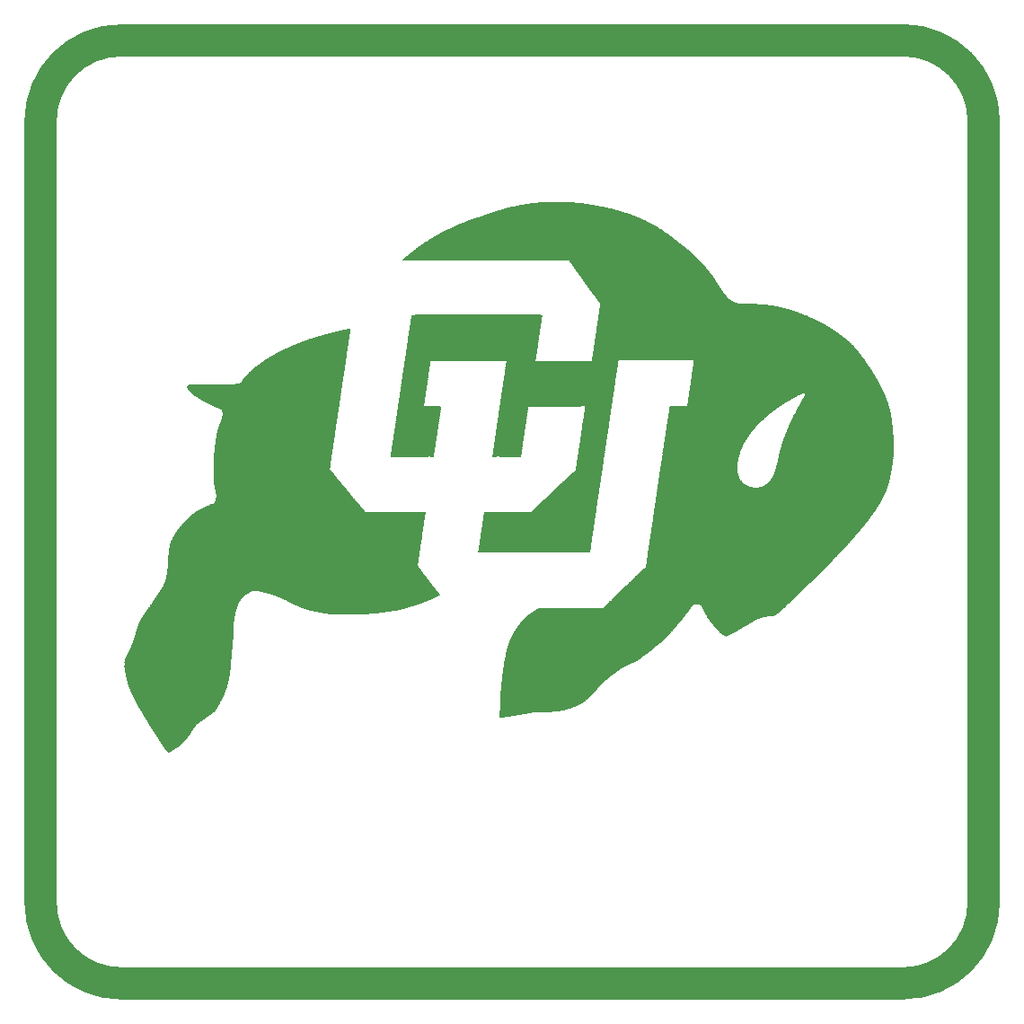
<source format=gbr>
%TF.GenerationSoftware,Altium Limited,Altium Designer,23.9.2 (47)*%
G04 Layer_Physical_Order=1*
G04 Layer_Color=255*
%FSLAX45Y45*%
%MOMM*%
%TF.SameCoordinates,EE3F77E1-D8C1-45B6-9A07-5DAD5638A5A6*%
%TF.FilePolarity,Positive*%
%TF.FileFunction,Copper,L1,Top,Signal*%
%TF.Part,Single*%
G01*
G75*
%TA.AperFunction,NonConductor*%
%ADD10C,3.04800*%
G36*
X533454Y2920522D02*
X536822Y2921441D01*
X540191Y2920522D01*
X545703Y2919910D01*
X549378Y2918073D01*
X551215Y2918685D01*
X557646Y2918991D01*
X564077Y2918685D01*
X565914Y2919297D01*
X568364Y2918685D01*
X570508Y2918379D01*
X575101Y2919297D01*
X576326Y2918073D01*
X577551Y2917460D01*
X579388Y2915623D01*
X586738Y2916235D01*
X588575Y2915623D01*
X592863Y2916235D01*
X594700Y2915623D01*
X598987Y2916235D01*
X600825Y2915623D01*
X609399Y2915010D01*
X611849Y2912560D01*
X614911Y2913173D01*
X616749Y2913785D01*
X619198Y2913173D01*
X630529Y2913479D01*
X633898Y2912560D01*
X644922Y2911948D01*
X649209Y2910111D01*
X651046Y2910723D01*
X661764Y2909804D01*
X663908Y2908886D01*
X665133Y2907661D01*
X685344Y2907048D01*
X687182Y2906436D01*
X690244Y2905211D01*
X692081Y2904598D01*
X693306Y2905211D01*
X695144Y2905823D01*
X698206Y2904598D01*
X699431Y2905211D01*
X701268Y2905823D01*
X704331Y2904598D01*
X708312Y2903680D01*
X711068Y2902761D01*
X720867Y2902149D01*
X725154Y2899699D01*
X729135Y2900005D01*
X736179Y2899699D01*
X738016Y2900311D01*
X741078Y2899086D01*
X745978Y2898474D01*
X747203Y2897249D01*
X749653Y2896636D01*
X752103Y2897249D01*
X761290Y2896636D01*
X767414Y2894186D01*
X771701Y2894799D01*
X773539Y2895412D01*
X778438Y2892349D01*
X782726Y2891737D01*
X784563Y2892349D01*
X786094Y2892043D01*
X788850Y2892349D01*
X791913Y2891124D01*
X796200Y2889287D01*
X805999Y2888674D01*
X807837Y2886837D01*
X810286Y2886225D01*
X813349Y2886837D01*
X815186Y2886225D01*
X819473Y2886837D01*
X821617Y2885306D01*
X821923Y2884387D01*
X824373Y2883775D01*
X836622Y2883162D01*
X838460Y2881325D01*
X840909Y2880712D01*
X845197Y2881325D01*
X847647Y2880712D01*
X853771Y2878262D01*
X864183Y2877650D01*
X866020Y2875813D01*
X868470Y2875200D01*
X871533Y2876425D01*
X875207Y2875200D01*
X877657Y2874588D01*
X880720Y2873975D01*
X881944Y2872750D01*
X883475Y2872444D01*
X886232Y2873363D01*
X887456Y2872750D01*
X888988Y2870607D01*
X891744Y2870301D01*
X892969Y2870913D01*
X894806Y2870301D01*
X896643Y2870913D01*
X898481Y2870301D01*
X901543Y2869076D01*
X904606Y2867238D01*
X908893Y2867851D01*
X911955Y2866626D01*
X913180Y2865401D01*
X915630Y2864789D01*
X918080Y2865401D01*
X919611Y2865095D01*
X920223Y2863870D01*
X921754Y2862338D01*
X927879Y2862951D01*
X929716Y2862338D01*
X931554Y2862951D01*
X935535Y2862032D01*
X936454Y2861114D01*
X937678Y2860501D01*
X940741Y2859276D01*
X942578Y2859889D01*
X945028Y2859276D01*
X946865Y2857439D01*
X951153Y2856826D01*
X955440Y2857439D01*
X958808Y2854683D01*
X960952Y2853764D01*
X964014Y2854989D01*
X966464Y2854377D01*
X970751Y2851314D01*
X975038Y2851927D01*
X977488Y2849477D01*
X979938Y2848865D01*
X986675Y2848252D01*
X989125Y2845802D01*
X992188Y2847027D01*
X995250Y2845802D01*
X998312Y2845190D01*
X999231Y2844271D01*
X999537Y2843352D01*
X1001374Y2842740D01*
X1005662Y2844577D01*
X1009030Y2841821D01*
X1009949Y2840902D01*
X1015155Y2841209D01*
X1016380Y2840596D01*
X1016992Y2839371D01*
X1018523Y2837840D01*
X1021892Y2838146D01*
X1027098Y2835390D01*
X1028935Y2834778D01*
X1031997Y2836003D01*
X1034447Y2835390D01*
X1036285Y2833553D01*
X1038735Y2832940D01*
X1040572Y2833553D01*
X1042409Y2832940D01*
X1043328Y2832022D01*
X1043941Y2830797D01*
X1046696Y2829878D01*
X1048534Y2830491D01*
X1051596Y2828653D01*
X1052821Y2827428D01*
X1058027Y2827735D01*
X1061702Y2827122D01*
X1063845Y2824978D01*
X1069358Y2824366D01*
X1070583Y2822529D01*
X1075482Y2821304D01*
X1076707Y2819466D01*
X1086507Y2818854D01*
X1087425Y2817935D01*
X1087731Y2817016D01*
X1090181Y2816404D01*
X1093856Y2815791D01*
X1095694Y2813954D01*
X1097531Y2813342D01*
X1100593Y2814567D01*
X1101818Y2813954D01*
X1102737Y2813036D01*
X1103349Y2811810D01*
X1108249Y2811198D01*
X1113455Y2808442D01*
X1115905Y2809054D01*
X1117436Y2807523D01*
X1118048Y2806298D01*
X1120192Y2805380D01*
X1123254Y2806604D01*
X1125704Y2805992D01*
X1127542Y2804155D01*
X1132441Y2803542D01*
X1134278Y2801705D01*
X1137341Y2800480D01*
X1140403Y2798643D01*
X1142241Y2798030D01*
X1147140Y2797418D01*
X1150202Y2795580D01*
X1154184Y2794662D01*
X1155715Y2793130D01*
X1160002Y2792518D01*
X1160920Y2791599D01*
X1161533Y2790374D01*
X1168270Y2789762D01*
X1171026Y2787006D01*
X1174701Y2786393D01*
X1175620Y2785475D01*
X1175926Y2784556D01*
X1177457Y2784250D01*
X1180213Y2785168D01*
X1181438Y2784556D01*
X1182969Y2782412D01*
X1185725Y2782106D01*
X1187563Y2782719D01*
X1190319Y2781187D01*
X1190931Y2779962D01*
X1193075Y2779044D01*
X1194912Y2779656D01*
X1196443Y2778125D01*
X1197056Y2776900D01*
X1199200Y2775981D01*
X1201037Y2776594D01*
X1202262Y2775981D01*
X1203793Y2773838D01*
X1204099Y2773532D01*
X1206549Y2774757D01*
X1208693Y2773225D01*
X1209305Y2772001D01*
X1212980Y2771388D01*
X1215736Y2768632D01*
X1219411Y2768020D01*
X1221860Y2765570D01*
X1224310Y2766182D01*
X1227373Y2765570D01*
X1231660Y2762507D01*
X1232885Y2761895D01*
X1235947Y2760670D01*
X1239622Y2760057D01*
X1241153Y2757914D01*
X1243603Y2757301D01*
X1245747Y2755158D01*
X1249727Y2754239D01*
X1251259Y2752708D01*
X1256158Y2752096D01*
X1261058Y2749033D01*
X1263508Y2748421D01*
X1264733Y2747196D01*
X1269020Y2746583D01*
X1270245Y2745358D01*
X1272695Y2744746D01*
X1274838Y2743827D01*
X1275451Y2742602D01*
X1278513Y2741378D01*
X1280657Y2739234D01*
X1284331Y2738621D01*
X1285556Y2736784D01*
X1289844Y2736172D01*
X1290762Y2735253D01*
X1291375Y2734028D01*
X1295968Y2733109D01*
X1297193Y2731272D01*
X1299643Y2730659D01*
X1301481Y2728822D01*
X1303930Y2728209D01*
X1305768Y2727597D01*
X1307605Y2725760D01*
X1310055Y2725147D01*
X1311892Y2724535D01*
X1313117Y2723310D01*
X1315567Y2723922D01*
X1317098Y2723004D01*
X1318017Y2720860D01*
X1322304Y2720248D01*
X1323223Y2719329D01*
X1323835Y2718104D01*
X1327510Y2717491D01*
X1329654Y2714735D01*
X1333635Y2714429D01*
X1333941Y2713510D01*
X1338228Y2711061D01*
X1339453Y2709836D01*
X1342515Y2709223D01*
X1343434Y2708304D01*
X1344047Y2707080D01*
X1348640Y2706161D01*
X1350477Y2704324D01*
X1351702Y2703711D01*
X1352927Y2701874D01*
X1357214Y2701261D01*
X1358746Y2699118D01*
X1363952Y2696362D01*
X1367014Y2695137D01*
X1368239Y2693912D01*
X1369464Y2693299D01*
X1371301Y2691462D01*
X1374976Y2690849D01*
X1376507Y2688706D01*
X1377426Y2687787D01*
X1378651Y2687175D01*
X1380488Y2685337D01*
X1383550Y2684725D01*
X1384775Y2683500D01*
X1391512Y2680438D01*
X1392737Y2679825D01*
X1393962Y2678600D01*
X1396718Y2677069D01*
X1397331Y2675232D01*
X1401618Y2674619D01*
X1402230Y2673394D01*
X1406211Y2669413D01*
X1409886Y2668801D01*
X1412948Y2665738D01*
X1415398Y2665126D01*
X1418461Y2662064D01*
X1422135Y2661451D01*
X1423973Y2659614D01*
X1425198Y2659001D01*
X1427035Y2657164D01*
X1431322Y2654714D01*
X1435303Y2651958D01*
X1435916Y2650121D01*
X1436835Y2649202D01*
X1439284Y2648590D01*
X1443571Y2646140D01*
X1445103Y2643996D01*
X1449696Y2641852D01*
X1453065Y2639096D01*
X1457658Y2634503D01*
X1460720Y2633890D01*
X1462558Y2632053D01*
X1463783Y2631441D01*
X1465620Y2629603D01*
X1469907Y2628991D01*
X1470826Y2628072D01*
X1471439Y2626847D01*
X1472970Y2625316D01*
X1474807Y2624703D01*
X1477257Y2622254D01*
X1480319Y2620416D01*
X1482769Y2617967D01*
X1483994Y2617354D01*
X1485831Y2613679D01*
X1489506Y2613067D01*
X1491343Y2610617D01*
X1493181Y2610004D01*
X1494406Y2607555D01*
X1495631Y2606942D01*
X1498081Y2604492D01*
X1501755Y2603880D01*
X1504205Y2600818D01*
X1508186Y2599286D01*
X1510330Y2597755D01*
X1514311Y2593774D01*
X1514617Y2592856D01*
X1515842Y2592243D01*
X1517373Y2590712D01*
X1517679Y2589793D01*
X1522579Y2588568D01*
X1523192Y2587343D01*
X1524417Y2586731D01*
X1525948Y2585200D01*
X1526560Y2583975D01*
X1528704Y2582444D01*
X1529929Y2581219D01*
X1532378Y2580606D01*
X1533603Y2579994D01*
X1536053Y2577544D01*
X1537278Y2576932D01*
X1538503Y2575094D01*
X1539728Y2574482D01*
X1546159Y2571113D01*
X1548302Y2567132D01*
X1555040Y2563457D01*
X1555652Y2562232D01*
X1556877Y2561620D01*
X1562389Y2558558D01*
X1565451Y2555495D01*
X1567595Y2554577D01*
X1568207Y2553352D01*
X1569126Y2552433D01*
X1573107Y2550902D01*
X1577088Y2546921D01*
X1578313Y2546308D01*
X1583213Y2541409D01*
X1586275Y2540796D01*
X1587194Y2539878D01*
X1588725Y2537122D01*
X1589950Y2536509D01*
X1594543Y2533140D01*
X1595462Y2530997D01*
X1599443Y2529466D01*
X1603118Y2525791D01*
X1603424Y2524872D01*
X1607405Y2523341D01*
X1608017Y2521504D01*
X1608630Y2520279D01*
X1609548Y2519360D01*
X1613530Y2519054D01*
X1614142Y2517829D01*
X1616898Y2514461D01*
X1618123Y2513236D01*
X1620573Y2512623D01*
X1621798Y2512011D01*
X1622717Y2511092D01*
X1623329Y2509867D01*
X1624860Y2508336D01*
X1627922Y2506498D01*
X1629760Y2504661D01*
X1631291Y2504355D01*
X1633128Y2501292D01*
X1635272Y2499149D01*
X1637416Y2498230D01*
X1639253Y2495168D01*
X1641397Y2493024D01*
X1645071Y2492412D01*
X1649052Y2488431D01*
X1649665Y2487206D01*
X1651808Y2485675D01*
X1652727Y2484756D01*
X1653033Y2483837D01*
X1656096Y2482613D01*
X1660077Y2480469D01*
X1661608Y2477713D01*
X1662833Y2477100D01*
X1664670Y2475263D01*
X1665895Y2474650D01*
X1666814Y2473732D01*
X1667426Y2472507D01*
X1669876Y2470669D01*
X1670488Y2469445D01*
X1672938Y2468832D01*
X1675082Y2467914D01*
X1676613Y2465770D01*
X1677838Y2465157D01*
X1678451Y2463932D01*
X1679982Y2462401D01*
X1680900Y2462095D01*
X1681513Y2460870D01*
X1683044Y2459339D01*
X1683963Y2459033D01*
X1684575Y2457808D01*
X1685494Y2456889D01*
X1686719Y2456277D01*
X1688250Y2454133D01*
X1690393Y2452602D01*
X1692231Y2450764D01*
X1693150Y2450458D01*
X1693762Y2449233D01*
X1694681Y2448315D01*
X1695906Y2447702D01*
X1697437Y2445558D01*
X1698662Y2444946D01*
X1699274Y2443721D01*
X1700805Y2442190D01*
X1702030Y2441578D01*
X1703561Y2439434D01*
X1706317Y2436678D01*
X1707542Y2436065D01*
X1708461Y2435147D01*
X1709074Y2433922D01*
X1712442Y2432391D01*
X1713667Y2431778D01*
X1714586Y2430860D01*
X1715198Y2429634D01*
X1716117Y2428716D01*
X1718567Y2428103D01*
X1720098Y2426572D01*
X1720710Y2424122D01*
X1721629Y2423204D01*
X1725610Y2421060D01*
X1727754Y2417079D01*
X1731735Y2414935D01*
X1732959Y2411873D01*
X1733878Y2410955D01*
X1736328Y2410342D01*
X1737247Y2409423D01*
X1739390Y2405442D01*
X1743371Y2403299D01*
X1744596Y2400237D01*
X1745515Y2399318D01*
X1747352Y2398705D01*
X1749802Y2396255D01*
X1754089Y2393805D01*
X1755621Y2392887D01*
X1756233Y2391662D01*
X1777975Y2369920D01*
X1779200Y2369307D01*
X1781344Y2365939D01*
X1782263Y2365020D01*
X1783488Y2364408D01*
X1786244Y2361651D01*
X1786550Y2358283D01*
X1790531Y2356139D01*
X1791756Y2353077D01*
X1792675Y2352158D01*
X1795124Y2351546D01*
X1796043Y2350627D01*
X1798187Y2346646D01*
X1802168Y2344503D01*
X1803393Y2341440D01*
X1804311Y2340521D01*
X1806761Y2339909D01*
X1808292Y2338378D01*
X1808905Y2335928D01*
X1809823Y2335009D01*
X1813804Y2332866D01*
X1815948Y2328885D01*
X1819929Y2326741D01*
X1821154Y2323679D01*
X1823604Y2320004D01*
X1824216Y2318779D01*
X1826972Y2316023D01*
X1828197Y2315410D01*
X1829728Y2313267D01*
X1831566Y2312042D01*
X1833097Y2308674D01*
X1837078Y2306530D01*
X1837691Y2305305D01*
X1840140Y2302855D01*
X1840753Y2301018D01*
X1842284Y2299487D01*
X1843509Y2298874D01*
X1845040Y2297343D01*
X1845652Y2294893D01*
X1847184Y2292750D01*
X1848409Y2292137D01*
X1849327Y2291218D01*
X1849940Y2289993D01*
X1851777Y2288768D01*
X1852389Y2287544D01*
X1853308Y2286625D01*
X1854533Y2286012D01*
X1855452Y2285094D01*
X1855758Y2284175D01*
X1856983Y2283563D01*
X1857902Y2280806D01*
X1858208Y2278663D01*
X1862495Y2278050D01*
X1863414Y2277132D01*
X1864026Y2273457D01*
X1870151Y2267332D01*
X1873826Y2260595D01*
X1881788Y2252633D01*
X1882094Y2249265D01*
X1884238Y2248346D01*
X1886075Y2245284D01*
X1887300Y2244671D01*
X1887912Y2243446D01*
X1889750Y2241609D01*
X1891587Y2238547D01*
X1892506Y2237628D01*
X1893731Y2237015D01*
X1894649Y2236097D01*
X1896487Y2231810D01*
X1898018Y2229053D01*
X1899243Y2228441D01*
X1900774Y2226910D01*
X1901386Y2225685D01*
X1905061Y2222010D01*
X1905674Y2219560D01*
X1906286Y2218335D01*
X1908123Y2216498D01*
X1908736Y2214048D01*
X1909348Y2212211D01*
X1913329Y2208230D01*
X1914554Y2207617D01*
X1918841Y2199043D01*
X1920067Y2198430D01*
X1921598Y2196899D01*
X1923435Y2192612D01*
X1924047Y2191387D01*
X1927110Y2188325D01*
X1929560Y2184038D01*
X1930785Y2182812D01*
X1931397Y2181588D01*
X1932622Y2180363D01*
X1933847Y2175463D01*
X1935378Y2172094D01*
X1936603Y2171482D01*
X1940584Y2167501D01*
X1941197Y2163826D01*
X1942115Y2162908D01*
X1943340Y2162295D01*
X1944259Y2157702D01*
X1945177Y2156783D01*
X1946096Y2156477D01*
X1946709Y2155252D01*
X1948546Y2153415D01*
X1950383Y2150352D01*
X1952527Y2146371D01*
X1953752Y2145759D01*
X1955283Y2144228D01*
X1955896Y2141778D01*
X1957733Y2139940D01*
X1959570Y2135041D01*
X1960795Y2133816D01*
X1962326Y2129835D01*
X1963551Y2128610D01*
X1964470Y2128304D01*
X1966307Y2125241D01*
X1969982Y2121566D01*
X1970901Y2118198D01*
X1972126Y2116973D01*
X1973351Y2116361D01*
X1977944Y2108092D01*
X1980394Y2105642D01*
X1982844Y2101355D01*
X1984069Y2100130D01*
X1985906Y2097068D01*
X1988050Y2093087D01*
X1989275Y2092475D01*
X1993256Y2088494D01*
X1993868Y2084206D01*
X1996012Y2082675D01*
X1996624Y2081450D01*
X1997849Y2080838D01*
X2002443Y2076244D01*
X2003055Y2072570D01*
X2007342Y2068282D01*
X2007955Y2065833D01*
X2009792Y2062770D01*
X2014386Y2058177D01*
X2015610Y2057564D01*
X2017142Y2056033D01*
X2018979Y2051746D01*
X2020510Y2048990D01*
X2022347Y2048377D01*
X2023266Y2047459D01*
X2023879Y2045621D01*
X2024797Y2044703D01*
X2025716Y2044396D01*
X2027860Y2040415D01*
X2029085Y2039803D01*
X2031228Y2037659D01*
X2031841Y2035209D01*
X2033372Y2033678D01*
X2034291Y2033372D01*
X2034903Y2032147D01*
X2037353Y2029697D01*
X2037965Y2028472D01*
X2040721Y2024491D01*
X2041946Y2023879D01*
X2044090Y2022348D01*
X2044703Y2021123D01*
X2046846Y2018367D01*
X2048071Y2017754D01*
X2048990Y2016836D01*
X2049602Y2014386D01*
X2050521Y2013467D01*
X2052971Y2012854D01*
X2053889Y2011936D01*
X2054196Y2011017D01*
X2055421Y2010405D01*
X2058176Y2007649D01*
X2058483Y2006730D01*
X2059708Y2006117D01*
X2062770Y2003055D01*
X2065526Y2003362D01*
X2066751Y2002749D01*
X2067670Y2000605D01*
X2068895Y1999993D01*
X2070732Y1999380D01*
X2073794Y1997543D01*
X2075632Y1995706D01*
X2078694Y1993868D01*
X2079919Y1992643D01*
X2083594Y1992031D01*
X2086044Y1989581D01*
X2086962Y1989275D01*
X2087575Y1988050D01*
X2089106Y1986519D01*
X2092781Y1985906D01*
X2094618Y1984069D01*
X2098293Y1983457D01*
X2100130Y1981619D01*
X2102580Y1981007D01*
X2103805Y1979169D01*
X2106255Y1978557D01*
X2108092Y1977944D01*
X2109317Y1976719D01*
X2114217Y1976107D01*
X2118504Y1973657D01*
X2123404Y1973045D01*
X2128303Y1969982D01*
X2132591Y1968145D01*
X2137490Y1967533D01*
X2139328Y1965695D01*
X2141778Y1965083D01*
X2144840Y1966307D01*
X2147902Y1964470D01*
X2149127Y1963245D01*
X2151883Y1962939D01*
X2158927Y1963245D01*
X2162601Y1960795D01*
X2165051Y1960183D01*
X2176688Y1960795D01*
X2179138Y1963245D01*
X2181587Y1962633D01*
X2183425Y1962020D01*
X2185875Y1963245D01*
X2188937Y1962020D01*
X2193224Y1962633D01*
X2194449Y1963245D01*
X2197511Y1962020D01*
X2200574Y1963245D01*
X2203636Y1962020D01*
X2206698Y1963245D01*
X2209761Y1962020D01*
X2212211Y1963245D01*
X2215273Y1962020D01*
X2218335Y1963245D01*
X2221398Y1962020D01*
X2225685Y1962633D01*
X2226910Y1963245D01*
X2229972Y1962020D01*
X2233034Y1963245D01*
X2236097Y1962020D01*
X2263045Y1961408D01*
X2264270Y1960183D01*
X2278050Y1960489D01*
X2289381Y1960183D01*
X2291218Y1960795D01*
X2295505Y1960183D01*
X2311429Y1959570D01*
X2313267Y1958958D01*
X2322760Y1959264D01*
X2325210Y1958652D01*
X2326128Y1957733D01*
X2333784Y1957427D01*
X2336540Y1957733D01*
X2338378Y1957121D01*
X2342665Y1957733D01*
X2344502Y1957121D01*
X2346952Y1957733D01*
X2351239Y1957121D01*
X2357364Y1956508D01*
X2359201Y1954671D01*
X2369919Y1954977D01*
X2377575Y1954671D01*
X2378800Y1955283D01*
X2381862Y1954058D01*
X2386762Y1953446D01*
X2387987Y1952221D01*
X2391049Y1951608D01*
X2392887Y1952221D01*
X2402686Y1951608D01*
X2404524Y1950996D01*
X2411873Y1950383D01*
X2414935Y1949159D01*
X2424735Y1949771D01*
X2426572Y1950383D01*
X2435147Y1946096D01*
X2438209Y1947321D01*
X2440046Y1947934D01*
X2443109Y1946709D01*
X2445558Y1946096D01*
X2449539Y1946403D01*
X2451989Y1945790D01*
X2457195Y1944259D01*
X2464238Y1944565D01*
X2469138Y1942728D01*
X2470057Y1941809D01*
X2472507Y1941197D01*
X2474956Y1941809D01*
X2489043Y1941197D01*
X2490268Y1939972D01*
X2493330Y1938747D01*
X2501905Y1938134D01*
X2506192Y1935684D01*
X2510479Y1936909D01*
X2514460Y1935991D01*
X2516604Y1933847D01*
X2518748Y1933541D01*
X2529466Y1933847D01*
X2530997Y1932316D01*
X2531609Y1931091D01*
X2539571Y1930478D01*
X2541715Y1929560D01*
X2543552Y1927722D01*
X2548452Y1928335D01*
X2550289Y1927722D01*
X2554577Y1928335D01*
X2557639Y1926498D01*
X2560701Y1925273D01*
X2569888Y1924660D01*
X2571113Y1923435D01*
X2573563Y1922823D01*
X2577850Y1922210D01*
X2579075Y1920985D01*
X2582137Y1919760D01*
X2589487Y1919148D01*
X2591018Y1917004D01*
X2591937Y1916698D01*
X2594999Y1917923D01*
X2596224Y1917311D01*
X2597449Y1916086D01*
X2600511Y1914861D01*
X2605105Y1915167D01*
X2607554Y1914554D01*
X2608473Y1913636D01*
X2609698Y1913023D01*
X2611536Y1912411D01*
X2615210Y1911799D01*
X2616435Y1910574D01*
X2619497Y1909348D01*
X2626847Y1908736D01*
X2629297Y1906286D01*
X2631747Y1906899D01*
X2632359Y1907511D01*
X2636646Y1904449D01*
X2642159Y1903836D01*
X2644608Y1901387D01*
X2650733Y1900774D01*
X2651652Y1899855D01*
X2652264Y1898630D01*
X2654408Y1898324D01*
X2656245Y1898937D01*
X2659307Y1898324D01*
X2660839Y1896181D01*
X2661757Y1895262D01*
X2664820Y1896487D01*
X2666044Y1895875D01*
X2667882Y1894037D01*
X2672782Y1892812D01*
X2673700Y1891893D01*
X2674007Y1890975D01*
X2676456Y1890362D01*
X2683194Y1889750D01*
X2691155Y1886075D01*
X2695749Y1885156D01*
X2696668Y1884238D01*
X2697892Y1883625D01*
X2699730Y1883013D01*
X2703405Y1882400D01*
X2704630Y1881175D01*
X2707692Y1879951D01*
X2712591Y1879338D01*
X2713510Y1878419D01*
X2714123Y1877194D01*
X2718716Y1876276D01*
X2719941Y1875051D01*
X2721472Y1874745D01*
X2723616Y1875051D01*
X2727903Y1871988D01*
X2733415Y1871376D01*
X2735253Y1869539D01*
X2737702Y1868926D01*
X2739540Y1868314D01*
X2741377Y1866476D01*
X2747502Y1865864D01*
X2749952Y1863414D01*
X2752708Y1863720D01*
X2754545Y1862495D01*
X2755158Y1861270D01*
X2760057Y1860658D01*
X2761589Y1859127D01*
X2764651Y1857902D01*
X2767101Y1858514D01*
X2772000Y1855452D01*
X2774450Y1854840D01*
X2775675Y1853615D01*
X2778125Y1853002D01*
X2779962Y1853615D01*
X2781494Y1852083D01*
X2782106Y1850859D01*
X2785781Y1850246D01*
X2789149Y1848102D01*
X2790987Y1847490D01*
X2793436Y1848715D01*
X2795580Y1847184D01*
X2796193Y1845959D01*
X2800786Y1843815D01*
X2802011Y1842590D01*
X2805379Y1841672D01*
X2807523Y1840140D01*
X2809360Y1839528D01*
X2811810Y1838916D01*
X2813035Y1837691D01*
X2815485Y1837078D01*
X2817323Y1837691D01*
X2820385Y1835853D01*
X2823141Y1833710D01*
X2823753Y1832485D01*
X2826509Y1831566D01*
X2831409Y1830953D01*
X2833247Y1829116D01*
X2837227Y1827585D01*
X2840290Y1826972D01*
X2842740Y1826360D01*
X2843658Y1825441D01*
X2854070Y1819929D01*
X2857132Y1818704D01*
X2860195Y1816867D01*
X2863257Y1815642D01*
X2873669Y1810742D01*
X2876119Y1810130D01*
X2877956Y1808293D01*
X2880406Y1807680D01*
X2881937Y1805536D01*
X2885000Y1804924D01*
X2886224Y1804311D01*
X2886837Y1803087D01*
X2887755Y1802168D01*
X2892043Y1801555D01*
X2892961Y1800637D01*
X2893574Y1799412D01*
X2897249Y1798799D01*
X2899392Y1796656D01*
X2904292Y1795431D01*
X2912254Y1791143D01*
X2913479Y1789919D01*
X2919297Y1787775D01*
X2931240Y1781344D01*
X2933078Y1780732D01*
X2939815Y1777057D01*
X2941040Y1775832D01*
X2944714Y1775219D01*
X2946246Y1773076D01*
X2950839Y1772157D01*
X2951758Y1771239D01*
X2952370Y1770014D01*
X2953289Y1769095D01*
X2955739Y1768482D01*
X2959413Y1766033D01*
X2962476Y1764808D01*
X2963701Y1764195D01*
X2967069Y1761439D01*
X2968600Y1759908D01*
X2972582Y1758377D01*
X2977481Y1755314D01*
X2978400Y1754396D01*
X2981768Y1753477D01*
X2983912Y1751946D01*
X2985749Y1751334D01*
X2992487Y1747659D01*
X2994936Y1745209D01*
X3000755Y1743065D01*
X3001673Y1742147D01*
X3002898Y1741534D01*
X3005654Y1739390D01*
X3006267Y1738166D01*
X3009329Y1737553D01*
X3011166Y1736941D01*
X3011779Y1735716D01*
X3015454Y1733878D01*
X3018210Y1731122D01*
X3020966Y1729591D01*
X3021885Y1727448D01*
X3024335Y1726835D01*
X3025559Y1727448D01*
X3029847Y1724385D01*
X3031071Y1723773D01*
X3034440Y1720404D01*
X3034746Y1719486D01*
X3039646Y1718261D01*
X3040258Y1717036D01*
X3042708Y1716423D01*
X3043321Y1717036D01*
X3045464Y1715505D01*
X3046077Y1714280D01*
X3048220Y1712748D01*
X3049752Y1710605D01*
X3051895Y1708461D01*
X3056795Y1707236D01*
X3058326Y1705093D01*
X3059245Y1704174D01*
X3063226Y1702643D01*
X3068432Y1699887D01*
X3069963Y1697743D01*
X3072106Y1696212D01*
X3074556Y1693762D01*
X3080069Y1690700D01*
X3082518Y1688250D01*
X3086499Y1686719D01*
X3088643Y1685188D01*
X3091705Y1682125D01*
X3092930Y1681513D01*
X3093849Y1680594D01*
X3094155Y1679676D01*
X3098136Y1678144D01*
X3099055Y1677226D01*
X3102117Y1675388D01*
X3103342Y1673551D01*
X3110385Y1670182D01*
X3111304Y1666814D01*
X3113141Y1666201D01*
X3115591Y1665589D01*
X3116816Y1664364D01*
X3118041Y1663752D01*
X3119572Y1662220D01*
X3119878Y1661302D01*
X3121103Y1660689D01*
X3122635Y1659158D01*
X3122941Y1658240D01*
X3124166Y1657627D01*
X3125084Y1656708D01*
X3125697Y1655483D01*
X3127840Y1653952D01*
X3129065Y1652115D01*
X3132740Y1651502D01*
X3138252Y1645990D01*
X3144989Y1642315D01*
X3146214Y1640478D01*
X3147439Y1639866D01*
X3148358Y1638947D01*
X3148970Y1637722D01*
X3149889Y1636803D01*
X3151114Y1636191D01*
X3152033Y1635272D01*
X3152339Y1634353D01*
X3154789Y1633741D01*
X3156626Y1633129D01*
X3158464Y1630679D01*
X3159688Y1630066D01*
X3162138Y1627616D01*
X3163057Y1627310D01*
X3163669Y1626085D01*
X3164588Y1625166D01*
X3165507Y1624860D01*
X3166119Y1623635D01*
X3167651Y1622104D01*
X3168875Y1621492D01*
X3171325Y1618429D01*
X3172244Y1618123D01*
X3172856Y1616898D01*
X3179900Y1612917D01*
X3188474Y1604343D01*
X3190924Y1603730D01*
X3192761Y1601893D01*
X3193986Y1601281D01*
X3197048Y1598218D01*
X3198274Y1597606D01*
X3202254Y1593625D01*
X3202867Y1591787D01*
X3203786Y1590869D01*
X3206848Y1589031D01*
X3207767Y1588113D01*
X3209298Y1585356D01*
X3212360Y1583519D01*
X3213891Y1581988D01*
X3214504Y1580151D01*
X3215422Y1579232D01*
X3218485Y1577395D01*
X3219404Y1576476D01*
X3221241Y1573413D01*
X3223384Y1572495D01*
X3225528Y1570351D01*
X3227059Y1567595D01*
X3230122Y1565758D01*
X3232877Y1563002D01*
X3234715Y1559939D01*
X3237165Y1555652D01*
X3246658Y1546159D01*
X3247883Y1545547D01*
X3248801Y1544628D01*
X3249414Y1543403D01*
X3251251Y1541566D01*
X3251864Y1537891D01*
X3252783Y1536972D01*
X3254007Y1536360D01*
X3255539Y1534216D01*
X3257376Y1532991D01*
X3257988Y1531766D01*
X3261970Y1527785D01*
X3262888Y1527479D01*
X3263501Y1526254D01*
X3264419Y1525335D01*
X3265644Y1524723D01*
X3266563Y1523804D01*
X3267788Y1520742D01*
X3269931Y1516761D01*
X3271157Y1516148D01*
X3272075Y1515230D01*
X3272688Y1514005D01*
X3274831Y1512473D01*
X3276056Y1510636D01*
X3277281Y1510024D01*
X3278200Y1509105D01*
X3278812Y1505430D01*
X3281262Y1502980D01*
X3281568Y1502062D01*
X3282793Y1501449D01*
X3284324Y1499918D01*
X3284630Y1499000D01*
X3285549Y1498693D01*
X3286774Y1495631D01*
X3287387Y1493794D01*
X3289836Y1493181D01*
X3291061Y1492569D01*
X3291674Y1490119D01*
X3294430Y1486750D01*
X3295961Y1485219D01*
X3297799Y1482157D01*
X3299636Y1480932D01*
X3300248Y1479707D01*
X3301167Y1478788D01*
X3302392Y1478176D01*
X3306067Y1470826D01*
X3308823Y1468683D01*
X3309435Y1467458D01*
X3311579Y1465926D01*
X3314641Y1459189D01*
X3318010Y1456433D01*
X3319235Y1453371D01*
X3319847Y1450921D01*
X3321991Y1449390D01*
X3325972Y1445409D01*
X3326584Y1444184D01*
X3328115Y1442653D01*
X3329340Y1442041D01*
X3329953Y1438366D01*
X3333015Y1435303D01*
X3334240Y1434691D01*
X3335159Y1433772D01*
X3335771Y1429485D01*
X3339446Y1427648D01*
X3343733Y1419686D01*
X3347714Y1415705D01*
X3348633Y1415398D01*
X3350470Y1411111D01*
X3351083Y1409886D01*
X3352614Y1407743D01*
X3353839Y1407130D01*
X3354757Y1406212D01*
X3355982Y1403149D01*
X3356595Y1401924D01*
X3359045Y1400700D01*
X3359657Y1395187D01*
X3361188Y1393044D01*
X3362413Y1392431D01*
X3366394Y1388450D01*
X3370069Y1381713D01*
X3372519Y1379263D01*
X3372825Y1375895D01*
X3376194Y1374976D01*
X3376806Y1373751D01*
X3378031Y1370689D01*
X3378643Y1367626D01*
X3379562Y1366708D01*
X3381399Y1366095D01*
X3382930Y1364564D01*
X3383543Y1363339D01*
X3384768Y1360277D01*
X3385381Y1359052D01*
X3387524Y1357521D01*
X3389974Y1353846D01*
X3390586Y1351396D01*
X3392117Y1349253D01*
X3393342Y1346190D01*
X3393955Y1344965D01*
X3397017Y1341903D01*
X3397630Y1340678D01*
X3398855Y1339453D01*
X3399467Y1336391D01*
X3400998Y1334860D01*
X3401917Y1334554D01*
X3402529Y1333329D01*
X3404979Y1329654D01*
X3405592Y1328429D01*
X3407429Y1327204D01*
X3408041Y1322917D01*
X3408960Y1321998D01*
X3410185Y1321386D01*
X3411716Y1318017D01*
X3413860Y1314036D01*
X3417841Y1312505D01*
X3418453Y1307605D01*
X3420903Y1306380D01*
X3421516Y1301481D01*
X3424272Y1298112D01*
X3425803Y1296581D01*
X3429478Y1289844D01*
X3431315Y1288007D01*
X3431928Y1286782D01*
X3439277Y1272695D01*
X3441727Y1270245D01*
X3445402Y1263508D01*
X3447239Y1262283D01*
X3448158Y1258915D01*
X3449689Y1256771D01*
X3454589Y1246359D01*
X3455201Y1243297D01*
X3457345Y1241766D01*
X3457957Y1238091D01*
X3461326Y1234722D01*
X3461938Y1233497D01*
X3463163Y1232273D01*
X3463776Y1231048D01*
X3466225Y1226760D01*
X3468675Y1224310D01*
X3469288Y1219411D01*
X3471125Y1217573D01*
X3472350Y1214511D01*
X3474187Y1211449D01*
X3476025Y1207162D01*
X3476637Y1205937D01*
X3478168Y1204406D01*
X3479087Y1204099D01*
X3479699Y1201649D01*
X3479087Y1201037D01*
X3483068Y1195219D01*
X3483987Y1194300D01*
X3484599Y1190625D01*
X3487049Y1188175D01*
X3487662Y1183276D01*
X3488580Y1182357D01*
X3489499Y1182051D01*
X3491030Y1178070D01*
X3491949Y1177151D01*
X3493480Y1173170D01*
X3494399Y1172251D01*
X3495623Y1169189D01*
X3497461Y1166127D01*
X3498686Y1163064D01*
X3502361Y1156940D01*
X3503586Y1155715D01*
X3504504Y1151121D01*
X3506035Y1147140D01*
X3507567Y1145609D01*
X3508485Y1145303D01*
X3509098Y1143466D01*
X3508485Y1141628D01*
X3510016Y1140097D01*
X3511241Y1139485D01*
X3512160Y1136728D01*
X3511547Y1134279D01*
X3512160Y1132441D01*
X3514304Y1130910D01*
X3515222Y1128767D01*
X3516447Y1125704D01*
X3517060Y1122642D01*
X3518897Y1122030D01*
X3520122Y1117130D01*
X3521041Y1116211D01*
X3521959Y1115905D01*
X3522572Y1111618D01*
X3524409Y1109780D01*
X3525022Y1106105D01*
X3526859Y1103043D01*
X3527471Y1100593D01*
X3528084Y1097531D01*
X3529921Y1095694D01*
X3531146Y1090794D01*
X3536046Y1080382D01*
X3537883Y1077320D01*
X3538496Y1075482D01*
X3539108Y1071808D01*
X3539721Y1069970D01*
X3540333Y1067520D01*
X3543396Y1064458D01*
X3544008Y1062008D01*
X3542783Y1058946D01*
X3545845Y1055884D01*
X3546458Y1050984D01*
X3548908Y1047309D01*
X3549520Y1042409D01*
X3551357Y1040572D01*
X3551970Y1036285D01*
X3552889Y1035366D01*
X3554114Y1034754D01*
X3555032Y1032610D01*
X3553807Y1029548D01*
X3555339Y1028016D01*
X3556563Y1027404D01*
X3557176Y1022504D01*
X3558094Y1020361D01*
X3559320Y1019136D01*
X3559932Y1016686D01*
X3560544Y1011786D01*
X3562382Y1009949D01*
X3562994Y1007499D01*
X3562382Y1003825D01*
X3564219Y1000762D01*
X3565444Y999537D01*
X3565138Y993719D01*
X3567894Y991575D01*
X3568506Y985451D01*
X3569731Y984226D01*
X3570344Y983001D01*
X3570956Y981163D01*
X3570344Y978714D01*
X3570956Y975651D01*
X3573406Y971976D01*
X3573712Y968608D01*
X3572181Y965239D01*
X3573712Y963708D01*
X3574937Y963096D01*
X3576468Y959727D01*
X3575856Y957277D01*
X3575244Y955440D01*
X3575856Y951153D01*
X3576775Y950234D01*
X3578000Y949622D01*
X3578612Y941047D01*
X3581368Y938291D01*
X3581981Y928492D01*
X3582899Y927573D01*
X3583818Y927267D01*
X3584430Y924817D01*
X3583818Y916855D01*
X3585043Y915630D01*
X3585655Y913792D01*
X3585043Y911955D01*
X3586268Y908893D01*
X3586880Y904606D01*
X3586268Y899093D01*
X3588105Y894806D01*
X3589330Y890519D01*
X3589024Y877351D01*
X3591780Y872145D01*
X3592392Y869695D01*
X3592086Y853465D01*
X3592699Y851015D01*
X3594230Y847034D01*
X3594842Y831723D01*
X3594230Y829885D01*
X3594842Y828048D01*
X3596067Y824986D01*
X3596680Y821311D01*
X3597292Y819474D01*
X3596986Y806918D01*
X3597598Y804468D01*
X3599129Y799262D01*
X3599742Y794363D01*
X3600354Y792525D01*
X3599742Y790688D01*
X3600048Y777520D01*
X3599742Y774151D01*
X3600967Y772926D01*
X3602804Y768639D01*
X3602192Y753940D01*
X3601579Y752715D01*
X3604029Y748428D01*
X3604642Y744141D01*
X3605254Y737404D01*
X3605867Y735566D01*
X3604642Y732504D01*
X3605254Y725767D01*
X3606479Y724542D01*
X3607092Y722092D01*
X3607704Y706781D01*
X3608316Y680445D01*
X3609541Y679220D01*
X3610460Y675239D01*
X3610766Y660846D01*
X3610154Y659009D01*
X3610766Y656559D01*
X3610460Y634816D01*
X3610766Y613686D01*
X3610154Y611849D01*
X3610766Y609399D01*
X3610460Y587657D01*
X3610766Y564077D01*
X3610154Y562240D01*
X3609541Y558565D01*
X3607704Y556728D01*
X3607092Y519980D01*
X3604642Y516305D01*
X3605254Y510793D01*
X3605867Y508956D01*
X3604642Y505893D01*
X3605867Y502831D01*
X3605254Y501606D01*
X3604029Y498544D01*
X3603110Y495175D01*
X3602804Y482007D01*
X3603417Y480782D01*
X3601579Y477720D01*
X3599742Y473433D01*
X3600048Y469452D01*
X3599742Y461796D01*
X3600354Y459959D01*
X3599129Y456896D01*
X3596680Y448934D01*
X3597905Y444647D01*
X3597292Y442197D01*
X3594230Y439135D01*
X3594842Y434235D01*
X3594230Y432398D01*
X3594842Y429948D01*
X3594230Y423823D01*
X3592392Y419536D01*
X3592086Y416168D01*
X3592392Y411574D01*
X3591780Y409737D01*
X3592392Y407899D01*
X3591780Y405450D01*
X3589943Y403612D01*
X3589330Y401162D01*
X3588718Y390751D01*
X3586880Y388913D01*
X3586268Y386463D01*
X3586574Y376358D01*
X3584124Y372683D01*
X3583818Y368089D01*
X3584430Y366252D01*
X3583818Y361965D01*
X3581368Y360128D01*
X3581062Y352472D01*
X3581368Y347266D01*
X3578306Y342978D01*
X3577693Y334404D01*
X3576468Y333179D01*
X3575244Y330117D01*
X3575856Y322767D01*
X3576468Y320930D01*
X3574631Y317868D01*
X3573406Y314805D01*
X3573712Y307149D01*
X3572181Y305006D01*
X3570344Y303169D01*
X3570650Y298575D01*
X3570038Y296125D01*
X3567281Y293982D01*
X3567894Y290919D01*
X3567281Y289082D01*
X3568506Y286019D01*
X3567894Y284182D01*
X3566057Y282957D01*
X3565444Y280507D01*
X3564832Y273770D01*
X3562994Y269483D01*
X3562076Y266115D01*
X3560544Y263971D01*
X3559320Y260909D01*
X3559932Y259071D01*
X3559320Y254172D01*
X3557482Y252334D01*
X3556870Y249884D01*
X3557482Y247435D01*
X3554420Y244372D01*
X3553807Y240085D01*
X3553195Y238860D01*
X3551970Y237635D01*
X3551357Y235185D01*
X3551970Y232735D01*
X3551357Y229673D01*
X3550439Y228754D01*
X3549520Y228448D01*
X3548295Y223548D01*
X3547376Y222630D01*
X3546152Y222017D01*
X3545539Y217118D01*
X3544008Y215587D01*
X3543396Y210687D01*
X3542477Y209768D01*
X3541252Y209156D01*
X3540946Y206400D01*
X3541558Y204562D01*
X3540639Y201806D01*
X3538496Y200888D01*
X3537883Y199050D01*
X3538496Y197825D01*
X3533596Y187413D01*
X3532677Y183432D01*
X3530534Y181289D01*
X3529921Y176389D01*
X3528084Y174552D01*
X3527471Y170264D01*
X3525328Y168733D01*
X3524715Y164446D01*
X3523491Y163834D01*
X3522572Y162915D01*
X3521347Y159853D01*
X3519510Y158015D01*
X3518897Y154340D01*
X3517978Y153422D01*
X3517060Y153116D01*
X3515835Y148216D01*
X3513997Y146991D01*
X3513079Y143010D01*
X3512160Y142091D01*
X3511547Y140254D01*
X3512160Y138416D01*
X3510629Y136885D01*
X3509404Y136273D01*
X3508485Y131679D01*
X3506341Y130148D01*
X3505729Y126473D01*
X3504504Y125861D01*
X3502973Y124330D01*
X3501442Y120349D01*
X3499298Y116980D01*
X3498686Y114530D01*
X3497461Y113306D01*
X3496848Y112081D01*
X3495011Y109018D01*
X3493174Y107181D01*
X3492561Y104731D01*
X3490111Y102281D01*
X3489499Y98606D01*
X3487049Y96157D01*
X3486437Y92482D01*
X3482149Y88195D01*
X3481537Y83907D01*
X3479087Y82682D01*
X3478475Y80233D01*
X3477862Y79008D01*
X3476637Y77783D01*
X3475106Y75027D01*
X3473881Y74414D01*
X3472962Y69208D01*
X3469288Y65534D01*
X3468675Y64308D01*
X3467757Y63390D01*
X3466838Y63084D01*
X3465613Y58184D01*
X3463469Y56653D01*
X3462857Y54203D01*
X3461326Y52059D01*
X3459182Y49303D01*
X3457957Y48691D01*
X3457039Y44097D01*
X3454589Y42260D01*
X3453976Y41035D01*
X3453057Y40116D01*
X3451833Y39504D01*
X3450914Y38585D01*
X3450301Y36135D01*
X3449689Y32461D01*
X3447545Y30929D01*
X3444483Y26030D01*
X3442339Y23886D01*
X3439583Y18680D01*
X3438358Y18068D01*
X3437440Y17149D01*
X3436827Y14699D01*
X3436215Y13474D01*
X3433459Y10106D01*
X3431928Y9187D01*
X3431315Y6737D01*
X3429478Y3675D01*
X3427334Y919D01*
X3426109Y306D01*
X3425497Y-2144D01*
X3421822Y-7656D01*
X3420597Y-8268D01*
X3418453Y-12862D01*
X3415697Y-16842D01*
X3414472Y-17455D01*
X3413554Y-18374D01*
X3412941Y-20211D01*
X3410491Y-22661D01*
X3409879Y-23886D01*
X3408960Y-24805D01*
X3408041Y-25111D01*
X3407429Y-27561D01*
X3406817Y-31235D01*
X3403142Y-34910D01*
X3402836Y-35829D01*
X3399773Y-36441D01*
X3398855Y-37360D01*
X3398548Y-41341D01*
X3395486Y-43178D01*
X3394261Y-45016D01*
X3393036Y-45628D01*
X3390893Y-50222D01*
X3388136Y-54203D01*
X3386912Y-54815D01*
X3385381Y-57571D01*
X3384768Y-61858D01*
X3381706Y-63083D01*
X3378031Y-66758D01*
X3377112Y-70739D01*
X3374050Y-72576D01*
X3373131Y-73495D01*
X3371294Y-76558D01*
X3363944Y-83907D01*
X3363332Y-86357D01*
X3362719Y-88194D01*
X3360882Y-90032D01*
X3359045Y-94931D01*
X3355676Y-97075D01*
X3349245Y-103506D01*
X3345570Y-110243D01*
X3344652Y-111162D01*
X3343733Y-111468D01*
X3343121Y-112693D01*
X3342202Y-113611D01*
X3340977Y-114224D01*
X3339446Y-116368D01*
X3337609Y-117592D01*
X3336996Y-120655D01*
X3335771Y-121880D01*
X3335159Y-123105D01*
X3333628Y-125248D01*
X3332403Y-125861D01*
X3331484Y-126779D01*
X3330871Y-128004D01*
X3329034Y-129229D01*
X3328422Y-131679D01*
X3327809Y-132904D01*
X3326584Y-134129D01*
X3325972Y-135354D01*
X3325053Y-136885D01*
X3323828Y-137498D01*
X3322909Y-138416D01*
X3322297Y-139641D01*
X3321378Y-140560D01*
X3320153Y-141172D01*
X3317397Y-143928D01*
X3316785Y-145153D01*
X3314641Y-146684D01*
X3313722Y-147603D01*
X3313110Y-150053D01*
X3310048Y-154340D01*
X3308210Y-156177D01*
X3307598Y-157403D01*
X3305454Y-158934D01*
X3302698Y-161690D01*
X3301473Y-164752D01*
X3299942Y-166283D01*
X3298717Y-166896D01*
X3297799Y-167814D01*
X3297186Y-170264D01*
X3293511Y-173939D01*
X3292899Y-175164D01*
X3287387Y-178226D01*
X3286774Y-180676D01*
X3286162Y-184351D01*
X3284630Y-185882D01*
X3281568Y-186494D01*
X3280650Y-187413D01*
X3280037Y-188638D01*
X3277587Y-190475D01*
X3276975Y-191700D01*
X3275137Y-192925D01*
X3274525Y-194150D01*
X3273606Y-195069D01*
X3272381Y-195681D01*
X3270850Y-199662D01*
X3270238Y-202725D01*
X3265951Y-205174D01*
X3265338Y-206399D01*
X3263194Y-207930D01*
X3262582Y-209156D01*
X3261357Y-209768D01*
X3257376Y-213749D01*
X3256764Y-214974D01*
X3255845Y-215893D01*
X3254926Y-216199D01*
X3254314Y-218649D01*
X3252476Y-221711D01*
X3251251Y-222936D01*
X3250945Y-223855D01*
X3249720Y-224467D01*
X3245127Y-229061D01*
X3244821Y-229979D01*
X3243596Y-230592D01*
X3239615Y-234573D01*
X3235940Y-241310D01*
X3233184Y-244066D01*
X3231959Y-244678D01*
X3229815Y-246822D01*
X3229203Y-248047D01*
X3225528Y-251722D01*
X3223997Y-255090D01*
X3219710Y-257540D01*
X3218791Y-259684D01*
X3213891Y-264583D01*
X3211441Y-268870D01*
X3205623Y-274689D01*
X3202561Y-276526D01*
X3200417Y-279895D01*
X3196436Y-283876D01*
X3194599Y-284488D01*
X3193680Y-285407D01*
X3192149Y-289388D01*
X3185106Y-296431D01*
X3184493Y-297656D01*
X3181431Y-300718D01*
X3180818Y-302556D01*
X3179287Y-304087D01*
X3176225Y-305924D01*
X3169794Y-312355D01*
X3166732Y-317867D01*
X3164282Y-320317D01*
X3163669Y-321542D01*
X3162751Y-322461D01*
X3161526Y-323073D01*
X3159995Y-325217D01*
X3158157Y-326442D01*
X3157545Y-327667D01*
X3155401Y-329198D01*
X3154176Y-331035D01*
X3152951Y-331648D01*
X3151420Y-333791D01*
X3149583Y-335016D01*
X3148970Y-336241D01*
X3148052Y-337160D01*
X3146827Y-337772D01*
X3145295Y-339916D01*
X3143458Y-341141D01*
X3142846Y-343591D01*
X3139783Y-347878D01*
X3120185Y-367477D01*
X3119572Y-368702D01*
X3117429Y-370233D01*
X3116204Y-372070D01*
X3114979Y-372683D01*
X3114060Y-373601D01*
X3113448Y-374826D01*
X3111304Y-376357D01*
X3110692Y-377582D01*
X3109466Y-378195D01*
X3107935Y-379726D01*
X3107323Y-380951D01*
X3105486Y-382176D01*
X3104873Y-383401D01*
X3101811Y-385851D01*
X3101505Y-386769D01*
X3100280Y-387382D01*
X3099361Y-388300D01*
X3098748Y-389525D01*
X3096299Y-391363D01*
X3095686Y-392588D01*
X3093236Y-394425D01*
X3092624Y-395650D01*
X3090787Y-396875D01*
X3090174Y-398100D01*
X3088030Y-399631D01*
X3086806Y-401468D01*
X3085581Y-402081D01*
X3084662Y-402999D01*
X3084049Y-404224D01*
X3081906Y-405756D01*
X3080681Y-407593D01*
X3079456Y-408205D01*
X3075169Y-416167D01*
X3073944Y-416780D01*
X3063838Y-426886D01*
X3063532Y-427804D01*
X3062307Y-428417D01*
X3034440Y-456284D01*
X3034134Y-457202D01*
X3032909Y-457815D01*
X3025866Y-464858D01*
X3025559Y-465777D01*
X3024335Y-466389D01*
X3022803Y-467920D01*
X3022191Y-469758D01*
X3019741Y-472208D01*
X3017291Y-476495D01*
X3013616Y-480170D01*
X3013310Y-481088D01*
X3012085Y-481701D01*
X3008717Y-485069D01*
X3008104Y-486294D01*
X3007186Y-487213D01*
X3005961Y-487825D01*
X3002592Y-491194D01*
X3001980Y-492419D01*
X3001061Y-493338D01*
X2999836Y-493950D01*
X2997080Y-496706D01*
X2996467Y-497931D01*
X2995549Y-498850D01*
X2994324Y-499462D01*
X2990955Y-502831D01*
X2990343Y-504056D01*
X2989424Y-504974D01*
X2988199Y-505587D01*
X2984831Y-508955D01*
X2984218Y-510180D01*
X2980543Y-513243D01*
X2979319Y-514467D01*
X2978706Y-515692D01*
X2977787Y-516611D01*
X2976562Y-517224D01*
X2973194Y-520592D01*
X2972582Y-521817D01*
X2971663Y-522736D01*
X2970438Y-523348D01*
X2967682Y-526104D01*
X2967069Y-527329D01*
X2966151Y-528248D01*
X2964926Y-528860D01*
X2961557Y-532229D01*
X2960945Y-533454D01*
X2960026Y-534373D01*
X2958801Y-534985D01*
X2955432Y-538354D01*
X2954820Y-539578D01*
X2951145Y-542641D01*
X2949920Y-543866D01*
X2949308Y-545091D01*
X2948389Y-546009D01*
X2947164Y-546622D01*
X2943796Y-549990D01*
X2943183Y-551215D01*
X2942265Y-552134D01*
X2941040Y-552746D01*
X2938284Y-555502D01*
X2937671Y-556727D01*
X2936753Y-557646D01*
X2935528Y-558258D01*
X2932159Y-561627D01*
X2931547Y-562852D01*
X2930628Y-563771D01*
X2929403Y-564383D01*
X2926034Y-567752D01*
X2925422Y-568977D01*
X2923278Y-570508D01*
X2920522Y-573264D01*
X2919910Y-574489D01*
X2918991Y-575407D01*
X2917766Y-576020D01*
X2914398Y-579388D01*
X2913785Y-580613D01*
X2912866Y-581532D01*
X2911642Y-582144D01*
X2908885Y-584901D01*
X2908273Y-586126D01*
X2907354Y-587044D01*
X2906129Y-587657D01*
X2902761Y-591025D01*
X2902148Y-592250D01*
X2901230Y-593169D01*
X2900005Y-593781D01*
X2896636Y-597150D01*
X2896330Y-598068D01*
X2895105Y-598681D01*
X2890512Y-603274D01*
X2889899Y-604499D01*
X2887755Y-606031D01*
X2885000Y-608786D01*
X2884387Y-610011D01*
X2883468Y-610930D01*
X2882243Y-611543D01*
X2879487Y-614299D01*
X2878875Y-615524D01*
X2877956Y-616442D01*
X2876731Y-617055D01*
X2873363Y-620423D01*
X2872750Y-621648D01*
X2871831Y-622567D01*
X2870607Y-623179D01*
X2867238Y-626548D01*
X2866626Y-627773D01*
X2864482Y-629304D01*
X2861726Y-632060D01*
X2861113Y-633285D01*
X2858970Y-634816D01*
X2854989Y-638797D01*
X2854376Y-640022D01*
X2852233Y-641553D01*
X2850089Y-643697D01*
X2849477Y-644922D01*
X2848558Y-645840D01*
X2847333Y-646453D01*
X2843965Y-649821D01*
X2843352Y-651046D01*
X2842433Y-651965D01*
X2841208Y-652578D01*
X2837840Y-655946D01*
X2837534Y-656865D01*
X2836309Y-657477D01*
X2828347Y-665439D01*
X2825897Y-666052D01*
X2822835Y-669114D01*
X2820997Y-669726D01*
X2820079Y-670645D01*
X2819772Y-671564D01*
X2818547Y-672176D01*
X2758220Y-732504D01*
X2757607Y-733729D01*
X2749646Y-738016D01*
X2749033Y-739241D01*
X2746889Y-740772D01*
X2745665Y-742609D01*
X2744440Y-743222D01*
X2743521Y-744140D01*
X2743215Y-745059D01*
X2741990Y-745672D01*
X2740459Y-747203D01*
X2739846Y-748428D01*
X2738009Y-749653D01*
X2737396Y-750878D01*
X2734947Y-752715D01*
X2734334Y-753940D01*
X2731884Y-755777D01*
X2731272Y-757002D01*
X2728822Y-758839D01*
X2728515Y-759758D01*
X2727291Y-760371D01*
X2725760Y-761902D01*
X2725147Y-763127D01*
X2723310Y-764352D01*
X2722697Y-765577D01*
X2720554Y-767108D01*
X2719329Y-768945D01*
X2718104Y-769558D01*
X2717185Y-770476D01*
X2716573Y-774151D01*
X2715042Y-775682D01*
X2711367Y-776295D01*
X2710142Y-778132D01*
X2708917Y-778745D01*
X2707692Y-780582D01*
X2706467Y-781195D01*
X2705548Y-782113D01*
X2704936Y-783338D01*
X2702792Y-784869D01*
X2689931Y-797731D01*
X2689012Y-798037D01*
X2688399Y-799262D01*
X2686868Y-801406D01*
X2685643Y-802018D01*
X2672782Y-814880D01*
X2669719Y-816105D01*
X2667576Y-817024D01*
X2666963Y-818248D01*
X2666044Y-819167D01*
X2664820Y-819779D01*
X2663289Y-821923D01*
X2661451Y-823148D01*
X2660839Y-824373D01*
X2659920Y-825292D01*
X2658695Y-825904D01*
X2655939Y-828660D01*
X2655326Y-829885D01*
X2653795Y-831416D01*
X2652877Y-831722D01*
X2652264Y-832948D01*
X2651345Y-833866D01*
X2650120Y-834479D01*
X2648589Y-836622D01*
X2646752Y-837847D01*
X2646139Y-839072D01*
X2645221Y-839991D01*
X2643996Y-840603D01*
X2642771Y-843666D01*
X2641546Y-844890D01*
X2632359Y-849790D01*
X2630215Y-853159D01*
X2629297Y-854077D01*
X2626847Y-854690D01*
X2623785Y-859590D01*
X2620722Y-861427D01*
X2619804Y-862345D01*
X2619191Y-864183D01*
X2617660Y-865714D01*
X2615823Y-866326D01*
X2614291Y-867858D01*
X2612454Y-870920D01*
X2606023Y-877351D01*
X2601736Y-879801D01*
X2599286Y-882250D01*
X2596836Y-882863D01*
X2595305Y-885007D01*
X2593774Y-886538D01*
X2592855Y-886844D01*
X2592243Y-888069D01*
X2573563Y-906749D01*
X2572644Y-907055D01*
X2571725Y-909199D01*
X2567744Y-910730D01*
X2564682Y-915017D01*
X2552739Y-926960D01*
X2551514Y-927573D01*
X2548452Y-929410D01*
X2547227Y-930023D01*
X2536203Y-941047D01*
X2534978Y-941659D01*
X2524260Y-952377D01*
X2523647Y-953602D01*
X2522729Y-954521D01*
X2520279Y-955133D01*
X2517216Y-956971D01*
X2516298Y-957890D01*
X2515685Y-959114D01*
X2510479Y-961871D01*
X2508642Y-962483D01*
X2506804Y-965545D01*
X2504049Y-967077D01*
X2503436Y-968301D01*
X2498843Y-969220D01*
X2497311Y-971364D01*
X2495168Y-972282D01*
X2493943Y-973507D01*
X2489656Y-974120D01*
X2488737Y-975038D01*
X2488125Y-976263D01*
X2484450Y-976876D01*
X2482919Y-978407D01*
X2481694Y-979019D01*
X2479856Y-979632D01*
X2474956Y-980244D01*
X2473732Y-981469D01*
X2471894Y-982082D01*
X2470057Y-981469D01*
X2466382Y-982082D01*
X2462707Y-984532D01*
X2446171Y-985144D01*
X2444946Y-986369D01*
X2438821Y-986982D01*
X2436984Y-987594D01*
X2418304Y-987288D01*
X2413710Y-990044D01*
X2411873Y-990656D01*
X2408811Y-989431D01*
X2406361Y-990044D01*
X2405748Y-990656D01*
X2402686Y-989431D01*
X2400236Y-990044D01*
X2398399Y-991881D01*
X2395949Y-992494D01*
X2388906Y-992188D01*
X2387068Y-992800D01*
X2386456Y-994025D01*
X2385537Y-994943D01*
X2383394Y-995250D01*
X2376350Y-994943D01*
X2373288Y-996781D01*
X2370226Y-998006D01*
X2365020Y-997700D01*
X2362876Y-999843D01*
X2360426Y-1000456D01*
X2358895Y-1000762D01*
X2356139Y-1000456D01*
X2353689Y-1002906D01*
X2350933Y-1003212D01*
X2346952Y-1002906D01*
X2344196Y-1005049D01*
X2343890Y-1005968D01*
X2337153Y-1006580D01*
X2335928Y-1007805D01*
X2332866Y-1009030D01*
X2329191Y-1009643D01*
X2324903Y-1011480D01*
X2321841Y-1013317D01*
X2320004Y-1013930D01*
X2316329Y-1014542D01*
X2302243Y-1021279D01*
X2299793Y-1021892D01*
X2298874Y-1022811D01*
X2298261Y-1024035D01*
X2295199Y-1025873D01*
X2294587Y-1027098D01*
X2290912Y-1027710D01*
X2288768Y-1030466D01*
X2286625Y-1031385D01*
X2286012Y-1032610D01*
X2285093Y-1033529D01*
X2280806Y-1035366D01*
X2278356Y-1035978D01*
X2276825Y-1036897D01*
X2276213Y-1038122D01*
X2274069Y-1040266D01*
X2270394Y-1040878D01*
X2269169Y-1042715D01*
X2267945Y-1043328D01*
X2264882Y-1046390D01*
X2261514Y-1046696D01*
X2260901Y-1047921D01*
X2259983Y-1048840D01*
X2258758Y-1049453D01*
X2255695Y-1051290D01*
X2253245Y-1051902D01*
X2252021Y-1053127D01*
X2248958Y-1054965D01*
X2247121Y-1056802D01*
X2240384Y-1060477D01*
X2239159Y-1061702D01*
X2235484Y-1062314D01*
X2234566Y-1063233D01*
X2233953Y-1064458D01*
X2233034Y-1065377D01*
X2231809Y-1065989D01*
X2229972Y-1067826D01*
X2226297Y-1068439D01*
X2225072Y-1070276D01*
X2222622Y-1070889D01*
X2220785Y-1071501D01*
X2219866Y-1072420D01*
X2219254Y-1073645D01*
X2218335Y-1074564D01*
X2215885Y-1075176D01*
X2207923Y-1079463D01*
X2204861Y-1080688D01*
X2203636Y-1081301D01*
X2201799Y-1083138D01*
X2199961Y-1083750D01*
X2197511Y-1086200D01*
X2193531Y-1087731D01*
X2181587Y-1094162D01*
X2179138Y-1096612D01*
X2175769Y-1097531D01*
X2174238Y-1099062D01*
X2171788Y-1099674D01*
X2168726Y-1101512D01*
X2164439Y-1103961D01*
X2161376Y-1107024D01*
X2158314Y-1108249D01*
X2157089Y-1108861D01*
X2150964Y-1112536D01*
X2146677Y-1113148D01*
X2145146Y-1115292D01*
X2143003Y-1116823D01*
X2141165Y-1118661D01*
X2136878Y-1120498D01*
X2134428Y-1121111D01*
X2132591Y-1122948D01*
X2125854Y-1126010D01*
X2124629Y-1126623D01*
X2120341Y-1129072D01*
X2117892Y-1131522D01*
X2114217Y-1132135D01*
X2113298Y-1133054D01*
X2112686Y-1134278D01*
X2108092Y-1135197D01*
X2107174Y-1136116D01*
X2106867Y-1137035D01*
X2102580Y-1139484D01*
X2100130Y-1141934D01*
X2097680Y-1142547D01*
X2095843Y-1141934D01*
X2093393Y-1142547D01*
X2091862Y-1144690D01*
X2089718Y-1146221D01*
X2088493Y-1148059D01*
X2084512Y-1148365D01*
X2083594Y-1150509D01*
X2081144Y-1151121D01*
X2079306Y-1152959D01*
X2076244Y-1154183D01*
X2074407Y-1156021D01*
X2069507Y-1156633D01*
X2065220Y-1160920D01*
X2061851Y-1161227D01*
X2060933Y-1163370D01*
X2058483Y-1163983D01*
X2055727Y-1164289D01*
X2054808Y-1166433D01*
X2052358Y-1167045D01*
X2051133Y-1166433D01*
X2049908Y-1167658D01*
X2041946Y-1171332D01*
X2037659Y-1171945D01*
X2036740Y-1172864D01*
X2036128Y-1174088D01*
X2028472Y-1174395D01*
X2025410Y-1172557D01*
X2022347Y-1171332D01*
X2018367Y-1171638D01*
X2015917Y-1171026D01*
X2009180Y-1168576D01*
X2005199Y-1164595D01*
X2001218Y-1163064D01*
X1997237Y-1160920D01*
X1992950Y-1158471D01*
X1991724Y-1156633D01*
X1987437Y-1154183D01*
X1984069Y-1150815D01*
X1983456Y-1149590D01*
X1980088Y-1147446D01*
X1978557Y-1145303D01*
X1977332Y-1144690D01*
X1976719Y-1143465D01*
X1975188Y-1141322D01*
X1973963Y-1140709D01*
X1969982Y-1136728D01*
X1969370Y-1134891D01*
X1967839Y-1132747D01*
X1966614Y-1132135D01*
X1965082Y-1129991D01*
X1963245Y-1128766D01*
X1962633Y-1127541D01*
X1961714Y-1126623D01*
X1960795Y-1126317D01*
X1960183Y-1125091D01*
X1959264Y-1124173D01*
X1958345Y-1123867D01*
X1957733Y-1122642D01*
X1951608Y-1116517D01*
X1948546Y-1111005D01*
X1937522Y-1099981D01*
X1936909Y-1098756D01*
X1935991Y-1097837D01*
X1934765Y-1097225D01*
X1933847Y-1096306D01*
X1933234Y-1095081D01*
X1931091Y-1093550D01*
X1929866Y-1091712D01*
X1927722Y-1090794D01*
X1927110Y-1086506D01*
X1916086Y-1075482D01*
X1915779Y-1074564D01*
X1914554Y-1073951D01*
X1911798Y-1071195D01*
X1911186Y-1069970D01*
X1909655Y-1067826D01*
X1906899Y-1066295D01*
X1906286Y-1062620D01*
X1896487Y-1052821D01*
X1894649Y-1047921D01*
X1891893Y-1047003D01*
X1890668Y-1046390D01*
X1889750Y-1043634D01*
X1889137Y-1042409D01*
X1888218Y-1041490D01*
X1885156Y-1040878D01*
X1884238Y-1036285D01*
X1880563Y-1033222D01*
X1878113Y-1030772D01*
X1877500Y-1027710D01*
X1875969Y-1026179D01*
X1875051Y-1025873D01*
X1873519Y-1022504D01*
X1872294Y-1021892D01*
X1870763Y-1020361D01*
X1870151Y-1019136D01*
X1867089Y-1016686D01*
X1865864Y-1013624D01*
X1865251Y-1011174D01*
X1862189Y-1009336D01*
X1860964Y-1006274D01*
X1858514Y-1001987D01*
X1856064Y-999537D01*
X1855452Y-998312D01*
X1854533Y-997393D01*
X1853308Y-996781D01*
X1852389Y-994637D01*
X1853002Y-993412D01*
X1849940Y-990350D01*
X1849327Y-989125D01*
X1846265Y-983613D01*
X1845040Y-982388D01*
X1844428Y-978713D01*
X1839528Y-975651D01*
X1838915Y-971364D01*
X1836772Y-969832D01*
X1836159Y-968608D01*
X1834934Y-967995D01*
X1833403Y-963402D01*
X1831566Y-961564D01*
X1830953Y-959114D01*
X1830341Y-957277D01*
X1828504Y-955440D01*
X1827891Y-950540D01*
X1826054Y-948703D01*
X1820541Y-937066D01*
X1819929Y-933391D01*
X1817479Y-927879D01*
X1816867Y-924817D01*
X1815642Y-923592D01*
X1815029Y-918079D01*
X1813192Y-916855D01*
X1812580Y-912567D01*
X1810130Y-911342D01*
X1809517Y-907055D01*
X1805230Y-902768D01*
X1804617Y-900318D01*
X1804005Y-898481D01*
X1803086Y-897562D01*
X1800024Y-896950D01*
X1799412Y-891437D01*
X1797881Y-889294D01*
X1795737Y-887763D01*
X1794512Y-885925D01*
X1792062Y-885313D01*
X1789918Y-885007D01*
X1789306Y-883782D01*
X1785325Y-879801D01*
X1782569Y-880107D01*
X1781344Y-879495D01*
X1780732Y-878270D01*
X1776751Y-874289D01*
X1773076Y-873676D01*
X1771238Y-871839D01*
X1767564Y-871226D01*
X1766645Y-870308D01*
X1766033Y-869083D01*
X1763889Y-868777D01*
X1760827Y-870001D01*
X1757764Y-869389D01*
X1755927Y-868777D01*
X1752865Y-870001D01*
X1749190Y-869389D01*
X1747352Y-868777D01*
X1743678Y-870001D01*
X1737553Y-870614D01*
X1732041Y-873676D01*
X1730204Y-874289D01*
X1725916Y-876738D01*
X1724079Y-877351D01*
X1721629Y-877963D01*
X1720098Y-880107D01*
X1717342Y-882863D01*
X1714892Y-883475D01*
X1713973Y-884394D01*
X1713361Y-885619D01*
X1711523Y-886844D01*
X1709992Y-890213D01*
X1706317Y-890825D01*
X1702643Y-898174D01*
X1700499Y-899093D01*
X1699887Y-901543D01*
X1699274Y-902768D01*
X1697130Y-904299D01*
X1695599Y-906443D01*
X1693762Y-907668D01*
X1691925Y-910730D01*
X1691312Y-912567D01*
X1688862Y-916855D01*
X1686412Y-919304D01*
X1685800Y-920529D01*
X1682125Y-922367D01*
X1681513Y-924204D01*
X1681819Y-925735D01*
X1680594Y-926960D01*
X1679369Y-927573D01*
X1677532Y-932472D01*
X1667426Y-942578D01*
X1666814Y-946865D01*
X1664364Y-948090D01*
X1663751Y-949315D01*
X1662220Y-950846D01*
X1661301Y-951153D01*
X1660689Y-952377D01*
X1657014Y-959114D01*
X1652115Y-964014D01*
X1651502Y-967689D01*
X1647215Y-970139D01*
X1645684Y-973507D01*
X1644459Y-974120D01*
X1641090Y-977488D01*
X1638028Y-983001D01*
X1637109Y-983919D01*
X1635884Y-984532D01*
X1634047Y-988206D01*
X1631904Y-991575D01*
X1629147Y-994331D01*
X1627922Y-994943D01*
X1626085Y-998006D01*
X1624860Y-998618D01*
X1623329Y-1000149D01*
X1622717Y-1002599D01*
X1619960Y-1005968D01*
X1618429Y-1007499D01*
X1617817Y-1008724D01*
X1611692Y-1014848D01*
X1611080Y-1017911D01*
X1609242Y-1019748D01*
X1608630Y-1020973D01*
X1600668Y-1028935D01*
X1600974Y-1030466D01*
X1599443Y-1032610D01*
X1597299Y-1033529D01*
X1596381Y-1034447D01*
X1593931Y-1038735D01*
X1591787Y-1040878D01*
X1590562Y-1041490D01*
X1589644Y-1042409D01*
X1589031Y-1043634D01*
X1587500Y-1046390D01*
X1586275Y-1047003D01*
X1585356Y-1047921D01*
X1584744Y-1050371D01*
X1584131Y-1051596D01*
X1583213Y-1052515D01*
X1581988Y-1053127D01*
X1580457Y-1054659D01*
X1579844Y-1055883D01*
X1577088Y-1059252D01*
X1574026Y-1062927D01*
X1572801Y-1063539D01*
X1571270Y-1066908D01*
X1570657Y-1068132D01*
X1569126Y-1069664D01*
X1567901Y-1070276D01*
X1565758Y-1072420D01*
X1565145Y-1073645D01*
X1563001Y-1075788D01*
X1560552Y-1076401D01*
X1559327Y-1077013D01*
X1558408Y-1077932D01*
X1557795Y-1082219D01*
X1555652Y-1083750D01*
X1546771Y-1092631D01*
X1546159Y-1096306D01*
X1539116Y-1103349D01*
X1538197Y-1103655D01*
X1537584Y-1104880D01*
X1536053Y-1106412D01*
X1534828Y-1107024D01*
X1533297Y-1109167D01*
X1532072Y-1109780D01*
X1531460Y-1111005D01*
X1529010Y-1113455D01*
X1528091Y-1116823D01*
X1526560Y-1118354D01*
X1525948Y-1119579D01*
X1524417Y-1121111D01*
X1523192Y-1121723D01*
X1521660Y-1123867D01*
X1519823Y-1125091D01*
X1519211Y-1126317D01*
X1517067Y-1127848D01*
X1515536Y-1129991D01*
X1513698Y-1131216D01*
X1513086Y-1132441D01*
X1510636Y-1134891D01*
X1507267Y-1141322D01*
X1506043Y-1141934D01*
X1505124Y-1142853D01*
X1504511Y-1144078D01*
X1502368Y-1145609D01*
X1501143Y-1147446D01*
X1499918Y-1148059D01*
X1498999Y-1148977D01*
X1498693Y-1149896D01*
X1497468Y-1150509D01*
X1494100Y-1153877D01*
X1491650Y-1158164D01*
X1490425Y-1159389D01*
X1488587Y-1162452D01*
X1485525Y-1164289D01*
X1484300Y-1167351D01*
X1483382Y-1168270D01*
X1480319Y-1169495D01*
X1479401Y-1170414D01*
X1478788Y-1171638D01*
X1475726Y-1174088D01*
X1473888Y-1177151D01*
X1470826Y-1178988D01*
X1470214Y-1180213D01*
X1468070Y-1181744D01*
X1466845Y-1184807D01*
X1463783Y-1186031D01*
X1461027Y-1188788D01*
X1460108Y-1190931D01*
X1457046Y-1192769D01*
X1453371Y-1196443D01*
X1449390Y-1198587D01*
X1448777Y-1199812D01*
X1446634Y-1201343D01*
X1445409Y-1203180D01*
X1444184Y-1203793D01*
X1443265Y-1204712D01*
X1442653Y-1205936D01*
X1440509Y-1207467D01*
X1437753Y-1210224D01*
X1437447Y-1211142D01*
X1434385Y-1212980D01*
X1433160Y-1214817D01*
X1429485Y-1215430D01*
X1427954Y-1217573D01*
X1425810Y-1219104D01*
X1424279Y-1221248D01*
X1422442Y-1222473D01*
X1421829Y-1223698D01*
X1414173Y-1231354D01*
X1412948Y-1231966D01*
X1410805Y-1233497D01*
X1409274Y-1236253D01*
X1405293Y-1236559D01*
X1404680Y-1237784D01*
X1403761Y-1238703D01*
X1402537Y-1239316D01*
X1399474Y-1242990D01*
X1395800Y-1246665D01*
X1393350Y-1247278D01*
X1391512Y-1247890D01*
X1388144Y-1251259D01*
X1387531Y-1252483D01*
X1386000Y-1254015D01*
X1383550Y-1254627D01*
X1382019Y-1256158D01*
X1381407Y-1257383D01*
X1379876Y-1258914D01*
X1376813Y-1259527D01*
X1375588Y-1261977D01*
X1373445Y-1262895D01*
X1372526Y-1265039D01*
X1369464Y-1266876D01*
X1366095Y-1270245D01*
X1365789Y-1271164D01*
X1362114Y-1271776D01*
X1361195Y-1272695D01*
X1360583Y-1275145D01*
X1356908Y-1278207D01*
X1355377Y-1279738D01*
X1352927Y-1280350D01*
X1350171Y-1281882D01*
X1349559Y-1283107D01*
X1348640Y-1284025D01*
X1347415Y-1284638D01*
X1345578Y-1287088D01*
X1338841Y-1290762D01*
X1327816Y-1301787D01*
X1326591Y-1302399D01*
X1323529Y-1305461D01*
X1314342Y-1309749D01*
X1313117Y-1310361D01*
X1311586Y-1311892D01*
X1311280Y-1312811D01*
X1310055Y-1313423D01*
X1308524Y-1314954D01*
X1308218Y-1315873D01*
X1306993Y-1316486D01*
X1303930Y-1319548D01*
X1300255Y-1320160D01*
X1299031Y-1323223D01*
X1294743Y-1325673D01*
X1291069Y-1329347D01*
X1287700Y-1330878D01*
X1287088Y-1332104D01*
X1283413Y-1335166D01*
X1281576Y-1336391D01*
X1280963Y-1337616D01*
X1278207Y-1338534D01*
X1276982Y-1339147D01*
X1272695Y-1343434D01*
X1269939Y-1344965D01*
X1269326Y-1346190D01*
X1268408Y-1347721D01*
X1261671Y-1351396D01*
X1256771Y-1356296D01*
X1255240Y-1356602D01*
X1254321Y-1356296D01*
X1250953Y-1359052D01*
X1245747Y-1364258D01*
X1242378Y-1365789D01*
X1241766Y-1367014D01*
X1240847Y-1367932D01*
X1238397Y-1368545D01*
X1235335Y-1370382D01*
X1231660Y-1374057D01*
X1229823Y-1374670D01*
X1225842Y-1378651D01*
X1225229Y-1379876D01*
X1221248Y-1381407D01*
X1219717Y-1383550D01*
X1216961Y-1385694D01*
X1215123Y-1386306D01*
X1214205Y-1387225D01*
X1213592Y-1388450D01*
X1209918Y-1390287D01*
X1208693Y-1391512D01*
X1208386Y-1392431D01*
X1199200Y-1397331D01*
X1197974Y-1399168D01*
X1194606Y-1400087D01*
X1190013Y-1402843D01*
X1187563Y-1403455D01*
X1185725Y-1405293D01*
X1180213Y-1407742D01*
X1177151Y-1409580D01*
X1174089Y-1412642D01*
X1170414Y-1413255D01*
X1167964Y-1415705D01*
X1162758Y-1415398D01*
X1161533Y-1416011D01*
X1160920Y-1417848D01*
X1157858Y-1419686D01*
X1157246Y-1420910D01*
X1155102Y-1421217D01*
X1153265Y-1420604D01*
X1150815Y-1421217D01*
X1149590Y-1422442D01*
X1148365Y-1423054D01*
X1143465Y-1426116D01*
X1141015Y-1426729D01*
X1139791Y-1427954D01*
X1136728Y-1429178D01*
X1133666Y-1431016D01*
X1130604Y-1432241D01*
X1125704Y-1434691D01*
X1123867Y-1434078D01*
X1120192Y-1436528D01*
X1114680Y-1438978D01*
X1111618Y-1439590D01*
X1109168Y-1442040D01*
X1105493Y-1442653D01*
X1104268Y-1444490D01*
X1100593Y-1445103D01*
X1099674Y-1446021D01*
X1099062Y-1447246D01*
X1098143Y-1448165D01*
X1095081Y-1447552D01*
X1094162Y-1448471D01*
X1093550Y-1449696D01*
X1092631Y-1450615D01*
X1087119Y-1451227D01*
X1085282Y-1453065D01*
X1081913Y-1453983D01*
X1065070Y-1462864D01*
X1062620Y-1465314D01*
X1061396Y-1465926D01*
X1059558Y-1466539D01*
X1054659Y-1467151D01*
X1053127Y-1468682D01*
X1051596Y-1471439D01*
X1046696Y-1472051D01*
X1045472Y-1473888D01*
X1044247Y-1474501D01*
X1042715Y-1476032D01*
X1042409Y-1476951D01*
X1038735Y-1477563D01*
X1037816Y-1478482D01*
X1037203Y-1480932D01*
X1036285Y-1481850D01*
X1033835Y-1482463D01*
X1029548Y-1485525D01*
X1028323Y-1486137D01*
X1026485Y-1487975D01*
X1023423Y-1489812D01*
X1022504Y-1491956D01*
X1021586Y-1492875D01*
X1020054Y-1493181D01*
X1019136Y-1492875D01*
X1016073Y-1495937D01*
X1014849Y-1496549D01*
X1009336Y-1499612D01*
X1005968Y-1502980D01*
X1005662Y-1503899D01*
X1002599Y-1505736D01*
X1001374Y-1507574D01*
X993719Y-1511555D01*
X993106Y-1512780D01*
X992188Y-1513698D01*
X985450Y-1517373D01*
X983001Y-1519823D01*
X978713Y-1522273D01*
X978101Y-1523498D01*
X976876Y-1524110D01*
X974426Y-1526560D01*
X971364Y-1528397D01*
X967383Y-1530541D01*
X966770Y-1531766D01*
X965239Y-1533297D01*
X964014Y-1533910D01*
X962789Y-1535134D01*
X961871Y-1535441D01*
X961258Y-1536666D01*
X959727Y-1538197D01*
X956052Y-1538809D01*
X954521Y-1540953D01*
X951765Y-1543709D01*
X949315Y-1544321D01*
X947478Y-1544934D01*
X946559Y-1545852D01*
X946253Y-1546771D01*
X945028Y-1547384D01*
X941047Y-1551365D01*
X940434Y-1553202D01*
X938291Y-1554121D01*
X935841Y-1556571D01*
X934616Y-1557183D01*
X929410Y-1559939D01*
X928798Y-1561164D01*
X927267Y-1562695D01*
X926042Y-1563308D01*
X925123Y-1564226D01*
X924817Y-1565145D01*
X921142Y-1565758D01*
X920223Y-1566676D01*
X919611Y-1569126D01*
X918692Y-1570045D01*
X916242Y-1570657D01*
X911955Y-1573719D01*
X910730Y-1574332D01*
X909811Y-1575251D01*
X909199Y-1576476D01*
X908280Y-1577394D01*
X907055Y-1578007D01*
X906137Y-1578925D01*
X905524Y-1580150D01*
X903687Y-1581375D01*
X903074Y-1582600D01*
X902156Y-1583519D01*
X900931Y-1584131D01*
X894806Y-1587806D01*
X888681Y-1593931D01*
X885619Y-1595156D01*
X884701Y-1596074D01*
X884088Y-1597299D01*
X880413Y-1599137D01*
X869083Y-1610467D01*
X867858Y-1611080D01*
X866327Y-1613223D01*
X862652Y-1613836D01*
X858977Y-1617511D01*
X858671Y-1618429D01*
X857446Y-1619042D01*
X841216Y-1635272D01*
X840909Y-1636191D01*
X839685Y-1636803D01*
X838766Y-1637722D01*
X837847Y-1641090D01*
X836316Y-1642621D01*
X835397Y-1644765D01*
X834172Y-1645377D01*
X832641Y-1646909D01*
X832029Y-1649971D01*
X830191Y-1651808D01*
X829579Y-1653033D01*
X817942Y-1664670D01*
X816105Y-1668957D01*
X815492Y-1670182D01*
X813961Y-1671713D01*
X812736Y-1672326D01*
X811205Y-1674469D01*
X809368Y-1675694D01*
X808755Y-1678144D01*
X807837Y-1679063D01*
X806612Y-1679675D01*
X805080Y-1681819D01*
X793444Y-1693456D01*
X791606Y-1696518D01*
X790688Y-1697437D01*
X788850Y-1698049D01*
X787932Y-1698968D01*
X787319Y-1700805D01*
X785175Y-1702949D01*
X783338Y-1703561D01*
X781807Y-1705092D01*
X781501Y-1706011D01*
X780276Y-1706624D01*
X779357Y-1707542D01*
X778745Y-1709992D01*
X777826Y-1710911D01*
X776601Y-1711523D01*
X775070Y-1713054D01*
X774457Y-1714279D01*
X770783Y-1716117D01*
X769864Y-1717648D01*
X768639Y-1718260D01*
X767720Y-1719179D01*
X766496Y-1722241D01*
X764352Y-1723773D01*
X763433Y-1724691D01*
X762821Y-1725916D01*
X761290Y-1727447D01*
X760065Y-1728060D01*
X759146Y-1728979D01*
X758533Y-1730203D01*
X756084Y-1732041D01*
X755471Y-1733266D01*
X753634Y-1734491D01*
X751490Y-1738472D01*
X748428Y-1739697D01*
X746590Y-1741534D01*
X744753Y-1742146D01*
X743834Y-1743065D01*
X743222Y-1745515D01*
X739547Y-1748577D01*
X738935Y-1749802D01*
X736485Y-1750415D01*
X735260Y-1751640D01*
X733422Y-1754702D01*
X731279Y-1757458D01*
X728216Y-1758683D01*
X724236Y-1760827D01*
X723011Y-1763889D01*
X722092Y-1764807D01*
X718111Y-1766951D01*
X717498Y-1768176D01*
X716580Y-1769095D01*
X715355Y-1769707D01*
X714130Y-1771545D01*
X712905Y-1772157D01*
X712293Y-1773382D01*
X709230Y-1774607D01*
X708312Y-1775526D01*
X707699Y-1777363D01*
X706168Y-1778894D01*
X703106Y-1780119D01*
X701881Y-1780732D01*
X698819Y-1783794D01*
X697593Y-1784406D01*
X693613Y-1788387D01*
X693000Y-1789612D01*
X689325Y-1790225D01*
X686569Y-1792981D01*
X685344Y-1793593D01*
X683813Y-1795737D01*
X680138Y-1796349D01*
X679220Y-1797880D01*
X677995Y-1798493D01*
X674320Y-1800943D01*
X673095Y-1801555D01*
X670645Y-1804005D01*
X668808Y-1804617D01*
X664521Y-1807680D01*
X663296Y-1809517D01*
X660846Y-1808905D01*
X659008Y-1809517D01*
X657784Y-1811355D01*
X653496Y-1811967D01*
X652271Y-1814417D01*
X651046Y-1815029D01*
X649209Y-1816867D01*
X646147Y-1818704D01*
X643697Y-1819929D01*
X641860Y-1819317D01*
X640328Y-1820848D01*
X639716Y-1822073D01*
X636041Y-1822685D01*
X635429Y-1823910D01*
X633898Y-1825441D01*
X628079Y-1825135D01*
X626854Y-1826360D01*
X626242Y-1827585D01*
X623486Y-1828503D01*
X622261Y-1827891D01*
X620423Y-1829728D01*
X617974Y-1830341D01*
X616136Y-1830953D01*
X614299Y-1832791D01*
X610624Y-1833403D01*
X609399Y-1834628D01*
X608174Y-1835240D01*
X603274Y-1838303D01*
X600825Y-1838915D01*
X595312Y-1838303D01*
X593781Y-1839834D01*
X593475Y-1840753D01*
X589188Y-1841365D01*
X586738Y-1843815D01*
X583369Y-1844734D01*
X581838Y-1846265D01*
X579388Y-1846877D01*
X575714Y-1847490D01*
X573876Y-1849327D01*
X571427Y-1849940D01*
X568364Y-1848715D01*
X567445Y-1849633D01*
X566833Y-1850858D01*
X565914Y-1851777D01*
X559790Y-1852389D01*
X557952Y-1854227D01*
X555503Y-1854839D01*
X551828Y-1855452D01*
X550603Y-1856677D01*
X547540Y-1857902D01*
X544478Y-1857289D01*
X542641Y-1856677D01*
X541416Y-1857289D01*
X540497Y-1858208D01*
X540191Y-1859127D01*
X537741Y-1859739D01*
X531004Y-1860351D01*
X529167Y-1862189D01*
X522429Y-1862801D01*
X520592Y-1864639D01*
X518142Y-1865251D01*
X512018Y-1865864D01*
X508343Y-1868314D01*
X501606Y-1867701D01*
X499768Y-1869538D01*
X496706Y-1870763D01*
X491500Y-1870457D01*
X490581Y-1871376D01*
X489357Y-1871988D01*
X488132Y-1873213D01*
X476495Y-1873826D01*
X472820Y-1876275D01*
X459346Y-1876888D01*
X453834Y-1879338D01*
X450772Y-1878113D01*
X447709Y-1879338D01*
X445259Y-1879950D01*
X442197Y-1881175D01*
X426273Y-1881788D01*
X425048Y-1883012D01*
X420149Y-1883625D01*
X418311Y-1884238D01*
X415249Y-1883012D01*
X412186Y-1884238D01*
X395344Y-1883931D01*
X391975Y-1885462D01*
X389526Y-1886075D01*
X385238Y-1885462D01*
X382788Y-1886075D01*
X354615Y-1886687D01*
X354003Y-1887300D01*
X350940Y-1886075D01*
X301944Y-1886687D01*
X300718Y-1887300D01*
X297656Y-1886075D01*
X269483Y-1886687D01*
X268870Y-1887300D01*
X265808Y-1886075D01*
X263358Y-1886687D01*
X261521Y-1887300D01*
X256009Y-1886687D01*
X254171Y-1886075D01*
X252946Y-1886687D01*
X248659Y-1888525D01*
X235185Y-1889137D01*
X233348Y-1889750D01*
X229979Y-1888831D01*
X227836Y-1888525D01*
X224773Y-1889750D01*
X221711Y-1889137D01*
X219874Y-1888525D01*
X211912Y-1892199D01*
X207624Y-1891587D01*
X199050Y-1892199D01*
X197212Y-1894037D01*
X194763Y-1894649D01*
X186801Y-1895262D01*
X184963Y-1897099D01*
X176695Y-1897405D01*
X172714Y-1897099D01*
X171183Y-1898018D01*
X170570Y-1899243D01*
X167814Y-1900162D01*
X161996Y-1899855D01*
X159240Y-1900162D01*
X157403Y-1899549D01*
X156178Y-1900162D01*
X155259Y-1901080D01*
X154646Y-1902305D01*
X143010Y-1902917D01*
X136579Y-1905674D01*
X128004Y-1906286D01*
X121880Y-1908736D01*
X116980Y-1908123D01*
X115755Y-1907511D01*
X112693Y-1908736D01*
X109630Y-1907511D01*
X108406Y-1908123D01*
X106875Y-1909042D01*
X106262Y-1910267D01*
X105343Y-1911186D01*
X103506Y-1911798D01*
X100444Y-1910573D01*
X94319Y-1911186D01*
X88807Y-1913635D01*
X80233Y-1914248D01*
X74108Y-1916698D01*
X62777Y-1916392D01*
X61246Y-1917923D01*
X58796Y-1918535D01*
X54509Y-1917923D01*
X51447Y-1919148D01*
X47159Y-1918535D01*
X45322Y-1920373D01*
X40422Y-1921598D01*
X38585Y-1920985D01*
X37054Y-1921291D01*
X33685Y-1920985D01*
X32154Y-1922516D01*
X31542Y-1923741D01*
X14393Y-1924354D01*
X12249Y-1925885D01*
X9187Y-1927110D01*
X-306Y-1926804D01*
X-6737Y-1929560D01*
X-9799Y-1930172D01*
X-12862Y-1928947D01*
X-15924Y-1930785D01*
X-18986Y-1932009D01*
X-23274Y-1932622D01*
X-25723Y-1932009D01*
X-34298Y-1932622D01*
X-35829Y-1934765D01*
X-37973Y-1935072D01*
X-40423Y-1933847D01*
X-43485Y-1935072D01*
X-52672Y-1935684D01*
X-55734Y-1936909D01*
X-59409Y-1937522D01*
X-61246Y-1938134D01*
X-65534Y-1937522D01*
X-67371Y-1936909D01*
X-68596Y-1938134D01*
X-69514Y-1938440D01*
X-70127Y-1939665D01*
X-71046Y-1940584D01*
X-72883Y-1941196D01*
X-75945Y-1939971D01*
X-82070Y-1940584D01*
X-83601Y-1942727D01*
X-102281Y-1943034D01*
X-103200Y-1942115D01*
X-103506Y-1868314D01*
X-102281Y-1867088D01*
X-101363Y-1866782D01*
X-100750Y-1864333D01*
X-100137Y-1800636D01*
X-98300Y-1798799D01*
X-97688Y-1755927D01*
X-96463Y-1754702D01*
X-95850Y-1753477D01*
X-95238Y-1751640D01*
X-94625Y-1699580D01*
X-94013Y-1698968D01*
X-95238Y-1695906D01*
X-94625Y-1689781D01*
X-94013Y-1687331D01*
X-92788Y-1686106D01*
X-92176Y-1683656D01*
X-91869Y-1668039D01*
X-92176Y-1664670D01*
X-89113Y-1659770D01*
X-90338Y-1656708D01*
X-89113Y-1654258D01*
X-90338Y-1651196D01*
X-89113Y-1648134D01*
X-90338Y-1645071D01*
X-89113Y-1642621D01*
X-90338Y-1639559D01*
X-89726Y-1637109D01*
X-89113Y-1635272D01*
X-88501Y-1629760D01*
X-87276Y-1626698D01*
X-87582Y-1604342D01*
X-86051Y-1599749D01*
X-86663Y-1597912D01*
X-86051Y-1591175D01*
X-84213Y-1589337D01*
X-84826Y-1583213D01*
X-84213Y-1576476D01*
X-82989Y-1575251D01*
X-82376Y-1572801D01*
X-81151Y-1569739D01*
X-82376Y-1566676D01*
X-81764Y-1558714D01*
X-82376Y-1552589D01*
X-80539Y-1548302D01*
X-79007Y-1544321D01*
X-78701Y-1541565D01*
X-79926Y-1538503D01*
X-79314Y-1534216D01*
X-79620Y-1527785D01*
X-79007Y-1525335D01*
X-77476Y-1523804D01*
X-76252Y-1520742D01*
X-76864Y-1518292D01*
X-76252Y-1506042D01*
X-73802Y-1503593D01*
X-74108Y-1485525D01*
X-73189Y-1484606D01*
X-72577Y-1483381D01*
X-70739Y-1481544D01*
X-71352Y-1473582D01*
X-70739Y-1465007D01*
X-68902Y-1460720D01*
X-68289Y-1454596D01*
X-68902Y-1452146D01*
X-68289Y-1449084D01*
X-66146Y-1447552D01*
X-65534Y-1431016D01*
X-64921Y-1429791D01*
X-63696Y-1429178D01*
X-62777Y-1428260D01*
X-62165Y-1417236D01*
X-60328Y-1415398D01*
X-59715Y-1413561D01*
X-60940Y-1410499D01*
X-60328Y-1408049D01*
X-59715Y-1407436D01*
X-60940Y-1404374D01*
X-60328Y-1402536D01*
X-57878Y-1398862D01*
X-58184Y-1386919D01*
X-57571Y-1385694D01*
X-56347Y-1385081D01*
X-54815Y-1383550D01*
X-55428Y-1377425D01*
X-54815Y-1371301D01*
X-53897Y-1370382D01*
X-52672Y-1369770D01*
X-51753Y-1367626D01*
X-52365Y-1365789D01*
X-51753Y-1358439D01*
X-50528Y-1357214D01*
X-50222Y-1354458D01*
X-50528Y-1352315D01*
X-49303Y-1348640D01*
X-48078Y-1347415D01*
X-46853Y-1344353D01*
X-47466Y-1341903D01*
X-46853Y-1337616D01*
X-44404Y-1333941D01*
X-44097Y-1321998D01*
X-41341Y-1320467D01*
X-41647Y-1315261D01*
X-39504Y-1313730D01*
X-38891Y-1311280D01*
X-39504Y-1306993D01*
X-38891Y-1305155D01*
X-37973Y-1304236D01*
X-36748Y-1303624D01*
X-36135Y-1291987D01*
X-34604Y-1289844D01*
X-33379Y-1286781D01*
X-32767Y-1284331D01*
X-30929Y-1283107D01*
X-30317Y-1281269D01*
X-31542Y-1278207D01*
X-30929Y-1275757D01*
X-29705Y-1274532D01*
X-28479Y-1271470D01*
X-28786Y-1266876D01*
X-27867Y-1264733D01*
X-25417Y-1262283D01*
X-26030Y-1259833D01*
X-23886Y-1257689D01*
X-22967Y-1257383D01*
X-22355Y-1255546D01*
X-22967Y-1253708D01*
X-22355Y-1250034D01*
X-21436Y-1249115D01*
X-20211Y-1248502D01*
X-19905Y-1248196D01*
X-20518Y-1246359D01*
X-20824Y-1244828D01*
X-19599Y-1241765D01*
X-18680Y-1240847D01*
X-18068Y-1236559D01*
X-17455Y-1233497D01*
X-15618Y-1231660D01*
X-15005Y-1227985D01*
X-12555Y-1224310D01*
X-12249Y-1220942D01*
X-9493Y-1219411D01*
X-10106Y-1214511D01*
X-9187Y-1213592D01*
X-7962Y-1212980D01*
X-7043Y-1212061D01*
X-6431Y-1205936D01*
X-5206Y-1204712D01*
X-3981Y-1201649D01*
X-2144Y-1198587D01*
X-1531Y-1196749D01*
X-306Y-1193687D01*
X919Y-1191237D01*
X306Y-1189400D01*
X2450Y-1187256D01*
X3369Y-1186950D01*
X3981Y-1182663D01*
X6431Y-1178988D01*
X7043Y-1176538D01*
X9493Y-1172864D01*
X10106Y-1170414D01*
X11330Y-1169189D01*
X11943Y-1165514D01*
X13780Y-1163677D01*
X15005Y-1160614D01*
X16843Y-1157552D01*
X17455Y-1155102D01*
X18680Y-1153877D01*
X20211Y-1149896D01*
X21742Y-1148365D01*
X22661Y-1144996D01*
X24192Y-1142853D01*
X25417Y-1139791D01*
X27254Y-1136728D01*
X30011Y-1133360D01*
X30317Y-1132441D01*
X29704Y-1130604D01*
X31848Y-1128460D01*
X33073Y-1127848D01*
X36748Y-1120498D01*
X37972Y-1119885D01*
X38891Y-1118967D01*
X38279Y-1117130D01*
X41341Y-1112842D01*
X41954Y-1111617D01*
X43791Y-1109780D01*
X44404Y-1106105D01*
X49609Y-1100899D01*
X50834Y-1100287D01*
X51753Y-1097531D01*
X52365Y-1095081D01*
X53284Y-1094162D01*
X54509Y-1093550D01*
X58184Y-1087425D01*
X59102Y-1087119D01*
X59715Y-1085282D01*
X59102Y-1084669D01*
X61246Y-1081913D01*
X62165Y-1081607D01*
X62777Y-1080382D01*
X63696Y-1078851D01*
X64921Y-1078238D01*
X66452Y-1076707D01*
X67064Y-1074257D01*
X69208Y-1070889D01*
X70433Y-1070276D01*
X71352Y-1069358D01*
X71964Y-1068132D01*
X75027Y-1065070D01*
X78089Y-1059558D01*
X80539Y-1057108D01*
X81151Y-1055883D01*
X86663Y-1050371D01*
X87276Y-1047921D01*
X88194Y-1047003D01*
X89419Y-1046390D01*
X90338Y-1045472D01*
X90951Y-1044247D01*
X93706Y-1040266D01*
X94931Y-1039653D01*
X96463Y-1037509D01*
X98300Y-1036285D01*
X98912Y-1035060D01*
X100444Y-1033529D01*
X101362Y-1033222D01*
X102587Y-1030160D01*
X105650Y-1027098D01*
X105956Y-1026179D01*
X109937Y-1024648D01*
X111468Y-1020667D01*
X112693Y-1020054D01*
X123717Y-1009030D01*
X124942Y-1008418D01*
X125861Y-1007499D01*
X126473Y-1006274D01*
X138110Y-994637D01*
X138416Y-993719D01*
X140866Y-993106D01*
X142091Y-992494D01*
X143622Y-990350D01*
X145459Y-989125D01*
X146072Y-987900D01*
X146991Y-986982D01*
X148216Y-986369D01*
X149747Y-984225D01*
X154646Y-981163D01*
X156484Y-978101D01*
X157403Y-977182D01*
X160465Y-975957D01*
X161690Y-975345D01*
X167814Y-969220D01*
X169039Y-968608D01*
X169958Y-967689D01*
X170570Y-966464D01*
X172714Y-965545D01*
X173939Y-966158D01*
X180064Y-960033D01*
X181288Y-959421D01*
X182820Y-957277D01*
X186494Y-956665D01*
X189251Y-953908D01*
X190475Y-953296D01*
X194763Y-950234D01*
X195988Y-949009D01*
X199969Y-947478D01*
X203643Y-944415D01*
X204868Y-943190D01*
X205175Y-942272D01*
X209462Y-939822D01*
X210687Y-938597D01*
X213136Y-937985D01*
X218649Y-934922D01*
X221711Y-931860D01*
X228448Y-928798D01*
X229673Y-928185D01*
X232123Y-925735D01*
X235798Y-925123D01*
X236716Y-924204D01*
X237329Y-922979D01*
X238860Y-921448D01*
X241922Y-920223D01*
X243760Y-919611D01*
X246822Y-917773D01*
X249884Y-916548D01*
X251109Y-915324D01*
X256928Y-913180D01*
X260909Y-909199D01*
X267033Y-908586D01*
X268870Y-906749D01*
X271320Y-906137D01*
X273770Y-906749D01*
X274383Y-907361D01*
X277445Y-906137D01*
X279895Y-906749D01*
X280507Y-907361D01*
X283570Y-906137D01*
X286632Y-907361D01*
X289694Y-906137D01*
X292144Y-907361D01*
X295206Y-906137D01*
X298575Y-907055D01*
X301331Y-906137D01*
X303781Y-907361D01*
X306843Y-906137D01*
X309293Y-906749D01*
X309905Y-907361D01*
X312968Y-906137D01*
X316030Y-907361D01*
X319092Y-906137D01*
X321542Y-907361D01*
X324605Y-906137D01*
X327973Y-907055D01*
X330729Y-906137D01*
X333179Y-907361D01*
X336241Y-906137D01*
X339610Y-907055D01*
X342366Y-906137D01*
X345428Y-907361D01*
X348491Y-906137D01*
X350940Y-907361D01*
X354003Y-906137D01*
X357371Y-907055D01*
X360127Y-906137D01*
X362577Y-907361D01*
X365639Y-906137D01*
X368089Y-906749D01*
X368702Y-907361D01*
X371764Y-906137D01*
X374826Y-907361D01*
X377889Y-906137D01*
X380339Y-907361D01*
X383401Y-906137D01*
X386769Y-907055D01*
X389526Y-906137D01*
X391975Y-907361D01*
X395038Y-906137D01*
X397487Y-906749D01*
X398100Y-907361D01*
X401162Y-906137D01*
X404224Y-907361D01*
X407287Y-906137D01*
X409737Y-907361D01*
X412799Y-906137D01*
X416168Y-907055D01*
X418923Y-906137D01*
X421373Y-907361D01*
X424436Y-906137D01*
X427804Y-907055D01*
X430560Y-906137D01*
X433623Y-907361D01*
X436685Y-906137D01*
X439135Y-907361D01*
X442197Y-906137D01*
X445566Y-907055D01*
X448322Y-906137D01*
X450772Y-907361D01*
X453834Y-906137D01*
X456284Y-906749D01*
X456896Y-907361D01*
X459958Y-906137D01*
X463021Y-907361D01*
X466083Y-906137D01*
X468533Y-907361D01*
X471595Y-906137D01*
X474964Y-907055D01*
X477720Y-906137D01*
X480170Y-907361D01*
X483232Y-906137D01*
X485682Y-906749D01*
X486294Y-907361D01*
X489357Y-906137D01*
X492419Y-907361D01*
X495481Y-906137D01*
X497931Y-907361D01*
X500993Y-906137D01*
X504362Y-907055D01*
X507118Y-906137D01*
X509568Y-907361D01*
X512630Y-906137D01*
X515999Y-907055D01*
X518755Y-906137D01*
X521817Y-907361D01*
X524879Y-906137D01*
X527329Y-907361D01*
X530392Y-906137D01*
X533760Y-907055D01*
X536516Y-906137D01*
X538966Y-907361D01*
X542028Y-906137D01*
X544478Y-906749D01*
X545091Y-907361D01*
X548153Y-906137D01*
X551215Y-907361D01*
X554278Y-906137D01*
X556727Y-907361D01*
X559790Y-906137D01*
X563158Y-907055D01*
X565914Y-906137D01*
X568364Y-907361D01*
X571427Y-906137D01*
X573876Y-906749D01*
X574489Y-907361D01*
X577551Y-906137D01*
X580613Y-907361D01*
X583676Y-906137D01*
X586126Y-907361D01*
X589188Y-906137D01*
X592556Y-907055D01*
X595312Y-906137D01*
X597762Y-907361D01*
X600825Y-906137D01*
X604193Y-907055D01*
X606949Y-906137D01*
X610011Y-907361D01*
X613074Y-906137D01*
X615524Y-907361D01*
X618586Y-906137D01*
X621955Y-907055D01*
X624711Y-906137D01*
X627161Y-907361D01*
X630223Y-906137D01*
X632673Y-906749D01*
X633285Y-907361D01*
X636347Y-906137D01*
X639410Y-907361D01*
X642472Y-906137D01*
X644922Y-907361D01*
X647984Y-906137D01*
X651353Y-907055D01*
X654109Y-906137D01*
X656559Y-907361D01*
X659621Y-906137D01*
X662071Y-906749D01*
X662683Y-907361D01*
X665745Y-906137D01*
X668808Y-907361D01*
X671870Y-906137D01*
X674320Y-907361D01*
X677382Y-906137D01*
X680751Y-907055D01*
X683507Y-906137D01*
X685957Y-907361D01*
X689019Y-906137D01*
X692387Y-907055D01*
X695144Y-906137D01*
X698206Y-907361D01*
X701268Y-906137D01*
X703718Y-907361D01*
X706780Y-906137D01*
X710149Y-907055D01*
X712905Y-906137D01*
X715355Y-907361D01*
X718417Y-906137D01*
X720867Y-906749D01*
X721480Y-907361D01*
X724542Y-906137D01*
X727604Y-907361D01*
X730667Y-906137D01*
X733116Y-907361D01*
X736179Y-906137D01*
X739547Y-907055D01*
X742303Y-906137D01*
X744753Y-907361D01*
X747815Y-906137D01*
X750265Y-906749D01*
X750878Y-907361D01*
X753940Y-906137D01*
X757002Y-907361D01*
X760065Y-906137D01*
X762514Y-907361D01*
X765577Y-906137D01*
X768945Y-907055D01*
X771701Y-906137D01*
X774151Y-907361D01*
X777214Y-906137D01*
X780582Y-907055D01*
X783338Y-906137D01*
X786401Y-907361D01*
X789463Y-906137D01*
X791913Y-907361D01*
X794975Y-906137D01*
X798343Y-907055D01*
X801099Y-906137D01*
X803549Y-907361D01*
X806612Y-906137D01*
X809061Y-906749D01*
X809674Y-907361D01*
X812736Y-906137D01*
X815798Y-907361D01*
X818861Y-906137D01*
X821311Y-907361D01*
X824373Y-906137D01*
X827742Y-907055D01*
X830498Y-906137D01*
X832948Y-907361D01*
X836010Y-906137D01*
X838460Y-906749D01*
X839072Y-907361D01*
X842134Y-906137D01*
X845197Y-907361D01*
X848259Y-906137D01*
X850709Y-907361D01*
X853771Y-906137D01*
X857140Y-907055D01*
X859896Y-906137D01*
X862958Y-907361D01*
X871533Y-902462D01*
X896337Y-877657D01*
X896643Y-876738D01*
X897868Y-876126D01*
X899400Y-874595D01*
X900012Y-872145D01*
X904912Y-869083D01*
X925736Y-848259D01*
X926042Y-847340D01*
X927267Y-846728D01*
X928798Y-845197D01*
X929410Y-842747D01*
X932166Y-841828D01*
X935229Y-839991D01*
X939516Y-837541D01*
X949621Y-827435D01*
X949928Y-826517D01*
X951153Y-825904D01*
X952071Y-824985D01*
X953602Y-821004D01*
X955440Y-819167D01*
X958502Y-817330D01*
X959727Y-815492D01*
X962177Y-814880D01*
X963708Y-813349D01*
X964320Y-812124D01*
X967995Y-809061D01*
X978407Y-798650D01*
X979020Y-797425D01*
X981163Y-795894D01*
X983307Y-791300D01*
X984838Y-789769D01*
X987900Y-787932D01*
X989125Y-786094D01*
X991575Y-785482D01*
X993106Y-783950D01*
X993719Y-782726D01*
X997393Y-779663D01*
X998312Y-778745D01*
X999537Y-778132D01*
X1004743Y-775376D01*
X1005355Y-772314D01*
X1008724Y-770170D01*
X1010561Y-765883D01*
X1014849Y-763433D01*
X1017298Y-760371D01*
X1020361Y-758533D01*
X1021279Y-756390D01*
X1024648Y-753021D01*
X1027710Y-752409D01*
X1028629Y-751490D01*
X1028935Y-750571D01*
X1030160Y-749959D01*
X1031691Y-748428D01*
X1031997Y-747509D01*
X1033222Y-746897D01*
X1034754Y-745366D01*
X1035060Y-744447D01*
X1036285Y-743834D01*
X1037203Y-742916D01*
X1037816Y-739853D01*
X1041184Y-736485D01*
X1043022Y-735872D01*
X1043941Y-734954D01*
X1045778Y-731891D01*
X1046696Y-730973D01*
X1049759Y-729135D01*
X1050678Y-726992D01*
X1054046Y-723623D01*
X1057108Y-723010D01*
X1058027Y-722092D01*
X1058333Y-721173D01*
X1059558Y-720561D01*
X1061089Y-719030D01*
X1061702Y-717805D01*
X1063845Y-716273D01*
X1075176Y-704943D01*
X1077320Y-700962D01*
X1081301Y-698818D01*
X1081913Y-697593D01*
X1085588Y-694531D01*
X1092937Y-687182D01*
X1093550Y-685957D01*
X1094468Y-685038D01*
X1095694Y-684426D01*
X1110699Y-669420D01*
X1111311Y-668195D01*
X1112230Y-667277D01*
X1115598Y-665745D01*
X1116211Y-664521D01*
X1120804Y-659927D01*
X1122948Y-659008D01*
X1124785Y-655946D01*
X1136116Y-644615D01*
X1139484Y-643697D01*
X1142547Y-638185D01*
X1147140Y-633591D01*
X1149590Y-632979D01*
X1151734Y-631448D01*
X1152346Y-628385D01*
X1156940Y-623792D01*
X1160002Y-623179D01*
X1160920Y-622261D01*
X1162452Y-618280D01*
X1167964Y-612768D01*
X1170414Y-612155D01*
X1171945Y-611236D01*
X1172557Y-610011D01*
X1175007Y-605724D01*
X1177151Y-603581D01*
X1179601Y-602968D01*
X1180826Y-602356D01*
X1181744Y-601437D01*
X1182357Y-600212D01*
X1186031Y-597762D01*
X1218186Y-565608D01*
X1219104Y-565302D01*
X1219717Y-564077D01*
X1242072Y-541722D01*
X1245134Y-540497D01*
X1246053Y-539578D01*
X1246359Y-538660D01*
X1247584Y-538047D01*
X1248502Y-537128D01*
X1249115Y-535904D01*
X1250034Y-534985D01*
X1251259Y-534373D01*
X1253708Y-531923D01*
X1255546Y-531310D01*
X1268714Y-518142D01*
X1269326Y-516305D01*
X1271776Y-513855D01*
X1272389Y-512630D01*
X1273307Y-511711D01*
X1274532Y-511099D01*
X1275145Y-505587D01*
X1275451Y-498544D01*
X1274838Y-496706D01*
X1275451Y-493644D01*
X1276370Y-492725D01*
X1277288Y-492419D01*
X1277901Y-488132D01*
X1277595Y-478638D01*
X1278513Y-476495D01*
X1280350Y-474657D01*
X1280044Y-468227D01*
X1280350Y-465470D01*
X1279738Y-463633D01*
X1280350Y-461183D01*
X1282800Y-456896D01*
X1282188Y-452609D01*
X1282800Y-444647D01*
X1284025Y-441585D01*
X1285250Y-437297D01*
X1285863Y-424436D01*
X1287088Y-423211D01*
X1288313Y-420149D01*
X1288006Y-406368D01*
X1291375Y-402999D01*
X1290762Y-399937D01*
X1290150Y-398100D01*
X1290762Y-390750D01*
X1292600Y-388913D01*
X1293212Y-386463D01*
X1293825Y-368089D01*
X1294743Y-367170D01*
X1295662Y-366864D01*
X1296275Y-364414D01*
X1295968Y-350634D01*
X1296887Y-349715D01*
X1297500Y-348491D01*
X1298724Y-347265D01*
X1299337Y-344816D01*
X1298112Y-341753D01*
X1298724Y-339916D01*
X1298112Y-338079D01*
X1298724Y-336241D01*
X1299949Y-333179D01*
X1301174Y-331954D01*
X1301787Y-329504D01*
X1301174Y-327054D01*
X1301481Y-320011D01*
X1301174Y-316030D01*
X1302399Y-312968D01*
X1303012Y-307456D01*
X1304237Y-304393D01*
X1304849Y-292756D01*
X1307299Y-290307D01*
X1306993Y-284488D01*
X1307605Y-281426D01*
X1308218Y-278976D01*
X1309749Y-277445D01*
X1310361Y-274382D01*
X1309749Y-272545D01*
X1310055Y-269789D01*
X1309136Y-267033D01*
X1309749Y-262746D01*
X1309136Y-260909D01*
X1309749Y-257846D01*
X1310974Y-254784D01*
X1311586Y-252334D01*
X1312199Y-250497D01*
X1311586Y-248659D01*
X1312199Y-241922D01*
X1315261Y-235798D01*
X1314648Y-233960D01*
X1315261Y-224161D01*
X1317711Y-219874D01*
X1318323Y-203950D01*
X1319548Y-202725D01*
X1320160Y-197212D01*
X1320773Y-195375D01*
X1319548Y-192313D01*
X1320160Y-188026D01*
X1322611Y-182513D01*
X1323223Y-167202D01*
X1325060Y-165364D01*
X1325673Y-162915D01*
X1326285Y-147603D01*
X1328735Y-145153D01*
X1328123Y-137191D01*
X1327510Y-135354D01*
X1331185Y-127392D01*
X1330572Y-123105D01*
X1331185Y-112693D01*
X1333635Y-109018D01*
X1334247Y-96156D01*
X1336697Y-90032D01*
X1336391Y-79314D01*
X1337003Y-76864D01*
X1337922Y-74720D01*
X1339147Y-73495D01*
X1338841Y-68289D01*
X1339759Y-64921D01*
X1338534Y-61858D01*
X1339147Y-58184D01*
X1341597Y-54509D01*
X1340984Y-48384D01*
X1341597Y-41647D01*
X1342822Y-40422D01*
X1343434Y-39198D01*
X1344047Y-37360D01*
X1344659Y-23886D01*
X1347109Y-19599D01*
X1347721Y-6124D01*
X1348946Y-3062D01*
X1349865Y306D01*
X1350171Y3675D01*
X1348946Y6737D01*
X1350171Y9800D01*
X1352008Y11637D01*
X1352621Y30011D01*
X1355071Y35523D01*
X1355683Y46547D01*
X1357521Y48384D01*
X1358133Y52059D01*
X1356908Y55122D01*
X1357521Y56959D01*
X1357214Y63390D01*
X1358439Y66452D01*
X1360583Y68596D01*
X1359971Y76558D01*
X1360583Y79008D01*
X1359971Y81458D01*
X1360583Y85745D01*
X1361808Y86970D01*
X1362420Y88195D01*
X1363033Y90032D01*
X1363645Y102281D01*
X1364870Y103506D01*
X1366095Y107793D01*
X1366708Y122493D01*
X1368545Y126780D01*
X1369158Y128617D01*
X1368545Y130454D01*
X1369158Y140866D01*
X1371607Y143316D01*
X1370995Y147603D01*
X1370382Y149441D01*
X1370995Y154953D01*
X1373445Y158628D01*
X1374057Y176389D01*
X1376507Y180676D01*
X1377119Y193538D01*
X1379569Y197213D01*
X1378957Y199663D01*
X1378344Y201500D01*
X1379569Y204562D01*
X1378344Y207624D01*
X1378957Y210687D01*
X1380794Y212524D01*
X1381407Y216811D01*
X1382019Y231511D01*
X1384469Y233960D01*
X1385082Y247435D01*
X1386919Y249272D01*
X1387531Y251722D01*
X1386919Y256622D01*
X1386306Y258459D01*
X1386919Y260296D01*
X1387531Y262746D01*
X1388144Y267033D01*
X1389369Y267646D01*
X1389981Y270096D01*
X1389369Y272546D01*
X1389675Y280201D01*
X1389369Y283570D01*
X1392431Y287857D01*
X1393043Y301331D01*
X1393962Y302250D01*
X1394881Y302556D01*
X1395493Y305006D01*
X1395187Y307762D01*
X1395493Y316030D01*
X1394881Y317255D01*
X1395493Y319093D01*
X1396106Y322767D01*
X1397943Y325830D01*
X1398555Y338079D01*
X1399781Y341141D01*
X1400393Y342366D01*
X1401006Y344204D01*
X1400393Y347266D01*
X1399781Y349103D01*
X1400087Y353084D01*
X1399781Y356453D01*
X1403455Y360128D01*
X1402843Y364415D01*
X1403455Y376051D01*
X1404680Y379114D01*
X1405905Y383401D01*
X1406518Y390751D01*
X1407130Y392588D01*
X1407742Y393813D01*
X1408967Y395038D01*
X1409274Y396569D01*
X1407742Y400550D01*
X1408967Y403612D01*
X1407742Y406675D01*
X1409580Y410962D01*
X1410193Y412187D01*
X1411724Y415555D01*
X1410805Y418924D01*
X1411417Y429336D01*
X1412642Y432398D01*
X1413867Y436685D01*
X1414480Y446485D01*
X1416317Y447709D01*
X1416929Y450159D01*
X1416317Y452609D01*
X1416929Y459959D01*
X1416317Y461796D01*
X1416929Y466083D01*
X1418767Y467921D01*
X1419379Y470370D01*
X1419686Y471902D01*
X1419073Y474352D01*
X1418767Y479557D01*
X1419379Y481395D01*
X1420298Y485376D01*
X1421829Y488744D01*
X1422442Y499156D01*
X1423666Y500381D01*
X1424891Y504668D01*
X1424585Y517836D01*
X1426116Y521817D01*
X1427954Y526104D01*
X1427341Y527942D01*
X1427954Y535904D01*
X1430404Y541416D01*
X1429791Y546316D01*
X1429179Y547541D01*
X1430404Y550603D01*
X1429791Y553053D01*
X1429179Y554278D01*
X1430404Y555503D01*
X1431016Y556728D01*
X1432241Y559790D01*
X1432853Y575101D01*
X1435303Y580614D01*
X1435916Y590413D01*
X1438366Y594088D01*
X1437753Y596538D01*
X1437141Y597763D01*
X1438366Y600825D01*
X1437141Y603887D01*
X1438366Y606950D01*
X1437141Y609399D01*
X1441428Y615524D01*
X1440203Y618586D01*
X1440816Y629610D01*
X1442653Y631448D01*
X1443265Y633898D01*
X1443878Y646147D01*
X1445715Y647984D01*
X1446328Y652271D01*
X1446021Y661152D01*
X1446634Y667277D01*
X1449390Y671258D01*
X1448165Y675545D01*
X1448777Y681057D01*
X1451534Y684426D01*
X1451840Y687182D01*
X1451227Y689019D01*
X1451840Y700044D01*
X1453677Y701268D01*
X1454290Y705556D01*
X1454902Y719030D01*
X1456740Y720255D01*
X1457352Y722705D01*
X1456740Y725155D01*
X1457352Y734954D01*
X1459802Y738629D01*
X1459189Y741079D01*
X1458577Y741691D01*
X1459802Y744753D01*
X1459189Y747203D01*
X1458577Y749040D01*
X1459495Y752409D01*
X1460414Y753328D01*
X1461027Y754552D01*
X1461639Y756390D01*
X1462252Y766802D01*
X1462864Y768639D01*
X1463477Y774764D01*
X1464701Y775989D01*
X1465314Y787626D01*
X1467151Y790688D01*
X1467764Y792525D01*
X1467151Y799262D01*
X1466539Y801100D01*
X1467764Y804162D01*
X1467458Y808143D01*
X1468376Y810287D01*
X1469601Y811511D01*
X1470826Y815186D01*
X1469601Y818249D01*
X1470214Y823148D01*
X1470826Y824986D01*
X1471439Y829273D01*
X1472664Y832335D01*
X1473276Y844584D01*
X1475726Y847034D01*
X1475419Y861427D01*
X1476338Y863571D01*
X1477563Y864796D01*
X1478176Y867245D01*
X1477869Y873064D01*
X1478176Y873370D01*
X1477563Y875208D01*
X1478176Y878270D01*
X1479401Y879495D01*
X1480013Y880720D01*
X1480625Y882557D01*
X1481238Y897869D01*
X1483688Y900318D01*
X1483382Y904912D01*
X1483688Y912568D01*
X1483075Y914405D01*
X1484913Y917467D01*
X1486137Y920530D01*
X1486750Y932779D01*
X1489200Y938291D01*
X1488587Y940741D01*
X1487975Y941353D01*
X1489200Y944416D01*
X1488587Y946866D01*
X1487975Y947478D01*
X1489200Y950540D01*
X1489812Y954215D01*
X1491650Y957277D01*
X1491037Y959727D01*
X1491650Y969527D01*
X1494100Y973201D01*
X1494712Y987288D01*
X1495324Y989125D01*
X1497162Y993413D01*
X1497774Y996475D01*
X1509105Y996781D01*
X1510942Y996169D01*
X1513392Y996781D01*
X1517679Y996169D01*
X1519517Y996781D01*
X1526560Y996475D01*
X1536053Y996781D01*
X1537890Y996169D01*
X1540340Y996781D01*
X1546771Y996475D01*
X1556264Y996781D01*
X1558102Y996169D01*
X1560552Y996781D01*
X1567595Y996475D01*
X1577088Y996781D01*
X1578925Y996169D01*
X1581375Y996781D01*
X1588419Y996475D01*
X1597912Y996781D01*
X1599749Y996169D01*
X1601587Y996781D01*
X1608630Y996475D01*
X1618123Y996781D01*
X1619960Y996169D01*
X1622410Y996781D01*
X1629454Y996475D01*
X1638947Y996781D01*
X1640784Y996169D01*
X1643234Y996781D01*
X1649665Y996475D01*
X1659158Y996781D01*
X1660995Y996169D01*
X1662527Y996475D01*
X1663139Y998925D01*
X1662527Y1001374D01*
X1663139Y1007499D01*
X1664976Y1009337D01*
X1665589Y1011786D01*
X1666201Y1024036D01*
X1668651Y1026485D01*
X1668039Y1028935D01*
X1667426Y1030160D01*
X1668651Y1033222D01*
X1667426Y1036285D01*
X1668651Y1037510D01*
X1668039Y1040572D01*
X1667426Y1042409D01*
X1668039Y1046084D01*
X1670488Y1051596D01*
X1671101Y1064458D01*
X1672326Y1067520D01*
X1673551Y1071808D01*
X1673245Y1081913D01*
X1676307Y1085588D01*
X1676613Y1091406D01*
X1675388Y1094469D01*
X1676001Y1096919D01*
X1676613Y1098756D01*
X1676307Y1102737D01*
X1677532Y1105799D01*
X1678451Y1106718D01*
X1679063Y1109168D01*
X1678451Y1113455D01*
X1679063Y1120804D01*
X1680900Y1122642D01*
X1681513Y1125092D01*
X1682125Y1138566D01*
X1683963Y1140403D01*
X1684575Y1142853D01*
X1683963Y1146528D01*
X1684575Y1148365D01*
X1683657Y1153571D01*
X1684881Y1158471D01*
X1686412Y1162452D01*
X1687025Y1164902D01*
X1686412Y1172251D01*
X1689475Y1177151D01*
X1689169Y1181132D01*
X1689781Y1191544D01*
X1691925Y1193687D01*
X1692537Y1196137D01*
X1691925Y1197975D01*
X1692537Y1212061D01*
X1694987Y1217573D01*
X1695599Y1227985D01*
X1696824Y1229210D01*
X1697437Y1230435D01*
X1698049Y1232273D01*
X1697437Y1234722D01*
X1696824Y1235947D01*
X1698049Y1239009D01*
X1697437Y1240235D01*
X1696824Y1242072D01*
X1698049Y1245134D01*
X1698662Y1247584D01*
X1701112Y1250034D01*
X1700499Y1252484D01*
X1699887Y1254321D01*
X1700499Y1261058D01*
X1701112Y1262896D01*
X1701724Y1267795D01*
X1702949Y1270858D01*
X1703561Y1281882D01*
X1705399Y1283719D01*
X1706011Y1285557D01*
X1704786Y1288619D01*
X1705399Y1291069D01*
X1706011Y1292906D01*
X1705399Y1295356D01*
X1704786Y1297193D01*
X1705399Y1299643D01*
X1706011Y1301481D01*
X1706624Y1305155D01*
X1708461Y1308218D01*
X1707849Y1316180D01*
X1710911Y1321079D01*
X1711523Y1337003D01*
X1713361Y1338841D01*
X1713667Y1340984D01*
X1713361Y1346190D01*
X1713973Y1348028D01*
X1713361Y1352927D01*
X1713973Y1354765D01*
X1714586Y1355990D01*
X1716423Y1357827D01*
X1715811Y1369464D01*
X1716423Y1374364D01*
X1718873Y1376813D01*
X1718567Y1391206D01*
X1720710Y1394575D01*
X1721323Y1396412D01*
X1721935Y1409274D01*
X1723160Y1412949D01*
X1724385Y1414173D01*
X1724691Y1426117D01*
X1723160Y1428260D01*
X1721017Y1430404D01*
X1018830Y1430097D01*
X1015461Y1430404D01*
X1014542Y1429485D01*
X1015155Y1425198D01*
X1015767Y1423360D01*
X1015155Y1421523D01*
X1012092Y1418461D01*
X1012705Y1413561D01*
X1012092Y1411724D01*
X1012705Y1407436D01*
X1011480Y1404374D01*
X1010867Y1401312D01*
X1009643Y1398249D01*
X1010255Y1395800D01*
X1009643Y1386613D01*
X1007805Y1382326D01*
X1007193Y1378038D01*
X1006580Y1368851D01*
X1004131Y1364564D01*
X1004743Y1362114D01*
X1004437Y1358133D01*
X1005049Y1355683D01*
X1003824Y1352621D01*
X1002293Y1347415D01*
X1001680Y1336391D01*
X1001068Y1334554D01*
X1000456Y1330266D01*
X999231Y1327204D01*
X998618Y1313730D01*
X996781Y1311892D01*
X996168Y1309443D01*
X996475Y1298112D01*
X995556Y1295968D01*
X994331Y1294744D01*
X993106Y1290456D01*
X994331Y1287394D01*
X993719Y1283107D01*
X993106Y1281269D01*
X992494Y1276370D01*
X991269Y1273307D01*
X990656Y1264120D01*
X988207Y1261671D01*
X987900Y1246053D01*
X988207Y1244522D01*
X985144Y1241459D01*
X985450Y1227067D01*
X984838Y1224617D01*
X983001Y1219717D01*
X982694Y1216961D01*
X983307Y1215124D01*
X982694Y1210836D01*
X983307Y1208999D01*
X982694Y1206549D01*
X981469Y1205324D01*
X980244Y1201037D01*
X980857Y1199200D01*
X980244Y1190625D01*
X977182Y1183888D01*
X977795Y1182051D01*
X977182Y1172251D01*
X976570Y1170414D01*
X975957Y1165514D01*
X975345Y1163677D01*
X974732Y1161227D01*
X975345Y1154490D01*
X974732Y1152653D01*
X974120Y1148365D01*
X972895Y1145303D01*
X972283Y1136116D01*
X970445Y1134279D01*
X969833Y1131829D01*
X969220Y1118355D01*
X968608Y1116517D01*
X967995Y1112230D01*
X966770Y1109168D01*
X967383Y1098143D01*
X967995Y1096919D01*
X965239Y1093550D01*
X964320Y1092631D01*
X963708Y1090181D01*
X964933Y1087119D01*
X964320Y1084669D01*
X964627Y1080076D01*
X963402Y1078238D01*
X962177Y1077626D01*
X961258Y1074257D01*
X961871Y1072420D01*
X960952Y1062314D01*
X960339Y1059865D01*
X958808Y1055884D01*
X958196Y1041797D01*
X955746Y1038122D01*
X956052Y1030467D01*
X955440Y1026792D01*
X954215Y1023729D01*
X953296Y1022811D01*
X953602Y1016380D01*
X952990Y1011480D01*
X951765Y1008418D01*
X951153Y1005968D01*
X950846Y1004437D01*
X951459Y1002599D01*
X950846Y989738D01*
X947784Y984838D01*
X948396Y982388D01*
X947784Y971976D01*
X946559Y970751D01*
X945334Y967689D01*
X945947Y962790D01*
X946559Y962177D01*
X945334Y959115D01*
X946253Y955746D01*
X945028Y952684D01*
X942272Y947478D01*
X943497Y943191D01*
X942884Y936454D01*
X940434Y930941D01*
X939822Y918692D01*
X937372Y915017D01*
X936760Y900318D01*
X934310Y894806D01*
X935535Y890519D01*
X934922Y886232D01*
X934310Y880107D01*
X933697Y878270D01*
X932472Y877045D01*
X931860Y859284D01*
X930023Y857446D01*
X929410Y854996D01*
X928798Y845809D01*
X927573Y844584D01*
X926348Y840297D01*
X926654Y830192D01*
X926042Y827742D01*
X924510Y825598D01*
X923898Y823761D01*
X924510Y820086D01*
X923898Y818249D01*
X924510Y813961D01*
X923898Y812124D01*
X923285Y807837D01*
X921448Y805999D01*
X922061Y798037D01*
X921448Y793138D01*
X918998Y789463D01*
X918386Y775376D01*
X917467Y774458D01*
X916242Y773845D01*
X915936Y764964D01*
X917161Y762515D01*
X915936Y759452D01*
X916855Y756084D01*
X915324Y753940D01*
X912874Y747816D01*
X914099Y743528D01*
X913486Y739241D01*
X911649Y734954D01*
X911036Y732504D01*
X910424Y719642D01*
X907974Y717192D01*
X907362Y698819D01*
X905524Y696981D01*
X904912Y693306D01*
X906137Y690244D01*
X905524Y687794D01*
X904912Y682282D01*
X903074Y680445D01*
X902768Y677076D01*
X903074Y665133D01*
X901849Y663908D01*
X900012Y659621D01*
X899400Y643085D01*
X898175Y641860D01*
X896950Y637573D01*
X897256Y627467D01*
X896337Y625323D01*
X894500Y622261D01*
X894194Y618280D01*
X895112Y615524D01*
X894500Y611849D01*
X893887Y611237D01*
X894500Y610624D01*
X891744Y607256D01*
X891438Y605112D01*
X892662Y602050D01*
X892050Y595925D01*
X890825Y592863D01*
X890213Y589800D01*
X888988Y587351D01*
X889600Y585513D01*
X888988Y575101D01*
X887763Y573876D01*
X887150Y572652D01*
X886538Y570814D01*
X887150Y562852D01*
X887763Y562240D01*
X885925Y557952D01*
X884701Y554890D01*
X883475Y553665D01*
X884088Y551215D01*
X884701Y549378D01*
X884088Y542641D01*
X883475Y540804D01*
X882863Y537741D01*
X881638Y536516D01*
X881026Y518755D01*
X879801Y515693D01*
X878576Y511405D01*
X878882Y502525D01*
X875514Y497931D01*
X876126Y493032D01*
X876738Y491194D01*
X876126Y486907D01*
X875514Y482007D01*
X873676Y480170D01*
X873064Y477720D01*
X873676Y469758D01*
X873064Y464246D01*
X870614Y458734D01*
X870001Y447097D01*
X867551Y444647D01*
X867858Y440054D01*
X867551Y432398D01*
X868164Y430560D01*
X866327Y427498D01*
X865102Y424436D01*
X864796Y418617D01*
X865714Y415249D01*
X864796Y411880D01*
X864183Y408818D01*
X862652Y405450D01*
X863264Y403000D01*
X862652Y393200D01*
X860202Y388913D01*
X859590Y387076D01*
X860202Y385238D01*
X859590Y376051D01*
X858365Y374827D01*
X857140Y371764D01*
X856527Y357065D01*
X854078Y350941D01*
X855302Y346653D01*
X854690Y342366D01*
X851321Y335323D01*
X852240Y331954D01*
X851627Y321542D01*
X849790Y319705D01*
X849178Y317255D01*
X848565Y301944D01*
X847647Y301025D01*
X846728Y300719D01*
X846115Y298269D01*
X847034Y294288D01*
X847340Y293369D01*
X846728Y291532D01*
X847340Y285407D01*
X844584Y282039D01*
X843666Y281120D01*
X843053Y279283D01*
X844278Y276220D01*
X843359Y265502D01*
X841828Y263359D01*
X841216Y261521D01*
X840603Y246822D01*
X838154Y241310D01*
X837541Y226611D01*
X835704Y224773D01*
X835091Y222324D01*
X835704Y220486D01*
X835091Y214362D01*
X832641Y210687D01*
X833254Y207012D01*
X833866Y205175D01*
X833254Y195988D01*
X831416Y191701D01*
X830804Y187413D01*
X830191Y173327D01*
X827742Y167814D01*
X827129Y155565D01*
X825904Y154340D01*
X824679Y151278D01*
X825292Y148828D01*
X825904Y146991D01*
X825292Y142704D01*
X823454Y138416D01*
X822842Y135966D01*
X822229Y118818D01*
X821004Y117593D01*
X820392Y116368D01*
X819780Y114530D01*
X819167Y104119D01*
X817942Y102894D01*
X817330Y101669D01*
X816717Y99831D01*
X817330Y97994D01*
X817024Y94625D01*
X817942Y91257D01*
X815492Y86970D01*
X814267Y83907D01*
X814880Y75945D01*
X814267Y66146D01*
X811818Y62471D01*
X811205Y50222D01*
X808755Y47772D01*
X809061Y43791D01*
X808755Y35523D01*
X809368Y33685D01*
X808755Y31848D01*
X807530Y28786D01*
X806918Y26336D01*
X806305Y24499D01*
X805693Y11637D01*
X803243Y7962D01*
X803856Y4287D01*
X804468Y3675D01*
X803243Y613D01*
X803856Y-1225D01*
X804468Y-2450D01*
X801406Y-7962D01*
X800793Y-9799D01*
X801406Y-11637D01*
X800793Y-21436D01*
X799568Y-24498D01*
X798343Y-28786D01*
X797731Y-44097D01*
X795281Y-49609D01*
X796506Y-52671D01*
X795281Y-55734D01*
X796506Y-58796D01*
X794669Y-61858D01*
X793444Y-63083D01*
X792831Y-77170D01*
X790994Y-79007D01*
X790381Y-83295D01*
X789769Y-99219D01*
X787932Y-101056D01*
X787319Y-103506D01*
X787625Y-113611D01*
X786094Y-115755D01*
X784869Y-118817D01*
X785482Y-126779D01*
X783032Y-132904D01*
X782419Y-135354D01*
X781807Y-148828D01*
X779357Y-152503D01*
X779663Y-156484D01*
X779357Y-164140D01*
X779969Y-165977D01*
X779357Y-167814D01*
X778745Y-171489D01*
X777520Y-172714D01*
X776907Y-175164D01*
X776601Y-180982D01*
X777520Y-184351D01*
X776907Y-186800D01*
X775682Y-188026D01*
X773845Y-192313D01*
X774457Y-195987D01*
X775070Y-197825D01*
X774151Y-201193D01*
X773232Y-203950D01*
X772620Y-205174D01*
X770783Y-208237D01*
X772008Y-211299D01*
X771395Y-221098D01*
X770783Y-222936D01*
X770170Y-228448D01*
X768945Y-231510D01*
X768333Y-239472D01*
X765883Y-245597D01*
X767108Y-249884D01*
X765883Y-252334D01*
X767108Y-255396D01*
X765883Y-258459D01*
X764352Y-259990D01*
X763433Y-260296D01*
X764045Y-266421D01*
X763433Y-278057D01*
X762208Y-279282D01*
X761596Y-280507D01*
X760983Y-282345D01*
X760371Y-297656D01*
X757921Y-300106D01*
X758227Y-312049D01*
X756696Y-314193D01*
X755471Y-315417D01*
X756084Y-322155D01*
X755471Y-323992D01*
X756084Y-326442D01*
X755165Y-332873D01*
X753021Y-336854D01*
X752409Y-347265D01*
X749959Y-352778D01*
X750265Y-365333D01*
X749346Y-367477D01*
X748428Y-368396D01*
X747509Y-368702D01*
X747203Y-371458D01*
X747509Y-380338D01*
X744753Y-383707D01*
X743528Y-384320D01*
X741691Y-384932D01*
X738628Y-383707D01*
X735566Y-384932D01*
X-306843Y-384320D01*
X-308987Y-382788D01*
X-309599Y-380951D01*
X-307149Y-376664D01*
X-306537Y-365639D01*
X-303475Y-363190D01*
X-304087Y-358902D01*
X-303475Y-344816D01*
X-302250Y-343591D01*
X-301637Y-342366D01*
X-301025Y-340528D01*
X-300412Y-324604D01*
X-297963Y-319092D01*
X-298575Y-315417D01*
X-299187Y-313580D01*
X-297963Y-312355D01*
X-297350Y-311130D01*
X-296125Y-308068D01*
X-295513Y-290919D01*
X-294288Y-287857D01*
X-293063Y-282957D01*
X-293369Y-275914D01*
X-290613Y-267033D01*
X-290307Y-265502D01*
X-290613Y-263358D01*
X-290000Y-261521D01*
X-291225Y-258459D01*
X-290613Y-256621D01*
X-288163Y-254171D01*
X-286938Y-249884D01*
X-288163Y-246822D01*
X-287551Y-234573D01*
X-286326Y-233348D01*
X-285101Y-230285D01*
X-285407Y-226304D01*
X-285101Y-222936D01*
X-285713Y-221098D01*
X-285101Y-218649D01*
X-282651Y-216199D01*
X-282039Y-199662D01*
X-280201Y-197825D01*
X-279589Y-195375D01*
X-280201Y-191088D01*
X-279589Y-181288D01*
X-278364Y-180064D01*
X-277751Y-178839D01*
X-277139Y-177001D01*
X-277445Y-165671D01*
X-276220Y-163833D01*
X-274995Y-163221D01*
X-274383Y-143622D01*
X-273770Y-142397D01*
X-272545Y-141785D01*
X-271627Y-140866D01*
X-271014Y-126779D01*
X-269177Y-124942D01*
X-268564Y-122492D01*
X-269177Y-118205D01*
X-269789Y-116368D01*
X-268564Y-113305D01*
X-269789Y-110243D01*
X-269177Y-109018D01*
X-267952Y-107793D01*
X-266727Y-104731D01*
X-267033Y-90950D01*
X-263971Y-84826D01*
X-263665Y-78395D01*
X-264277Y-76558D01*
X-263665Y-75333D01*
X-261215Y-71658D01*
X-260909Y-67677D01*
X-261215Y-55121D01*
X-259377Y-53284D01*
X-258153Y-50222D01*
X-258765Y-44710D01*
X-258153Y-42872D01*
X-258765Y-40422D01*
X-258153Y-34298D01*
X-256315Y-32460D01*
X-255703Y-30011D01*
X-256315Y-25723D01*
X-255703Y-23886D01*
X-255090Y-22661D01*
X-253865Y-21436D01*
X-252640Y-18374D01*
X-253253Y-15924D01*
X-252640Y-1837D01*
X-251722Y-918D01*
X-249272Y-306D01*
X-244985Y306D01*
X-235492Y0D01*
X-218036Y306D01*
X-216199Y-306D01*
X-213749Y306D01*
X-203643Y0D01*
X-191700Y306D01*
X-189863Y-306D01*
X-187413Y306D01*
X-176695Y0D01*
X-159240Y306D01*
X-157403Y-306D01*
X-154953Y306D01*
X-144847Y0D01*
X-132904Y306D01*
X-131067Y-306D01*
X-128617Y306D01*
X-117899Y0D01*
X-105956Y306D01*
X-104118Y-306D01*
X-101669Y306D01*
X-91563Y0D01*
X-82682Y306D01*
X-80845Y-306D01*
X-78395Y306D01*
X-65227Y0D01*
X-56347Y306D01*
X-54509Y-306D01*
X-52059Y306D01*
X-38891Y0D01*
X-30011Y306D01*
X-28173Y-306D01*
X-25723Y306D01*
X-12555Y0D01*
X-3062Y306D01*
X-1225Y-306D01*
X1225Y306D01*
X11330Y0D01*
X23274Y306D01*
X25111Y-306D01*
X27561Y306D01*
X37666Y0D01*
X49609Y306D01*
X51447Y-306D01*
X53897Y306D01*
X64002Y0D01*
X75945Y306D01*
X77783Y-306D01*
X80233Y306D01*
X90338Y0D01*
X102281Y306D01*
X104118Y-306D01*
X106568Y306D01*
X122799Y0D01*
X123717Y919D01*
X125554Y1531D01*
X126780Y306D01*
X130454Y-306D01*
X131679Y919D01*
X133517Y1531D01*
X136579Y306D01*
X138110Y0D01*
X140560Y613D01*
X143928Y1531D01*
X145766Y919D01*
X146991Y-306D01*
X150053Y306D01*
X151278Y1531D01*
X155565Y919D01*
X158628Y-306D01*
X161077Y306D01*
X164140Y1531D01*
X167508Y613D01*
X168427Y-306D01*
X174552Y306D01*
X181595Y0D01*
X187719Y613D01*
X188638Y1531D01*
X191700Y306D01*
X193538Y919D01*
X197825Y5206D01*
X199050Y5818D01*
X199969Y6737D01*
X200581Y7962D01*
X201806Y9187D01*
X202418Y10412D01*
X203337Y11331D01*
X204562Y11943D01*
X205481Y12862D01*
X205787Y13781D01*
X207012Y14393D01*
X208543Y15924D01*
X208849Y16843D01*
X210074Y17455D01*
X211605Y18986D01*
X212218Y20211D01*
X215893Y23274D01*
X224161Y31542D01*
X225386Y32154D01*
X226304Y33073D01*
X226917Y34298D01*
X228754Y35523D01*
X230286Y38279D01*
X233348Y37666D01*
X234879Y39198D01*
X235491Y40423D01*
X237941Y42260D01*
X238554Y43485D01*
X240391Y44710D01*
X241004Y45935D01*
X243147Y47466D01*
X244372Y49303D01*
X245597Y49916D01*
X246516Y50834D01*
X247128Y52059D01*
X249272Y53590D01*
X250497Y55428D01*
X251722Y56040D01*
X252640Y56959D01*
X253253Y58184D01*
X255090Y59409D01*
X255703Y60634D01*
X258152Y62471D01*
X258765Y63696D01*
X261215Y65534D01*
X261827Y66758D01*
X264277Y68596D01*
X264889Y69821D01*
X267339Y71658D01*
X267952Y72883D01*
X269789Y74108D01*
X270402Y75333D01*
X271320Y76252D01*
X272545Y76864D01*
X273464Y77783D01*
X274076Y79008D01*
X286019Y90951D01*
X287244Y91563D01*
X292757Y94625D01*
X293369Y98300D01*
X295206Y100137D01*
X298269Y101975D01*
X300718Y104425D01*
X301944Y105037D01*
X303475Y106568D01*
X304087Y107793D01*
X305006Y109324D01*
X308068Y111162D01*
X308987Y112081D01*
X309599Y113306D01*
X310518Y114224D01*
X313580Y114837D01*
X315111Y116980D01*
X336241Y138110D01*
X340835Y140254D01*
X342366Y143622D01*
X343591Y144235D01*
X344816Y146072D01*
X346041Y146685D01*
X346959Y147603D01*
X347572Y148828D01*
X350022Y149441D01*
X353697Y152503D01*
X355534Y154340D01*
X357065Y158322D01*
X359515Y158934D01*
X360740Y159546D01*
X361658Y160465D01*
X362271Y162915D01*
X363802Y165058D01*
X365027Y165671D01*
X369314Y168121D01*
X370233Y169040D01*
X370845Y171489D01*
X372989Y174245D01*
X376051Y175470D01*
X377276Y176083D01*
X380645Y179451D01*
X381257Y180676D01*
X382788Y182207D01*
X385851Y183432D01*
X387382Y185576D01*
X389832Y187413D01*
X390138Y188332D01*
X391363Y188945D01*
X392894Y190476D01*
X393200Y191394D01*
X394425Y192007D01*
X416168Y213749D01*
X416474Y214668D01*
X417699Y215280D01*
X419230Y216811D01*
X419536Y217730D01*
X420761Y218343D01*
X425661Y223242D01*
X428110Y223855D01*
X430560Y226305D01*
X433623Y228142D01*
X434847Y229979D01*
X436073Y230592D01*
X437297Y232429D01*
X438522Y233042D01*
X440053Y234573D01*
X440360Y235492D01*
X441585Y236104D01*
X442503Y237023D01*
X443116Y238248D01*
X445259Y239779D01*
X445872Y241004D01*
X447097Y241616D01*
X448628Y243147D01*
X449240Y244372D01*
X451078Y245597D01*
X451690Y246822D01*
X454752Y249272D01*
X455059Y250191D01*
X456284Y250803D01*
X457203Y251722D01*
X457815Y252947D01*
X460265Y254784D01*
X460571Y255703D01*
X461796Y256315D01*
X463327Y257846D01*
X463939Y259071D01*
X468839Y262134D01*
X472514Y265808D01*
X473126Y267033D01*
X475882Y270402D01*
X481395Y275914D01*
X484457Y277139D01*
X486294Y280814D01*
X489357Y283876D01*
X492419Y285101D01*
X495175Y286632D01*
X495787Y287857D01*
X496706Y288776D01*
X497931Y289388D01*
X499462Y291532D01*
X501300Y292757D01*
X501912Y293982D01*
X504056Y295513D01*
X505281Y297350D01*
X506505Y297963D01*
X530392Y321848D01*
X533454Y322461D01*
X573264Y362271D01*
X574489Y362883D01*
X577245Y365640D01*
X577857Y366864D01*
X580001Y369008D01*
X581226Y369621D01*
X583063Y370233D01*
X586126Y372070D01*
X610318Y396263D01*
X611237Y400244D01*
X611849Y403306D01*
X613992Y405450D01*
X613380Y412799D01*
X613992Y414636D01*
X615830Y417699D01*
X616443Y419536D01*
X616136Y429642D01*
X617055Y431786D01*
X618280Y433010D01*
X618892Y435460D01*
X619505Y450772D01*
X621955Y453222D01*
X622567Y466696D01*
X625017Y470370D01*
X624404Y478945D01*
X623792Y480170D01*
X625017Y483232D01*
X623792Y486294D01*
X624404Y487519D01*
X625936Y489663D01*
X627161Y490275D01*
X628079Y491194D01*
X627467Y493644D01*
X626854Y495481D01*
X627467Y505893D01*
X628079Y507731D01*
X628692Y510181D01*
X629304Y511405D01*
X629916Y513243D01*
X630529Y523042D01*
X632366Y526104D01*
X632979Y528554D01*
X632673Y544172D01*
X634510Y549072D01*
X635429Y549991D01*
X634816Y557340D01*
X637266Y562852D01*
X637879Y565302D01*
X638491Y580001D01*
X640328Y581839D01*
X640941Y584288D01*
X640328Y587963D01*
X640941Y589800D01*
X640635Y597456D01*
X641247Y599906D01*
X643391Y605112D01*
X643085Y612768D01*
X645228Y616136D01*
X646453Y617361D01*
X645534Y631754D01*
X647066Y633898D01*
X648290Y635123D01*
X648903Y637573D01*
X648290Y639410D01*
X649209Y651353D01*
X651353Y655334D01*
X651965Y668196D01*
X654415Y670645D01*
X653803Y673095D01*
X653190Y674933D01*
X654415Y677995D01*
X653803Y681670D01*
X653190Y683507D01*
X654415Y686569D01*
X655027Y689019D01*
X656865Y692694D01*
X656252Y694531D01*
X656865Y699431D01*
X657477Y701268D01*
X658090Y707393D01*
X659315Y708618D01*
X659927Y725155D01*
X662071Y726686D01*
X662377Y730054D01*
X661764Y731279D01*
X662377Y733116D01*
X662071Y741385D01*
X662990Y744753D01*
X663602Y749653D01*
X664827Y752715D01*
X664214Y758227D01*
X666052Y760065D01*
X666664Y761290D01*
X667277Y763127D01*
X667889Y780276D01*
X669727Y784563D01*
X670339Y788850D01*
X669727Y790688D01*
X670033Y794669D01*
X669727Y796812D01*
X671564Y799875D01*
X672789Y802937D01*
X672176Y809674D01*
X672789Y811511D01*
X674626Y814574D01*
X675851Y815799D01*
X675239Y818249D01*
X674932Y831416D01*
X675851Y833560D01*
X677689Y834785D01*
X678301Y837235D01*
X677689Y839685D01*
X678607Y852240D01*
X679220Y853465D01*
X680445Y854078D01*
X681057Y867552D01*
X683813Y873983D01*
X683201Y878270D01*
X682588Y880107D01*
X683813Y883169D01*
X684426Y889907D01*
X686875Y893581D01*
X685957Y896950D01*
X685651Y903993D01*
X688713Y908893D01*
X688407Y923286D01*
X691163Y927879D01*
X691775Y932166D01*
X691469Y937985D01*
X692081Y940435D01*
X693000Y941353D01*
X693613Y942578D01*
X694225Y944416D01*
X693613Y948703D01*
X694225Y950540D01*
X693613Y954827D01*
X694225Y957277D01*
X696062Y960340D01*
X696675Y962790D01*
X697287Y986063D01*
X699737Y991575D01*
X698819Y993719D01*
X696369Y994331D01*
X693919Y993719D01*
X666052Y994025D01*
X662683Y993106D01*
X659315Y994025D01*
X657784Y994331D01*
X655946Y993719D01*
X654109Y994331D01*
X651046Y993106D01*
X647678Y994025D01*
X646147Y994331D01*
X644309Y993719D01*
X642472Y994331D01*
X639410Y993106D01*
X636347Y993719D01*
X634510Y994331D01*
X632673Y993719D01*
X630835Y994331D01*
X627773Y993106D01*
X624711Y993719D01*
X622873Y994331D01*
X621036Y993719D01*
X619198Y994331D01*
X616136Y993106D01*
X612461Y993719D01*
X610624Y994331D01*
X609399Y993719D01*
X607562Y994331D01*
X604499Y993106D01*
X600825Y993719D01*
X598987Y994331D01*
X597150Y993719D01*
X595312Y994331D01*
X592250Y993106D01*
X588882Y994025D01*
X587350Y994331D01*
X585513Y993719D01*
X583676Y994331D01*
X580613Y993106D01*
X577551Y993719D01*
X575714Y994331D01*
X573876Y993719D01*
X572039Y994331D01*
X568977Y993106D01*
X565914Y993719D01*
X564077Y994331D01*
X562240Y993719D01*
X560402Y994331D01*
X557340Y993106D01*
X553665Y993719D01*
X551828Y994331D01*
X550603Y993719D01*
X548765Y994331D01*
X545703Y993106D01*
X542028Y993719D01*
X540191Y994331D01*
X538354Y993719D01*
X536516Y994331D01*
X533454Y993106D01*
X530085Y994025D01*
X528554Y994331D01*
X526717Y993719D01*
X524879Y994331D01*
X521817Y993106D01*
X518755Y993719D01*
X516917Y994331D01*
X515080Y993719D01*
X513243Y994331D01*
X510180Y993106D01*
X507118Y993719D01*
X505281Y994331D01*
X503443Y993719D01*
X501606Y994331D01*
X498544Y993106D01*
X494869Y993719D01*
X493032Y994331D01*
X491806Y993719D01*
X489969Y994331D01*
X486907Y993106D01*
X483232Y993719D01*
X481395Y994331D01*
X479557Y993719D01*
X477720Y994331D01*
X474658Y993106D01*
X471289Y994025D01*
X469758Y994331D01*
X467921Y993719D01*
X466083Y994331D01*
X463021Y993106D01*
X459958Y993719D01*
X458121Y994331D01*
X456284Y993719D01*
X454446Y994331D01*
X451384Y993106D01*
X448322Y993719D01*
X446484Y994331D01*
X444647Y993719D01*
X442810Y994331D01*
X439747Y993106D01*
X436073Y993719D01*
X434235Y994331D01*
X433010Y993719D01*
X431173Y994331D01*
X428110Y993106D01*
X424436Y993719D01*
X422598Y994331D01*
X420761Y993719D01*
X418923Y994331D01*
X415861Y993106D01*
X412493Y994025D01*
X410962Y994331D01*
X409124Y993719D01*
X407287Y994331D01*
X404224Y993106D01*
X401162Y993719D01*
X399325Y994331D01*
X397487Y993719D01*
X395650Y994331D01*
X392588Y993106D01*
X389526Y993719D01*
X387688Y994331D01*
X385851Y993719D01*
X384013Y994331D01*
X380951Y993106D01*
X377276Y993719D01*
X375439Y994331D01*
X374214Y993719D01*
X372376Y994331D01*
X369314Y993106D01*
X365639Y993719D01*
X363802Y994331D01*
X361965Y993719D01*
X360127Y994331D01*
X357065Y993106D01*
X353697Y994025D01*
X352165Y994331D01*
X350328Y993719D01*
X348491Y994331D01*
X345428Y993106D01*
X342366Y993719D01*
X340528Y994331D01*
X338691Y993719D01*
X336854Y994331D01*
X333792Y993106D01*
X330729Y993719D01*
X328892Y994331D01*
X327054Y993719D01*
X325217Y994331D01*
X322155Y993106D01*
X318480Y993719D01*
X316642Y994331D01*
X315418Y993719D01*
X313580Y994331D01*
X310518Y993106D01*
X306843Y993719D01*
X305006Y994331D01*
X303168Y993719D01*
X301331Y994331D01*
X298269Y993106D01*
X294900Y994025D01*
X293369Y994331D01*
X291532Y993719D01*
X289694Y994331D01*
X286632Y993106D01*
X283570Y993719D01*
X281732Y994331D01*
X279895Y993719D01*
X278057Y994331D01*
X274995Y993106D01*
X271933Y993719D01*
X270095Y994331D01*
X268258Y993719D01*
X266421Y994331D01*
X263358Y993106D01*
X259684Y993719D01*
X257846Y994331D01*
X256621Y993719D01*
X254784Y994331D01*
X251722Y993106D01*
X248047Y993719D01*
X246210Y994331D01*
X244372Y993719D01*
X242535Y994331D01*
X239472Y993106D01*
X236104Y994025D01*
X234573Y994331D01*
X232735Y993719D01*
X230898Y994331D01*
X227836Y993106D01*
X224773Y993719D01*
X222936Y994331D01*
X221099Y993719D01*
X219261Y994331D01*
X216199Y993106D01*
X213136Y993719D01*
X211299Y994331D01*
X209462Y993719D01*
X207624Y994331D01*
X204562Y993106D01*
X200887Y993719D01*
X199050Y994331D01*
X197825Y993719D01*
X195988Y994331D01*
X192925Y993106D01*
X189251Y993719D01*
X187413Y994331D01*
X185576Y993719D01*
X180982Y994025D01*
X177614Y993106D01*
X174245Y994025D01*
X172102Y994331D01*
X165365Y990656D01*
X164446Y989738D01*
X163833Y975651D01*
X161996Y973814D01*
X161383Y971364D01*
X161996Y963402D01*
X161383Y957277D01*
X160771Y954827D01*
X159852Y953909D01*
X158934Y953603D01*
X159240Y949009D01*
X158934Y945640D01*
X159546Y943803D01*
X158934Y941353D01*
X155871Y934616D01*
X156484Y932166D01*
X155871Y920530D01*
X154953Y919611D01*
X154034Y919305D01*
X153422Y916855D01*
X152809Y901543D01*
X150972Y899706D01*
X150359Y897256D01*
X150972Y889907D01*
X151584Y888069D01*
X149134Y881945D01*
X147909Y880720D01*
X147297Y878882D01*
X149134Y874595D01*
X147297Y870920D01*
X148522Y867858D01*
X147909Y865408D01*
X145459Y861733D01*
X145766Y857752D01*
X145459Y853159D01*
X146072Y851321D01*
X145459Y849484D01*
X144235Y846422D01*
X143010Y842134D01*
X142397Y840297D01*
X143010Y838460D01*
X142397Y836010D01*
X143622Y832948D01*
X143010Y829885D01*
X139335Y826211D01*
X139947Y823761D01*
X140560Y821923D01*
X140254Y816717D01*
X140560Y813349D01*
X138110Y807837D01*
X137498Y795587D01*
X135048Y791913D01*
X134435Y790075D01*
X135048Y788238D01*
X134435Y777826D01*
X133823Y775989D01*
X133210Y771702D01*
X131986Y768639D01*
X132292Y758534D01*
X130148Y755165D01*
X128923Y753940D01*
X129842Y750572D01*
X130148Y749040D01*
X129535Y747203D01*
X130148Y744753D01*
X128617Y740772D01*
X128004Y738322D01*
X127086Y735566D01*
X126780Y728523D01*
X127086Y723317D01*
X124636Y719030D01*
X124023Y717192D01*
X123411Y703106D01*
X120961Y700656D01*
X121574Y690244D01*
X122186Y688407D01*
X117899Y679832D01*
X119124Y676770D01*
X117899Y673708D01*
X119736Y669421D01*
X119124Y667583D01*
X118511Y666358D01*
X117593Y665439D01*
X116368Y664827D01*
X116061Y653497D01*
X116674Y651659D01*
X112999Y643697D01*
X113612Y639410D01*
X112999Y631448D01*
X110549Y627773D01*
X109937Y624711D01*
X111162Y621648D01*
X110549Y617361D01*
X111162Y615524D01*
X110549Y612462D01*
X109324Y609399D01*
X108712Y608174D01*
X107487Y606950D01*
X108099Y603887D01*
X108712Y602050D01*
X108099Y595312D01*
X106262Y593475D01*
X105037Y590413D01*
X105650Y588576D01*
X105037Y578776D01*
X103200Y576939D01*
X102587Y572652D01*
X102893Y563158D01*
X100750Y559790D01*
X100137Y557952D01*
X100750Y555503D01*
X100137Y553053D01*
X100444Y544172D01*
X99219Y541110D01*
X97688Y539579D01*
X97075Y535904D01*
X97688Y534066D01*
X97381Y528861D01*
X97688Y523042D01*
X95544Y520286D01*
X91869Y519674D01*
X90644Y518449D01*
X88194Y517224D01*
X86357Y517836D01*
X69821Y518449D01*
X66758Y519674D01*
X48384Y519061D01*
X45322Y517836D01*
X-106568Y518449D01*
X-109631Y519674D01*
X-154953Y519061D01*
X-156178Y517836D01*
X-159852Y518449D01*
X-164140Y520899D01*
X-168427Y519061D01*
X-170877Y518449D01*
X-173939Y520286D01*
X-174858Y523042D01*
X-172408Y528554D01*
X-173020Y531004D01*
X-172408Y543253D01*
X-169958Y549378D01*
X-170571Y554278D01*
X-167508Y557340D01*
X-166896Y559790D01*
X-168121Y564077D01*
X-167508Y566527D01*
X-167814Y576633D01*
X-167202Y579695D01*
X-165058Y581839D01*
X-164446Y584901D01*
X-165058Y586738D01*
X-164446Y596538D01*
X-161996Y602050D01*
X-162302Y610318D01*
X-158934Y614911D01*
X-159546Y621036D01*
X-158934Y633898D01*
X-157096Y638185D01*
X-156484Y651659D01*
X-154034Y655334D01*
X-153422Y668808D01*
X-150972Y670645D01*
X-150359Y691469D01*
X-149747Y693306D01*
X-147910Y697594D01*
X-149134Y700656D01*
X-149441Y702187D01*
X-148828Y704637D01*
X-146072Y709230D01*
X-146378Y720561D01*
X-144541Y725461D01*
X-143622Y726379D01*
X-143010Y728829D01*
X-143622Y731279D01*
X-143010Y742916D01*
X-140560Y746591D01*
X-139947Y749653D01*
X-141172Y752715D01*
X-140254Y759758D01*
X-139029Y760983D01*
X-137804Y761596D01*
X-137498Y763739D01*
X-138723Y766802D01*
X-138110Y769252D01*
X-138416Y776908D01*
X-137804Y779357D01*
X-136885Y780276D01*
X-136273Y781501D01*
X-135048Y784563D01*
X-135660Y786401D01*
X-135048Y790688D01*
X-134435Y792525D01*
X-133823Y796812D01*
X-132598Y798037D01*
X-132904Y813043D01*
X-130148Y817636D01*
X-129536Y836010D01*
X-128311Y837235D01*
X-127086Y839685D01*
X-127698Y841522D01*
X-127086Y848259D01*
X-124636Y851934D01*
X-124023Y870920D01*
X-122186Y872758D01*
X-121574Y875208D01*
X-120961Y889907D01*
X-118511Y893581D01*
X-119124Y896031D01*
X-120349Y899093D01*
X-119736Y900931D01*
X-119124Y902156D01*
X-117286Y905218D01*
X-116674Y907668D01*
X-116980Y923898D01*
X-113612Y927267D01*
X-114224Y933391D01*
X-113612Y941966D01*
X-111774Y945028D01*
X-111162Y947478D01*
X-110549Y949315D01*
X-111774Y952378D01*
X-111162Y956052D01*
X-109937Y957277D01*
X-108099Y961564D01*
X-109018Y964933D01*
X-109324Y967689D01*
X-108712Y969527D01*
X-109018Y976570D01*
X-108406Y979020D01*
X-106875Y982388D01*
X-106262Y984838D01*
X-105650Y994025D01*
X-103812Y995862D01*
X-103200Y998312D01*
X-102587Y1013624D01*
X-101669Y1014543D01*
X-100750Y1014849D01*
X-100137Y1017298D01*
X-100750Y1023423D01*
X-100137Y1031385D01*
X-97381Y1034754D01*
X-97075Y1036285D01*
X-98300Y1039347D01*
X-97688Y1047922D01*
X-95544Y1049453D01*
X-94931Y1069051D01*
X-93400Y1070583D01*
X-92176Y1073645D01*
X-91869Y1083751D01*
X-92176Y1085894D01*
X-91257Y1086813D01*
X-90032Y1087425D01*
X-89113Y1088344D01*
X-89726Y1092631D01*
X-90338Y1094469D01*
X-89113Y1097531D01*
X-90338Y1100593D01*
X-89726Y1103043D01*
X-87276Y1106718D01*
X-87582Y1120498D01*
X-84826Y1129379D01*
X-84213Y1131216D01*
X-84826Y1133054D01*
X-84213Y1139178D01*
X-82989Y1140403D01*
X-81764Y1143466D01*
X-82070Y1155409D01*
X-78701Y1161839D01*
X-79620Y1165208D01*
X-79926Y1167351D01*
X-79314Y1169189D01*
X-79926Y1173476D01*
X-79314Y1175314D01*
X-78089Y1178376D01*
X-76252Y1184501D01*
X-76864Y1186338D01*
X-76252Y1189400D01*
X-73802Y1191850D01*
X-73189Y1214511D01*
X-71352Y1216349D01*
X-70739Y1218798D01*
X-71352Y1221248D01*
X-70739Y1231048D01*
X-68289Y1236560D01*
X-68902Y1244522D01*
X-65840Y1248809D01*
X-65227Y1268408D01*
X-64308Y1269326D01*
X-63390Y1269633D01*
X-62777Y1272083D01*
X-62165Y1285557D01*
X-59715Y1291681D01*
X-60328Y1295356D01*
X-60940Y1297193D01*
X-60328Y1299643D01*
X-59715Y1301481D01*
X-59102Y1303931D01*
X-57265Y1305155D01*
X-57878Y1308830D01*
X-58490Y1310667D01*
X-57878Y1312505D01*
X-58184Y1320773D01*
X-57265Y1321692D01*
X-55734Y1325673D01*
X-54815Y1328429D01*
X-55428Y1330879D01*
X-54815Y1337003D01*
X-53590Y1340066D01*
X-52365Y1344353D01*
X-52059Y1352621D01*
X-52978Y1355377D01*
X-52365Y1357827D01*
X-50528Y1359665D01*
X-49916Y1360889D01*
X-49303Y1362727D01*
X-50528Y1365789D01*
X-50222Y1368545D01*
X-50528Y1370076D01*
X-49916Y1371914D01*
X-49303Y1374364D01*
X-48691Y1377426D01*
X-47466Y1378651D01*
X-46853Y1381713D01*
X-47466Y1383550D01*
X-46853Y1390288D01*
X-45628Y1393350D01*
X-44404Y1397637D01*
X-43791Y1414173D01*
X-41341Y1417848D01*
X-41954Y1421523D01*
X-42872Y1422442D01*
X-45322Y1423054D01*
X-49610Y1422442D01*
X-52059Y1423054D01*
X-54509Y1422442D01*
X-58796Y1423054D01*
X-60634Y1422442D01*
X-64308Y1423054D01*
X-66146Y1422442D01*
X-70433Y1423054D01*
X-72270Y1422442D01*
X-75945Y1423054D01*
X-77783Y1422442D01*
X-79620Y1423054D01*
X-80845Y1424279D01*
X-83907Y1424891D01*
X-85745Y1424279D01*
X-152503D01*
X-413105Y1424585D01*
X-416474Y1423054D01*
X-420761Y1423667D01*
X-423823Y1424891D01*
X-426273Y1424279D01*
X-430560Y1423667D01*
X-431785Y1422442D01*
X-435460Y1423054D01*
X-436685Y1424279D01*
X-439441Y1424585D01*
X-452303Y1423973D01*
X-455059Y1423054D01*
X-459346Y1424891D01*
X-463633Y1423054D01*
X-470677Y1422748D01*
X-473433Y1423054D01*
X-475270Y1422442D01*
X-478945Y1423054D01*
X-480782Y1422442D01*
X-485069Y1423054D01*
X-486907Y1422442D01*
X-490582Y1423054D01*
X-492419Y1422442D01*
X-496706Y1423054D01*
X-498544Y1422442D01*
X-502831Y1423054D01*
X-504668Y1422442D01*
X-508343Y1423054D01*
X-510180Y1422442D01*
X-513243Y1423054D01*
X-517530Y1424891D01*
X-519980Y1424279D01*
X-523042Y1423054D01*
X-529473Y1422748D01*
X-532229Y1423054D01*
X-534066Y1422442D01*
X-538354Y1423054D01*
X-541416Y1423667D01*
X-544478Y1424891D01*
X-549378Y1423667D01*
X-550603Y1422442D01*
X-554890Y1423054D01*
X-556727Y1423667D01*
X-559790Y1422442D01*
X-561627Y1423054D01*
X-563464Y1424891D01*
X-566833Y1424585D01*
X-568977Y1424891D01*
X-570202Y1423667D01*
X-572651Y1423054D01*
X-576939Y1424891D01*
X-579388Y1424279D01*
X-636654Y1424585D01*
X-639410Y1423054D01*
X-642472Y1424279D01*
X-659621Y1423667D01*
X-662683Y1422442D01*
X-666970Y1423054D01*
X-668808Y1422442D01*
X-673095Y1423054D01*
X-674933Y1422442D01*
X-679220Y1423054D01*
X-681057Y1422442D01*
X-684732Y1423054D01*
X-686569Y1422442D01*
X-690857Y1423054D01*
X-692694Y1422442D01*
X-696369Y1423054D01*
X-698206Y1422442D01*
X-702493Y1423054D01*
X-704331Y1422442D01*
X-708618Y1423054D01*
X-710455Y1422442D01*
X-714130Y1423054D01*
X-715967Y1422442D01*
X-719030Y1423054D01*
X-723317Y1424891D01*
X-727604Y1424279D01*
X-733422Y1424585D01*
X-735566Y1423667D01*
X-737404Y1423054D01*
X-746897Y1422748D01*
X-749653Y1423054D01*
X-752715Y1421829D01*
X-755165Y1421217D01*
X-755778Y1418767D01*
X-756390Y1415705D01*
X-758533Y1410499D01*
X-758840Y1400393D01*
X-758533Y1395800D01*
X-759452Y1394268D01*
X-760677Y1393656D01*
X-762208Y1389675D01*
X-761596Y1387838D01*
X-760983Y1383550D01*
X-761596Y1376813D01*
X-764046Y1373139D01*
X-764658Y1370689D01*
X-764046Y1368239D01*
X-763739Y1366708D01*
X-764352Y1359971D01*
X-766189Y1355071D01*
X-767108Y1352315D01*
X-766496Y1348640D01*
X-767108Y1346803D01*
X-766496Y1342515D01*
X-767108Y1340066D01*
X-768945Y1338228D01*
X-769558Y1335778D01*
X-770170Y1322304D01*
X-772008Y1320467D01*
X-772620Y1318017D01*
X-772008Y1306993D01*
X-771395Y1305155D01*
X-774151Y1301787D01*
X-775070Y1301481D01*
X-775682Y1299031D01*
X-774457Y1297806D01*
X-774151Y1295050D01*
X-775682Y1291681D01*
X-774457Y1288619D01*
X-775070Y1286169D01*
X-777520Y1281882D01*
X-778132Y1269020D01*
X-780582Y1263508D01*
X-779970Y1251871D01*
X-779357Y1250034D01*
X-779970Y1248809D01*
X-781807Y1246972D01*
X-782420Y1245747D01*
X-783644Y1242684D01*
X-782420Y1239622D01*
X-782726Y1234416D01*
X-782420Y1231660D01*
X-784869Y1229210D01*
X-785482Y1224923D01*
X-786094Y1212061D01*
X-787932Y1210224D01*
X-788544Y1206549D01*
X-787932Y1204712D01*
X-788238Y1200731D01*
X-787932Y1197362D01*
X-791606Y1190013D01*
X-790994Y1188175D01*
X-791300Y1182969D01*
X-790381Y1180213D01*
X-790994Y1178376D01*
X-791913Y1177457D01*
X-793138Y1176845D01*
X-794056Y1174089D01*
X-793444Y1169801D01*
X-792831Y1168577D01*
X-793444Y1166739D01*
X-794056Y1163677D01*
X-795894Y1159390D01*
X-796506Y1156940D01*
X-795894Y1149590D01*
X-796506Y1147753D01*
X-795894Y1144078D01*
X-798344Y1139791D01*
X-798956Y1137954D01*
X-799568Y1123254D01*
X-802018Y1117742D01*
X-801406Y1110393D01*
X-800793Y1108555D01*
X-803856Y1103043D01*
X-805081Y1101818D01*
X-804468Y1098756D01*
X-803856Y1096919D01*
X-804468Y1095694D01*
X-805081Y1093856D01*
X-804468Y1092631D01*
X-803856Y1090794D01*
X-804468Y1086507D01*
X-806305Y1083444D01*
X-806918Y1081607D01*
X-807531Y1068745D01*
X-808755Y1067520D01*
X-809980Y1064458D01*
X-809674Y1053740D01*
X-812430Y1044859D01*
X-813043Y1042409D01*
X-811818Y1039347D01*
X-812430Y1035672D01*
X-813043Y1034448D01*
X-812430Y1032610D01*
X-814880Y1027098D01*
X-815492Y1012399D01*
X-817942Y1008724D01*
X-817330Y1002599D01*
X-816717Y994025D01*
X-804162Y993719D01*
X-802325Y995556D01*
X-799262Y996169D01*
X-797425Y995556D01*
X-793444Y994025D01*
X-788850Y993719D01*
X-784563Y995556D01*
X-665746Y994944D01*
X-662683Y993719D01*
X-657477Y993413D01*
X-656865Y990963D01*
X-657477Y980551D01*
X-658090Y978714D01*
X-659009Y975345D01*
X-659927Y972589D01*
X-659621Y960033D01*
X-660540Y957890D01*
X-661764Y956665D01*
X-662990Y952378D01*
X-662377Y946253D01*
X-661764Y944416D01*
X-662377Y941966D01*
X-664827Y937679D01*
X-665439Y935841D01*
X-664827Y929716D01*
X-665439Y924204D01*
X-666664Y921142D01*
X-667889Y916855D01*
X-668502Y901543D01*
X-670339Y900318D01*
X-670645Y892050D01*
X-670033Y888988D01*
X-669727Y888069D01*
X-673401Y880107D01*
X-672789Y872145D01*
X-673708Y867552D01*
X-675239Y866021D01*
X-675851Y863571D01*
X-676464Y848872D01*
X-678914Y845197D01*
X-678301Y835398D01*
X-678914Y829885D01*
X-681363Y827435D01*
X-681976Y813961D01*
X-684426Y810287D01*
X-683813Y804774D01*
X-683201Y802937D01*
X-684426Y799875D01*
X-685038Y794975D01*
X-686263Y791913D01*
X-686875Y780888D01*
X-689325Y775376D01*
X-689938Y760065D01*
X-691163Y758840D01*
X-692388Y755778D01*
X-692081Y745059D01*
X-694838Y736179D01*
X-694225Y730054D01*
X-694838Y723929D01*
X-697287Y718417D01*
X-697900Y703718D01*
X-700350Y700044D01*
X-699737Y693919D01*
X-700044Y692388D01*
X-699737Y689019D01*
X-700350Y687182D01*
X-702799Y681670D01*
X-702187Y670645D01*
X-702799Y668808D01*
X-704637Y665746D01*
X-705862Y662683D01*
X-704943Y659315D01*
X-704637Y658396D01*
X-705249Y656559D01*
X-705862Y650434D01*
X-707087Y649209D01*
X-708312Y646147D01*
X-707699Y644310D01*
X-708312Y641860D01*
X-707699Y635735D01*
X-708924Y632673D01*
X-710455Y628692D01*
X-711068Y614605D01*
X-712599Y612462D01*
X-713824Y609399D01*
X-713211Y604499D01*
X-712599Y602662D01*
X-713824Y601437D01*
X-714436Y593475D01*
X-716886Y589800D01*
X-716274Y586738D01*
X-715661Y584901D01*
X-716274Y580614D01*
X-717499Y577551D01*
X-718723Y573264D01*
X-718417Y562546D01*
X-720561Y558565D01*
X-721786Y555503D01*
X-721480Y552134D01*
X-721786Y546928D01*
X-721173Y545703D01*
X-721786Y543866D01*
X-722398Y542641D01*
X-724236Y539579D01*
X-723623Y534679D01*
X-724236Y532841D01*
X-723623Y528554D01*
X-724236Y526717D01*
X-723623Y522430D01*
X-725154Y519674D01*
X-730667Y519061D01*
X-732504Y518449D01*
X-735566Y519674D01*
X-741078Y519061D01*
X-742303Y517836D01*
X-743834Y517530D01*
X-755471Y518142D01*
X-758533Y519368D01*
X-759452Y520286D01*
X-760983Y520592D01*
X-763739Y519674D01*
X-780888Y519061D01*
X-783951Y517836D01*
X-1074257Y518449D01*
X-1077320Y519674D01*
X-1098143Y519061D01*
X-1101206Y517836D01*
X-1132441Y518449D01*
X-1133972Y519980D01*
X-1133360Y523655D01*
X-1132748Y525492D01*
X-1132441Y532535D01*
X-1131216Y533148D01*
X-1130297Y534066D01*
X-1130910Y538354D01*
X-1131523Y540191D01*
X-1130910Y542641D01*
X-1131216Y547234D01*
X-1129991Y550297D01*
X-1129073Y551215D01*
X-1127848Y555503D01*
X-1128460Y557340D01*
X-1127848Y566527D01*
X-1124785Y572652D01*
X-1125398Y574489D01*
X-1124785Y584288D01*
X-1122336Y587963D01*
X-1122948Y592250D01*
X-1122336Y595925D01*
X-1123561Y598987D01*
X-1122642Y602968D01*
X-1121111Y606950D01*
X-1120498Y609399D01*
X-1120192Y610930D01*
X-1120498Y621036D01*
X-1117742Y624405D01*
X-1116824Y644310D01*
X-1114986Y646147D01*
X-1114374Y648597D01*
X-1115598Y652271D01*
X-1114986Y654109D01*
X-1113761Y659009D01*
X-1111924Y663296D01*
X-1112230Y674626D01*
X-1110086Y677382D01*
X-1109474Y679832D01*
X-1108861Y696981D01*
X-1106412Y700656D01*
X-1105799Y713518D01*
X-1103349Y717192D01*
X-1104574Y721480D01*
X-1103349Y724542D01*
X-1103043Y733423D01*
X-1101818Y734035D01*
X-1100900Y734954D01*
X-1101512Y738629D01*
X-1102124Y740466D01*
X-1101512Y742303D01*
X-1101818Y746897D01*
X-1101206Y749347D01*
X-1098450Y754552D01*
X-1099062Y758840D01*
X-1098450Y763739D01*
X-1097225Y766802D01*
X-1096000Y771089D01*
X-1095387Y787626D01*
X-1092937Y791913D01*
X-1093856Y795281D01*
X-1092937Y798037D01*
X-1092325Y807224D01*
X-1091100Y808449D01*
X-1090794Y811205D01*
X-1091100Y818861D01*
X-1088038Y823761D01*
X-1087425Y840910D01*
X-1084975Y846422D01*
X-1085588Y854384D01*
X-1084975Y858058D01*
X-1082219Y861427D01*
X-1081913Y863571D01*
X-1083138Y866633D01*
X-1082526Y868470D01*
X-1083138Y874595D01*
X-1080688Y878882D01*
X-1080076Y880720D01*
X-1079463Y896644D01*
X-1077013Y900931D01*
X-1076401Y911955D01*
X-1073951Y915630D01*
X-1074257Y929410D01*
X-1073339Y931554D01*
X-1071501Y933391D01*
X-1071808Y939822D01*
X-1071501Y943191D01*
X-1072726Y946253D01*
X-1070889Y949315D01*
X-1069664Y952378D01*
X-1069051Y955440D01*
X-1069664Y957277D01*
X-1069051Y963402D01*
X-1065989Y969527D01*
X-1066602Y971364D01*
X-1065989Y984838D01*
X-1064764Y987900D01*
X-1063539Y992188D01*
X-1064152Y999537D01*
X-1060477Y1006887D01*
X-1061702Y1009949D01*
X-1061090Y1020361D01*
X-1059252Y1022198D01*
X-1058639Y1024648D01*
X-1058027Y1041185D01*
X-1055577Y1046697D01*
X-1056496Y1051290D01*
X-1056802Y1052209D01*
X-1054352Y1056496D01*
X-1053127Y1057721D01*
X-1052515Y1060171D01*
X-1053740Y1063233D01*
X-1053127Y1065683D01*
X-1053434Y1074564D01*
X-1052209Y1077626D01*
X-1050678Y1079157D01*
X-1050065Y1093856D01*
X-1049453Y1095694D01*
X-1048228Y1098756D01*
X-1047615Y1101206D01*
X-1047003Y1109780D01*
X-1046084Y1110699D01*
X-1045166Y1111005D01*
X-1044553Y1113455D01*
X-1044859Y1123561D01*
X-1044553Y1129991D01*
X-1045166Y1130604D01*
X-1044247Y1132135D01*
X-1043022Y1132748D01*
X-1042103Y1133666D01*
X-1041797Y1138260D01*
X-1043328Y1143466D01*
X-1042103Y1146528D01*
X-1040266Y1152653D01*
X-1039653Y1155102D01*
X-1040266Y1156940D01*
X-1039653Y1165514D01*
X-1036591Y1168577D01*
X-1037203Y1172864D01*
X-1036591Y1186338D01*
X-1035366Y1187563D01*
X-1034141Y1191850D01*
X-1034754Y1199200D01*
X-1032304Y1202874D01*
X-1031691Y1204712D01*
X-1032304Y1206549D01*
X-1031691Y1218798D01*
X-1029242Y1221248D01*
X-1028629Y1239622D01*
X-1027404Y1240847D01*
X-1026179Y1243909D01*
X-1026485Y1255852D01*
X-1024342Y1257383D01*
X-1023729Y1259833D01*
X-1023117Y1275757D01*
X-1020667Y1278207D01*
X-1021279Y1288007D01*
X-1020667Y1294131D01*
X-1019442Y1295356D01*
X-1018830Y1296581D01*
X-1018217Y1298418D01*
X-1017605Y1310667D01*
X-1016380Y1311892D01*
X-1015155Y1316180D01*
X-1015461Y1329348D01*
X-1013930Y1333329D01*
X-1012705Y1334554D01*
X-1013318Y1340066D01*
X-1012092Y1342515D01*
X-1012705Y1344353D01*
X-1010868Y1347415D01*
X-1010255Y1349253D01*
X-1010868Y1351090D01*
X-1010255Y1363339D01*
X-1007805Y1367014D01*
X-1007193Y1384163D01*
X-1004743Y1389675D01*
X-1005049Y1399781D01*
X-1001681Y1406212D01*
X-1002906Y1409274D01*
X-1002293Y1420298D01*
X-1000456Y1422136D01*
X-999843Y1424585D01*
X-999231Y1438060D01*
X-997393Y1439897D01*
X-996781Y1442347D01*
X-996168Y1452759D01*
X-994331Y1454596D01*
X-993719Y1457046D01*
X-994944Y1460108D01*
X-994331Y1462558D01*
X-993719Y1475420D01*
X-991575Y1480013D01*
X-991881Y1488894D01*
X-988819Y1493181D01*
X-988207Y1509105D01*
X-985757Y1511555D01*
X-986063Y1516148D01*
X-985450Y1529623D01*
X-983919Y1531766D01*
X-982695Y1532991D01*
X-983307Y1536053D01*
X-983919Y1537891D01*
X-983307Y1541566D01*
X-982695Y1543403D01*
X-982388Y1544934D01*
X-981163Y1545547D01*
X-980244Y1546465D01*
X-980857Y1549528D01*
X-981469Y1551365D01*
X-980857Y1563614D01*
X-977795Y1568514D01*
X-978407Y1570964D01*
X-977795Y1581376D01*
X-976570Y1584438D01*
X-975345Y1588725D01*
X-974732Y1599137D01*
X-972895Y1603424D01*
X-973508Y1609549D01*
X-972895Y1618736D01*
X-971057Y1620573D01*
X-970445Y1624860D01*
X-969833Y1634660D01*
X-968608Y1637722D01*
X-967383Y1642009D01*
X-966770Y1655483D01*
X-965545Y1656708D01*
X-964933Y1657933D01*
X-964321Y1659771D01*
X-965545Y1662833D01*
X-964933Y1665283D01*
X-965239Y1669876D01*
X-964627Y1672326D01*
X-964014Y1677226D01*
X-963096Y1678144D01*
X-962483Y1680594D01*
X-961564Y1685188D01*
X-960952Y1687637D01*
X-959421Y1691006D01*
X-958808Y1709380D01*
X-956359Y1711830D01*
X-956665Y1715811D01*
X-956359Y1721629D01*
X-956971Y1722242D01*
X-956359Y1724079D01*
X-955746Y1727754D01*
X-953909Y1730816D01*
X-954521Y1736328D01*
X-953909Y1738166D01*
X-954521Y1742453D01*
X-952378Y1745209D01*
X-951153Y1745822D01*
X-950846Y1748577D01*
X-952071Y1751640D01*
X-951459Y1763277D01*
X-949009Y1767564D01*
X-948397Y1769401D01*
X-949009Y1771239D01*
X-948397Y1780425D01*
X-947172Y1781650D01*
X-945947Y1784713D01*
X-945334Y1798187D01*
X-944109Y1799412D01*
X-942884Y1802474D01*
X-944109Y1806149D01*
X-942884Y1809211D01*
X-944109Y1812273D01*
X-943497Y1817173D01*
X-941660Y1819011D01*
X-941047Y1821460D01*
X-940434Y1831872D01*
X-938597Y1833710D01*
X-937985Y1836159D01*
X-937372Y1853308D01*
X-934004Y1856677D01*
X-926042Y1856064D01*
X-924204Y1856677D01*
X-921142Y1857902D01*
X-916855Y1856677D01*
X-914405Y1856064D01*
X-907362Y1856371D01*
X-904606Y1855452D01*
X-902768Y1856064D01*
X-901543Y1857289D01*
X-895419Y1857902D01*
X283570Y1857289D01*
X285407Y1855452D01*
X289082Y1856064D01*
X290919Y1856677D01*
X292757Y1856064D01*
X294594Y1856677D01*
X296738Y1855146D01*
X297350Y1852696D01*
X296738Y1849021D01*
X295512Y1845959D01*
X294900Y1835547D01*
X293675Y1832485D01*
X292450Y1828198D01*
X292757Y1817479D01*
X289388Y1814111D01*
X290000Y1811048D01*
X290613Y1809211D01*
X290000Y1804924D01*
X290613Y1803087D01*
X290000Y1801249D01*
X288163Y1799412D01*
X287551Y1795124D01*
X286938Y1782263D01*
X285101Y1780425D01*
X284488Y1776751D01*
X285101Y1774913D01*
X284794Y1764808D01*
X285101Y1762052D01*
X284182Y1760520D01*
X282957Y1759908D01*
X281426Y1758377D01*
X282039Y1754090D01*
X281426Y1742453D01*
X280507Y1741534D01*
X279589Y1741228D01*
X278976Y1738778D01*
X279589Y1730816D01*
X278976Y1724691D01*
X277139Y1722854D01*
X276526Y1720404D01*
X277139Y1713667D01*
X276526Y1711830D01*
X277139Y1709380D01*
X275608Y1705399D01*
X274689Y1704480D01*
X274076Y1702030D01*
X273464Y1690394D01*
X271014Y1686719D01*
X270402Y1673857D01*
X269177Y1670795D01*
X268564Y1669570D01*
X267952Y1667733D01*
X269177Y1664670D01*
X267952Y1661608D01*
X269177Y1658546D01*
X266115Y1651808D01*
X265502Y1636497D01*
X263052Y1630985D01*
X263358Y1617817D01*
X261827Y1615673D01*
X260602Y1612611D01*
X260296Y1610467D01*
X260602Y1608324D01*
X259990Y1606487D01*
X261215Y1603424D01*
X260602Y1600362D01*
X258152Y1594850D01*
X257540Y1582600D01*
X256315Y1579538D01*
X255090Y1574638D01*
X255703Y1572189D01*
X255396Y1568208D01*
X255703Y1564839D01*
X252946Y1561471D01*
X252640Y1551365D01*
X253253Y1549528D01*
X250803Y1542790D01*
X250191Y1540953D01*
X249578Y1525642D01*
X247741Y1524417D01*
X247128Y1521967D01*
X247434Y1513086D01*
X246822Y1508186D01*
X244678Y1504205D01*
X244066Y1490731D01*
X241922Y1489200D01*
X241310Y1471439D01*
X240697Y1468989D01*
X239779Y1468070D01*
X239166Y1466845D01*
X238554Y1465008D01*
X239779Y1461946D01*
X239166Y1457046D01*
X237941Y1453984D01*
X237023Y1450615D01*
X236410Y1440203D01*
X234879Y1436222D01*
X233654Y1434997D01*
X233960Y1431016D01*
X233654Y1426423D01*
X234573Y1425504D01*
X237023Y1424891D01*
X763433Y1424585D01*
X764658Y1425810D01*
X765271Y1427035D01*
X766496Y1430097D01*
X765883Y1434385D01*
X766496Y1449084D01*
X768945Y1453371D01*
X769558Y1469908D01*
X772008Y1473582D01*
X772620Y1487056D01*
X774457Y1488894D01*
X775070Y1491344D01*
X773845Y1494406D01*
X775070Y1497468D01*
X773845Y1500531D01*
X775682Y1503593D01*
X776907Y1506655D01*
X777520Y1523192D01*
X779969Y1526866D01*
X779663Y1530847D01*
X779969Y1532991D01*
X779357Y1534829D01*
X782419Y1541566D01*
X781807Y1545853D01*
X783032Y1548915D01*
X781807Y1551977D01*
X782419Y1555652D01*
X783644Y1558714D01*
X784869Y1563002D01*
X785482Y1576476D01*
X787319Y1580763D01*
X787932Y1585050D01*
X787319Y1586275D01*
X787932Y1588113D01*
X787319Y1589950D01*
X787932Y1592400D01*
X788544Y1594237D01*
X789769Y1595462D01*
X790994Y1598524D01*
X790381Y1600974D01*
X790075Y1609855D01*
X790688Y1612305D01*
X792525Y1617205D01*
X793444Y1619961D01*
X792831Y1627923D01*
X793444Y1630985D01*
X796200Y1634353D01*
X796506Y1636497D01*
X795281Y1639559D01*
X795894Y1647521D01*
X798037Y1649053D01*
X798650Y1666201D01*
X799262Y1668651D01*
X801406Y1672632D01*
X802018Y1684882D01*
X804468Y1688556D01*
X803856Y1692231D01*
X803243Y1694068D01*
X804468Y1697131D01*
X803243Y1700193D01*
X803856Y1702030D01*
X806305Y1706318D01*
X806918Y1719792D01*
X808143Y1722854D01*
X809061Y1726223D01*
X809368Y1735103D01*
X808755Y1736941D01*
X810593Y1740003D01*
X811818Y1740616D01*
X812430Y1743065D01*
X811818Y1744903D01*
X812430Y1746740D01*
X811205Y1749802D01*
X812124Y1753171D01*
X812430Y1755314D01*
X811818Y1757152D01*
X812430Y1759602D01*
X813655Y1760827D01*
X814880Y1763889D01*
X814267Y1770014D01*
X814880Y1773688D01*
X816105Y1776751D01*
X817330Y1781038D01*
X816717Y1784100D01*
X817330Y1785938D01*
X816717Y1790837D01*
X819473Y1794206D01*
X820086Y1811967D01*
X821617Y1814111D01*
X822842Y1817173D01*
X822229Y1825135D01*
X822842Y1826972D01*
X824679Y1828810D01*
X825292Y1831260D01*
X824679Y1839222D01*
X825292Y1848409D01*
X827129Y1850246D01*
X827742Y1852696D01*
X828354Y1868007D01*
X829273Y1868926D01*
X830191Y1869232D01*
X830804Y1871682D01*
X831416Y1883319D01*
X833866Y1886994D01*
X833254Y1889444D01*
X832641Y1891281D01*
X833866Y1894343D01*
X832641Y1897406D01*
X833866Y1900468D01*
X834479Y1903530D01*
X836316Y1904755D01*
X836622Y1906286D01*
X835704Y1909655D01*
X836316Y1918229D01*
X838766Y1920679D01*
X838460Y1925273D01*
X838766Y1929866D01*
X838154Y1931704D01*
X841828Y1939665D01*
X841216Y1942115D01*
X840603Y1943953D01*
X841522Y1947321D01*
X841828Y1948852D01*
X841216Y1950690D01*
X841522Y1963858D01*
X840909Y1965083D01*
X839685Y1965695D01*
X838766Y1966614D01*
X838460Y1967533D01*
X837235Y1968145D01*
X836316Y1969064D01*
X835704Y1970288D01*
X834479Y1970901D01*
X833254Y1975801D01*
X831110Y1977332D01*
X825292Y1983150D01*
X824373Y1987131D01*
X822536Y1988969D01*
X821617Y1989275D01*
X821004Y1990500D01*
X819167Y1994787D01*
X818555Y1996012D01*
X817024Y1997543D01*
X816105Y1997849D01*
X815492Y1999074D01*
X813961Y2000605D01*
X812736Y2001218D01*
X811818Y2002136D01*
X812124Y2004893D01*
X810593Y2007036D01*
X809674Y2007955D01*
X805999Y2008567D01*
X805693Y2009486D01*
X806305Y2011323D01*
X805693Y2012548D01*
X803549Y2014080D01*
X802937Y2017754D01*
X798956Y2019286D01*
X798037Y2022654D01*
X796506Y2024185D01*
X794669Y2027247D01*
X789769Y2032147D01*
X789463Y2036128D01*
X788238Y2036741D01*
X783644Y2041334D01*
X781195Y2045621D01*
X779357Y2046846D01*
X778745Y2048071D01*
X776907Y2049296D01*
X776295Y2051746D01*
X775682Y2053583D01*
X774764Y2054502D01*
X773539Y2055115D01*
X772620Y2057870D01*
X772008Y2059095D01*
X768945Y2062158D01*
X768333Y2063995D01*
X767414Y2064914D01*
X766189Y2065526D01*
X764658Y2067670D01*
X763433Y2068895D01*
X762821Y2071345D01*
X761902Y2072263D01*
X760677Y2072876D01*
X759452Y2075938D01*
X758533Y2076857D01*
X756696Y2079919D01*
X754859Y2081144D01*
X754246Y2082369D01*
X751796Y2084819D01*
X746897Y2094006D01*
X741385Y2099518D01*
X740772Y2100743D01*
X739547Y2103805D01*
X738935Y2105030D01*
X738016Y2105949D01*
X736791Y2106561D01*
X734648Y2109930D01*
X733422Y2112992D01*
X732810Y2114217D01*
X731891Y2115136D01*
X730973Y2115442D01*
X730360Y2116667D01*
X728829Y2116973D01*
X727604Y2116361D01*
X726685Y2117279D01*
X726073Y2122179D01*
X724542Y2125547D01*
X720561Y2125854D01*
X720867Y2129835D01*
X719030Y2132897D01*
X717805Y2133510D01*
X716274Y2135041D01*
X715661Y2136265D01*
X713824Y2138103D01*
X710455Y2144534D01*
X709230Y2145146D01*
X701574Y2152802D01*
X700962Y2156477D01*
X696675Y2160764D01*
X696062Y2162601D01*
X694225Y2164439D01*
X690550Y2171176D01*
X688407Y2172707D01*
X685651Y2175463D01*
X684119Y2179444D01*
X681976Y2182812D01*
X680138Y2185875D01*
X679220Y2186794D01*
X678301Y2187100D01*
X677076Y2190162D01*
X672789Y2194450D01*
X671564Y2197512D01*
X669114Y2199962D01*
X668502Y2201799D01*
X665439Y2204861D01*
X664827Y2206086D01*
X663908Y2207005D01*
X662683Y2207617D01*
X661764Y2209761D01*
X662377Y2210986D01*
X660846Y2212517D01*
X659927Y2212823D01*
X658396Y2215579D01*
X657171Y2216192D01*
X656252Y2217110D01*
X655640Y2218948D01*
X653496Y2219867D01*
X652578Y2220785D01*
X653190Y2222623D01*
X652578Y2223847D01*
X651353Y2226910D01*
X650740Y2228747D01*
X648597Y2230278D01*
X647372Y2232116D01*
X643085Y2234566D01*
X641553Y2237934D01*
X639716Y2240997D01*
X638491Y2242221D01*
X636654Y2245284D01*
X634204Y2246509D01*
X633591Y2247734D01*
X630529Y2253246D01*
X628079Y2255696D01*
X625629Y2259983D01*
X624711Y2260901D01*
X623486Y2261514D01*
X622567Y2262433D01*
X621955Y2264882D01*
X619505Y2267332D01*
X618892Y2271007D01*
X614911Y2274988D01*
X613992Y2275294D01*
X612155Y2278357D01*
X609093Y2281419D01*
X608480Y2283869D01*
X607562Y2285400D01*
X604805Y2286931D01*
X603581Y2289993D01*
X602662Y2291524D01*
X601437Y2292137D01*
X599293Y2294893D01*
X597762Y2298874D01*
X595006Y2301630D01*
X594394Y2302855D01*
X592250Y2306223D01*
X591025Y2306836D01*
X589494Y2308367D01*
X588882Y2310817D01*
X587657Y2312042D01*
X586432Y2315104D01*
X584288Y2316635D01*
X582451Y2320310D01*
X580920Y2321229D01*
X580307Y2322454D01*
X578776Y2324597D01*
X577551Y2325210D01*
X576632Y2326129D01*
X575408Y2329191D01*
X574489Y2331334D01*
X570814Y2331947D01*
X570508Y2334091D01*
X571120Y2335928D01*
X570814Y2338072D01*
X569589Y2338684D01*
X568977Y2339909D01*
X567445Y2340215D01*
X565914Y2339909D01*
X564996Y2340828D01*
X565302Y2346034D01*
X564689Y2347258D01*
X562240Y2347871D01*
X560708Y2349402D01*
X560096Y2350627D01*
X557952Y2352158D01*
X553359Y2359814D01*
X549684Y2363489D01*
X549072Y2365326D01*
X547234Y2367163D01*
X546316Y2369307D01*
X543866Y2369920D01*
X539579Y2370532D01*
X537741Y2371145D01*
X-571733Y2370838D01*
X-575714Y2372982D01*
X-578776Y2372369D01*
X-580614Y2372982D01*
X-583676Y2371757D01*
X-586126Y2372369D01*
X-586738Y2372982D01*
X-589800Y2371757D01*
X-593169Y2372676D01*
X-595925Y2371757D01*
X-598375Y2372982D01*
X-601437Y2371757D01*
X-603887Y2372369D01*
X-604499Y2372982D01*
X-607562Y2371757D01*
X-610624Y2372982D01*
X-613686Y2371757D01*
X-616136Y2372982D01*
X-619198Y2371757D01*
X-622567Y2372676D01*
X-625323Y2371757D01*
X-627773Y2372982D01*
X-630835Y2371757D01*
X-633285Y2372369D01*
X-633898Y2372982D01*
X-636960Y2371757D01*
X-640022Y2372982D01*
X-643085Y2371757D01*
X-645534Y2372982D01*
X-648597Y2371757D01*
X-651965Y2372676D01*
X-654721Y2371757D01*
X-657171Y2372982D01*
X-660233Y2371757D01*
X-662683Y2372369D01*
X-663296Y2372982D01*
X-666358Y2371757D01*
X-669420Y2372982D01*
X-672483Y2371757D01*
X-674933Y2372982D01*
X-677995Y2371757D01*
X-681363Y2372676D01*
X-684120Y2371757D01*
X-686569Y2372982D01*
X-689632Y2371757D01*
X-692081Y2372369D01*
X-692694Y2372982D01*
X-695756Y2371757D01*
X-698819Y2372982D01*
X-701881Y2371757D01*
X-704331Y2372982D01*
X-707393Y2371757D01*
X-710762Y2372676D01*
X-713517Y2371757D01*
X-715967Y2372982D01*
X-719030Y2371757D01*
X-721480Y2372369D01*
X-722092Y2372982D01*
X-725154Y2371757D01*
X-728217Y2372982D01*
X-731279Y2371757D01*
X-733729Y2372982D01*
X-736791Y2371757D01*
X-740160Y2372676D01*
X-742916Y2371757D01*
X-745366Y2372982D01*
X-748428Y2371757D01*
X-750878Y2372369D01*
X-751490Y2372982D01*
X-754552Y2371757D01*
X-757615Y2372982D01*
X-760677Y2371757D01*
X-763127Y2372982D01*
X-766189Y2371757D01*
X-769558Y2372676D01*
X-772314Y2371757D01*
X-774764Y2372982D01*
X-777826Y2371757D01*
X-780276Y2372369D01*
X-780888Y2372982D01*
X-783951Y2371757D01*
X-787013Y2372982D01*
X-790075Y2371757D01*
X-792525Y2372982D01*
X-795587Y2371757D01*
X-798956Y2372676D01*
X-801712Y2371757D01*
X-804162Y2372982D01*
X-807224Y2371757D01*
X-809674Y2372369D01*
X-810286Y2372982D01*
X-813349Y2371757D01*
X-816411Y2372982D01*
X-819473Y2371757D01*
X-821923Y2372982D01*
X-824986Y2371757D01*
X-828354Y2372676D01*
X-831110Y2371757D01*
X-833560Y2372982D01*
X-836622Y2371757D01*
X-839072Y2372369D01*
X-839685Y2372982D01*
X-842747Y2371757D01*
X-845809Y2372982D01*
X-848872Y2371757D01*
X-851321Y2372982D01*
X-854384Y2371757D01*
X-857752Y2372676D01*
X-860508Y2371757D01*
X-862958Y2372982D01*
X-866020Y2371757D01*
X-868470Y2372369D01*
X-869083Y2372982D01*
X-872145Y2371757D01*
X-875207Y2372982D01*
X-878270Y2371757D01*
X-880720Y2372982D01*
X-883782Y2371757D01*
X-887150Y2372676D01*
X-889907Y2371757D01*
X-892356Y2372982D01*
X-895419Y2371757D01*
X-897868Y2372369D01*
X-898481Y2372982D01*
X-901543Y2371757D01*
X-904606Y2372982D01*
X-907668Y2371757D01*
X-910118Y2372982D01*
X-913180Y2371757D01*
X-916549Y2372676D01*
X-919305Y2371757D01*
X-921755Y2372982D01*
X-924817Y2371757D01*
X-927267Y2372369D01*
X-927879Y2372982D01*
X-930941Y2371757D01*
X-934004Y2372982D01*
X-937066Y2371757D01*
X-939516Y2372982D01*
X-942578Y2371757D01*
X-945947Y2372676D01*
X-948703Y2371757D01*
X-951153Y2372982D01*
X-954215Y2371757D01*
X-956665Y2372369D01*
X-957277Y2372982D01*
X-960339Y2371757D01*
X-963402Y2372982D01*
X-966464Y2371757D01*
X-968914Y2372982D01*
X-971976Y2371757D01*
X-974426Y2372369D01*
X-976263Y2372982D01*
X-978101Y2372369D01*
X-979326Y2371145D01*
X-982388Y2371757D01*
X-985450Y2372982D01*
X-988819Y2372063D01*
X-994025Y2370532D01*
X-996475Y2371145D01*
X-998312Y2372982D01*
X-1001374Y2371757D01*
X-1003824Y2372369D01*
X-1005662Y2372982D01*
X-1008112Y2372369D01*
X-1009949Y2371757D01*
X-1012399Y2372369D01*
X-1014236Y2372982D01*
X-1017298Y2372369D01*
X-1020973Y2369920D01*
X-1024036Y2369307D01*
X-1026179Y2370838D01*
X-1025567Y2373901D01*
X-1022504Y2376963D01*
X-1021892Y2378188D01*
X-1016686Y2383394D01*
X-1013011Y2384006D01*
X-1012092Y2384925D01*
X-1011480Y2386150D01*
X-1009337Y2387681D01*
X-1005049Y2391968D01*
X-1003824Y2392581D01*
X-1000762Y2395643D01*
X-997700Y2396255D01*
X-994331Y2399624D01*
X-993719Y2400849D01*
X-991575Y2402380D01*
X-990656Y2403299D01*
X-990350Y2404217D01*
X-989125Y2404830D01*
X-988207Y2405749D01*
X-987594Y2406974D01*
X-985450Y2408505D01*
X-984226Y2409729D01*
X-983001Y2410342D01*
X-982082Y2411261D01*
X-981469Y2412486D01*
X-978407Y2413098D01*
X-977182Y2413711D01*
X-976570Y2414935D01*
X-975651Y2415854D01*
X-974426Y2416467D01*
X-973508Y2417385D01*
X-972895Y2418610D01*
X-970445Y2420448D01*
X-969833Y2421673D01*
X-967995Y2422898D01*
X-967383Y2424122D01*
X-966464Y2425041D01*
X-965239Y2425654D01*
X-964321Y2426572D01*
X-963708Y2427797D01*
X-960033Y2428410D01*
X-957277Y2431166D01*
X-956359Y2431472D01*
X-955746Y2432697D01*
X-954215Y2434228D01*
X-953296Y2434534D01*
X-952684Y2435759D01*
X-951765Y2436678D01*
X-950846Y2436984D01*
X-950234Y2438209D01*
X-949315Y2439128D01*
X-946865Y2439740D01*
X-945947Y2440659D01*
X-944415Y2443415D01*
X-943191Y2444027D01*
X-942272Y2444946D01*
X-941660Y2446171D01*
X-940741Y2447090D01*
X-938597Y2447396D01*
X-937679Y2447090D01*
X-935535Y2448008D01*
X-934922Y2449233D01*
X-932779Y2451990D01*
X-931554Y2452602D01*
X-929716Y2454439D01*
X-927267Y2455052D01*
X-925736Y2457195D01*
X-924817Y2458114D01*
X-922367Y2458727D01*
X-921448Y2459645D01*
X-920836Y2460870D01*
X-918386Y2462708D01*
X-917773Y2463932D01*
X-915017Y2466076D01*
X-911955Y2467301D01*
X-911036Y2468220D01*
X-910730Y2469138D01*
X-907362Y2470669D01*
X-906749Y2471894D01*
X-905218Y2473426D01*
X-898481Y2477100D01*
X-893581Y2482000D01*
X-892356Y2482613D01*
X-890825Y2484144D01*
X-890519Y2485062D01*
X-888069Y2485675D01*
X-886232Y2486287D01*
X-881332Y2491187D01*
X-880107Y2491799D01*
X-875820Y2494862D01*
X-873676Y2497005D01*
X-873370Y2497924D01*
X-869083Y2498537D01*
X-868164Y2499455D01*
X-867552Y2500680D01*
X-866633Y2501599D01*
X-865408Y2502211D01*
X-862346Y2505274D01*
X-858365Y2506805D01*
X-855915Y2508642D01*
X-855302Y2509867D01*
X-852546Y2511398D01*
X-847340Y2514154D01*
X-846728Y2515379D01*
X-845809Y2516298D01*
X-842134Y2516910D01*
X-839685Y2519360D01*
X-838766Y2519666D01*
X-838154Y2520891D01*
X-833560Y2525485D01*
X-829885Y2526097D01*
X-828660Y2527322D01*
X-826210Y2527935D01*
X-825292Y2528853D01*
X-824679Y2530691D01*
X-823148Y2532222D01*
X-818861Y2533447D01*
X-817636Y2534059D01*
X-815799Y2535897D01*
X-814574Y2536509D01*
X-811818Y2538653D01*
X-811205Y2540490D01*
X-810286Y2541409D01*
X-806918Y2541715D01*
X-805999Y2543859D01*
X-803549Y2544471D01*
X-802325Y2543859D01*
X-797425Y2548758D01*
X-793750Y2549371D01*
X-788850Y2554270D01*
X-785788Y2555495D01*
X-781501Y2559783D01*
X-777826Y2560395D01*
X-776907Y2561314D01*
X-776295Y2562539D01*
X-775376Y2563457D01*
X-772926Y2564070D01*
X-768639Y2566520D01*
X-767720Y2567438D01*
X-767108Y2568663D01*
X-761596Y2571726D01*
X-760983Y2572951D01*
X-760065Y2573869D01*
X-755778Y2574482D01*
X-752409Y2577238D01*
X-751490Y2578156D01*
X-747815Y2578769D01*
X-746897Y2580913D01*
X-741997Y2581525D01*
X-741078Y2583669D01*
X-738016Y2585506D01*
X-731279Y2589793D01*
X-726992Y2592243D01*
X-725154Y2594080D01*
X-720867Y2596530D01*
X-719030Y2597143D01*
X-715967Y2597755D01*
X-714436Y2599899D01*
X-709843Y2600818D01*
X-709230Y2602043D01*
X-708005Y2602655D01*
X-704331Y2605105D01*
X-703106Y2605717D01*
X-702187Y2606636D01*
X-701881Y2607555D01*
X-697593Y2608167D01*
X-696062Y2610311D01*
X-691469Y2611229D01*
X-689938Y2613373D01*
X-688713Y2613985D01*
X-688407Y2614904D01*
X-683507Y2616742D01*
X-681670Y2618579D01*
X-677995Y2619191D01*
X-675545Y2621641D01*
X-673708Y2622254D01*
X-671870Y2624091D01*
X-665746Y2626541D01*
X-662990Y2626847D01*
X-662071Y2628991D01*
X-657171Y2630216D01*
X-655334Y2632053D01*
X-654109Y2632666D01*
X-653190Y2633584D01*
X-652578Y2634809D01*
X-647984Y2635728D01*
X-646759Y2636953D01*
X-643391Y2637872D01*
X-639716Y2640321D01*
X-635735Y2642465D01*
X-630223Y2644915D01*
X-627773Y2645527D01*
X-626242Y2647671D01*
X-622567Y2648283D01*
X-619811Y2651039D01*
X-617361Y2651652D01*
X-616443Y2652571D01*
X-616136Y2653489D01*
X-612462Y2654102D01*
X-610624Y2655939D01*
X-607256Y2656245D01*
X-606643Y2657470D01*
X-605112Y2659001D01*
X-601131Y2659308D01*
X-600212Y2661451D01*
X-598375Y2662064D01*
X-596538Y2661451D01*
X-595312Y2662064D01*
X-594394Y2662982D01*
X-593781Y2664207D01*
X-589188Y2665126D01*
X-587963Y2666351D01*
X-584594Y2667269D01*
X-580920Y2669719D01*
X-576326Y2672475D01*
X-570814Y2673088D01*
X-569283Y2675232D01*
X-568058Y2675844D01*
X-567752Y2676763D01*
X-564689Y2677988D01*
X-560709Y2677681D01*
X-557952Y2680438D01*
X-555503Y2681050D01*
X-554278Y2682887D01*
X-548153Y2685337D01*
X-545091Y2685950D01*
X-542641Y2688400D01*
X-538966Y2689012D01*
X-538047Y2689931D01*
X-537741Y2690849D01*
X-535904Y2691462D01*
X-534679Y2690849D01*
X-532535Y2692380D01*
X-531923Y2693605D01*
X-529779Y2694524D01*
X-527942Y2693912D01*
X-524880Y2695749D01*
X-521205Y2696362D01*
X-520286Y2697280D01*
X-519674Y2698505D01*
X-515999Y2699118D01*
X-514774Y2699730D01*
X-514161Y2700955D01*
X-513243Y2701874D01*
X-508037Y2701567D01*
X-506812Y2702180D01*
X-505893Y2704324D01*
X-500381Y2706773D01*
X-495481Y2707386D01*
X-491194Y2710448D01*
X-489357Y2712285D01*
X-485069Y2712898D01*
X-482620Y2713510D01*
X-479557Y2715348D01*
X-474045Y2716573D01*
X-463633Y2722085D01*
X-460571Y2723310D01*
X-456284Y2722697D01*
X-454446Y2725147D01*
X-451384Y2725760D01*
X-448934Y2728209D01*
X-443422Y2728822D01*
X-441585Y2730659D01*
X-439135Y2731272D01*
X-434848Y2731884D01*
X-433623Y2733109D01*
X-431173Y2733722D01*
X-429335Y2734334D01*
X-428111Y2735559D01*
X-426886Y2736172D01*
X-425048Y2736784D01*
X-421374Y2737396D01*
X-420149Y2739234D01*
X-416474Y2739846D01*
X-414636Y2741684D01*
X-412187Y2742296D01*
X-407287Y2742909D01*
X-406368Y2743827D01*
X-406062Y2744746D01*
X-404531Y2745052D01*
X-401162Y2744133D01*
X-400244Y2745052D01*
X-399631Y2746277D01*
X-398712Y2747196D01*
X-393506Y2746890D01*
X-392282Y2748114D01*
X-391669Y2749339D01*
X-388913Y2750258D01*
X-384626Y2749646D01*
X-383707Y2750564D01*
X-383095Y2751789D01*
X-382176Y2752708D01*
X-377889Y2753320D01*
X-376358Y2754851D01*
X-376051Y2755770D01*
X-372989Y2755158D01*
X-372377Y2754545D01*
X-370233Y2756077D01*
X-369621Y2757301D01*
X-362883Y2757914D01*
X-360127Y2760670D01*
X-357065Y2761283D01*
X-354615Y2763732D01*
X-348491Y2763120D01*
X-345734Y2764651D01*
X-345122Y2765876D01*
X-339610Y2766488D01*
X-337466Y2769244D01*
X-333792Y2768632D01*
X-332260Y2770163D01*
X-331954Y2771082D01*
X-329504Y2771694D01*
X-323380Y2772307D01*
X-321542Y2774144D01*
X-319705Y2774757D01*
X-316642Y2773532D01*
X-314193Y2774144D01*
X-312662Y2775675D01*
X-312049Y2776900D01*
X-309293Y2777207D01*
X-307456Y2776594D01*
X-306537Y2776900D01*
X-305924Y2778125D01*
X-304393Y2779656D01*
X-298881Y2779044D01*
X-297350Y2780575D01*
X-296738Y2781800D01*
X-293982Y2782719D01*
X-291532Y2782106D01*
X-289694Y2782719D01*
X-288163Y2784250D01*
X-287857Y2785168D01*
X-284795Y2784556D01*
X-284182Y2783943D01*
X-282039Y2785475D01*
X-281426Y2786700D01*
X-274689Y2787312D01*
X-271933Y2790068D01*
X-267033Y2790680D01*
X-266115Y2791599D01*
X-265502Y2792824D01*
X-262134Y2793130D01*
X-260296Y2792518D01*
X-256621Y2794968D01*
X-252947Y2795580D01*
X-251109Y2797418D01*
X-248659Y2798030D01*
X-244985Y2798643D01*
X-244066Y2799561D01*
X-243760Y2800480D01*
X-241310Y2801092D01*
X-233960Y2801705D01*
X-233042Y2802624D01*
X-232429Y2803849D01*
X-231510Y2804155D01*
X-228448Y2802930D01*
X-226917Y2803236D01*
X-225386Y2805992D01*
X-221099Y2806604D01*
X-216199Y2809054D01*
X-214362Y2808442D01*
X-213137Y2809054D01*
X-210074Y2812117D01*
X-204562Y2811504D01*
X-203643Y2812423D01*
X-203031Y2813648D01*
X-202112Y2814567D01*
X-199663Y2813954D01*
X-198438Y2813342D01*
X-196294Y2815485D01*
X-195988Y2816404D01*
X-189251Y2817016D01*
X-186801Y2819466D01*
X-180064Y2820079D01*
X-177614Y2822529D01*
X-172714Y2823141D01*
X-171183Y2825285D01*
X-169652Y2825591D01*
X-166589Y2824366D01*
X-163527Y2826203D01*
X-160465Y2827428D01*
X-156790Y2828041D01*
X-155871Y2828959D01*
X-155565Y2829878D01*
X-153115Y2830491D01*
X-149134Y2830184D01*
X-147297Y2831409D01*
X-146684Y2832634D01*
X-145766Y2833553D01*
X-141172Y2833247D01*
X-139029Y2834778D01*
X-138416Y2836003D01*
X-132598Y2835696D01*
X-131679Y2836615D01*
X-130454Y2837228D01*
X-127392Y2838453D01*
X-122799Y2838146D01*
X-121574Y2839371D01*
X-120961Y2840596D01*
X-118511Y2841209D01*
X-116980Y2841515D01*
X-115143Y2840902D01*
X-113305Y2841515D01*
X-110856Y2843965D01*
X-108406Y2844577D01*
X-104118Y2842740D01*
X-103200Y2843659D01*
X-102894Y2847027D01*
X-99831Y2846415D01*
X-97994Y2845802D01*
X-94931Y2846415D01*
X-92482Y2848865D01*
X-86357Y2849477D01*
X-84826Y2851620D01*
X-82070Y2851927D01*
X-80233Y2851314D01*
X-77783Y2851927D01*
X-75945Y2852539D01*
X-72270Y2854989D01*
X-69208Y2853764D01*
X-67677Y2855295D01*
X-67065Y2856520D01*
X-61552Y2857133D01*
X-59409Y2857439D01*
X-58184Y2856826D01*
X-55122Y2859889D01*
X-48997Y2860501D01*
X-47772Y2861726D01*
X-44710Y2862951D01*
X-40423Y2862338D01*
X-37360Y2864176D01*
X-36135Y2865401D01*
X-29092Y2865095D01*
X-25417Y2867544D01*
X-22049Y2867851D01*
X-20211Y2867238D01*
X-12249Y2870913D01*
X-7962Y2870301D01*
X-4287Y2872750D01*
X-1837Y2873363D01*
X4900Y2873975D01*
X6125Y2875200D01*
X14087Y2875813D01*
X15618Y2877956D01*
X27867Y2878569D01*
X29092Y2879794D01*
X29398Y2880712D01*
X31848Y2881325D01*
X34298Y2880712D01*
X36135Y2881325D01*
X40116Y2881019D01*
X43791Y2883468D01*
X44710Y2884387D01*
X48997Y2883162D01*
X51447Y2885612D01*
X55428Y2886531D01*
X58184Y2886837D01*
X60021Y2886225D01*
X65533Y2886837D01*
X66758Y2888062D01*
X69821Y2889287D01*
X76864Y2888981D01*
X79007Y2889899D01*
X80233Y2891124D01*
X84520Y2892349D01*
X92175Y2892043D01*
X94013Y2893880D01*
X94319Y2894799D01*
X99525Y2894493D01*
X102281Y2894799D01*
X104118Y2894186D01*
X105343Y2894799D01*
X106568Y2896024D01*
X109937Y2896943D01*
X119430Y2897249D01*
X120655Y2896636D01*
X122492Y2897249D01*
X124942Y2897861D01*
X126780Y2899699D01*
X129229Y2900311D01*
X131679Y2899699D01*
X132904Y2900311D01*
X134741Y2899699D01*
X137191Y2900311D01*
X138416Y2901536D01*
X140866Y2902149D01*
X143316Y2901536D01*
X146991Y2902149D01*
X148828Y2902761D01*
X154953Y2903373D01*
X156790Y2903986D01*
X159240Y2904598D01*
X162302Y2905823D01*
X164752Y2905211D01*
X166589Y2904598D01*
X170264Y2905211D01*
X172102Y2905823D01*
X173327Y2904598D01*
X175164Y2905211D01*
X177001Y2907048D01*
X181288Y2907661D01*
X194763Y2908273D01*
X196600Y2910111D01*
X199050Y2910723D01*
X205481Y2910417D01*
X210687Y2910723D01*
X212524Y2910111D01*
X218036Y2912560D01*
X226611Y2913173D01*
X228448Y2913785D01*
X230898Y2913173D01*
X245291Y2913479D01*
X248659Y2912560D01*
X250497Y2914398D01*
X254784Y2915623D01*
X259071Y2916235D01*
X263358Y2915623D01*
X266421Y2916235D01*
X268258Y2915623D01*
X272545Y2916235D01*
X274383Y2915623D01*
X277445Y2916235D01*
X279282Y2918073D01*
X281732Y2918685D01*
X287551Y2918991D01*
X293981Y2918685D01*
X295819Y2919297D01*
X297656Y2918685D01*
X304393Y2919297D01*
X307456Y2920522D01*
X314805Y2921135D01*
X317255Y2919910D01*
X320317Y2921135D01*
X321848Y2921441D01*
X325217Y2920522D01*
X328279Y2921747D01*
X331954Y2921135D01*
X333792Y2920522D01*
X336241Y2921747D01*
X339304Y2920522D01*
X341753Y2921135D01*
X343591Y2921747D01*
X346653Y2921135D01*
X348491Y2921747D01*
X517530Y2921135D01*
X519367Y2920522D01*
X526104Y2921135D01*
X527942Y2920522D01*
X530392Y2921747D01*
X533454Y2920522D01*
D02*
G37*
G36*
X-1510636Y1725304D02*
X-1511249Y1711830D01*
X-1513699Y1708155D01*
X-1513392Y1704174D01*
X-1513699Y1699581D01*
X-1513086Y1697743D01*
X-1513699Y1695906D01*
X-1514617Y1692537D01*
X-1516148Y1689169D01*
X-1516761Y1676307D01*
X-1518598Y1673245D01*
X-1519211Y1671407D01*
X-1518598Y1668345D01*
X-1517986Y1666508D01*
X-1518598Y1663445D01*
X-1519823Y1660383D01*
X-1520436Y1654871D01*
X-1521048Y1653034D01*
X-1521660Y1643234D01*
X-1524110Y1637722D01*
X-1524723Y1625473D01*
X-1525948Y1624248D01*
X-1527172Y1619961D01*
X-1526560Y1616286D01*
X-1525948Y1614448D01*
X-1527172Y1611386D01*
X-1527785Y1606487D01*
X-1528398Y1604649D01*
X-1527785Y1603424D01*
X-1530235Y1599749D01*
X-1529010Y1596687D01*
X-1529623Y1585663D01*
X-1531460Y1583825D01*
X-1532072Y1581376D01*
X-1532685Y1569126D01*
X-1534522Y1567289D01*
X-1535135Y1561777D01*
X-1534522Y1559939D01*
X-1535441Y1551059D01*
X-1536972Y1547690D01*
X-1537584Y1545240D01*
X-1536972Y1542790D01*
X-1537278Y1538809D01*
X-1536972Y1535441D01*
X-1537584Y1533603D01*
X-1540034Y1528091D01*
X-1540647Y1516455D01*
X-1542484Y1513392D01*
X-1543096Y1510942D01*
X-1542790Y1503287D01*
X-1543403Y1500224D01*
X-1544015Y1496550D01*
X-1545546Y1495018D01*
X-1546159Y1492569D01*
X-1545546Y1490119D01*
X-1546159Y1478482D01*
X-1547384Y1477257D01*
X-1547996Y1476032D01*
X-1548609Y1474195D01*
X-1547996Y1471745D01*
X-1547384Y1470520D01*
X-1548609Y1467458D01*
X-1547384Y1464395D01*
X-1549221Y1460108D01*
X-1550446Y1455821D01*
X-1551059Y1445409D01*
X-1552896Y1442347D01*
X-1553508Y1440509D01*
X-1554121Y1425810D01*
X-1556571Y1420298D01*
X-1555958Y1412949D01*
X-1555346Y1411111D01*
X-1557796Y1405599D01*
X-1557489Y1403455D01*
X-1558102Y1401006D01*
X-1559633Y1397025D01*
X-1558408Y1393962D01*
X-1559633Y1389675D01*
X-1560246Y1386000D01*
X-1561470Y1382938D01*
X-1562083Y1369464D01*
X-1563308Y1368239D01*
X-1564533Y1363952D01*
X-1565145Y1351702D01*
X-1566370Y1350478D01*
X-1566983Y1348028D01*
X-1566370Y1338228D01*
X-1566983Y1336391D01*
X-1567595Y1333941D01*
X-1569432Y1329654D01*
X-1570045Y1318017D01*
X-1572495Y1314342D01*
X-1572189Y1310361D01*
X-1572495Y1305768D01*
X-1571882Y1303931D01*
X-1574332Y1299643D01*
X-1574945Y1297806D01*
X-1575557Y1283719D01*
X-1576782Y1280657D01*
X-1578007Y1276370D01*
X-1577394Y1271470D01*
X-1576782Y1270858D01*
X-1578007Y1267795D01*
X-1578619Y1261671D01*
X-1580457Y1257383D01*
X-1579844Y1255546D01*
X-1580457Y1245747D01*
X-1581682Y1242684D01*
X-1582600Y1239316D01*
X-1583213Y1228904D01*
X-1584438Y1225842D01*
X-1585969Y1223086D01*
X-1585356Y1213286D01*
X-1584744Y1211449D01*
X-1586581Y1207162D01*
X-1588725Y1200118D01*
X-1587806Y1196750D01*
X-1588419Y1188788D01*
X-1590256Y1184501D01*
X-1590869Y1182051D01*
X-1591481Y1171026D01*
X-1593931Y1165514D01*
X-1593318Y1156940D01*
X-1593931Y1155102D01*
X-1595156Y1152040D01*
X-1596381Y1147753D01*
X-1595768Y1141628D01*
X-1596381Y1139791D01*
X-1595768Y1137954D01*
X-1596381Y1136116D01*
X-1596993Y1133666D01*
X-1598831Y1130604D01*
X-1599443Y1117742D01*
X-1601893Y1112230D01*
X-1601587Y1103349D01*
X-1603118Y1099368D01*
X-1604343Y1098143D01*
X-1604955Y1095694D01*
X-1604343Y1093856D01*
X-1604955Y1082219D01*
X-1607405Y1077932D01*
X-1606793Y1071808D01*
X-1606180Y1070583D01*
X-1608018Y1066296D01*
X-1609242Y1062008D01*
X-1609855Y1048534D01*
X-1610467Y1046697D01*
X-1611080Y1044247D01*
X-1612305Y1040572D01*
X-1612917Y1027710D01*
X-1614142Y1024648D01*
X-1615367Y1020361D01*
X-1614754Y1013624D01*
X-1614142Y1011786D01*
X-1615979Y1009949D01*
X-1616592Y1008724D01*
X-1618429Y1005662D01*
X-1617205Y1002599D01*
X-1618429Y1000150D01*
X-1617205Y997087D01*
X-1617817Y992188D01*
X-1620267Y988513D01*
X-1620879Y972589D01*
X-1622104Y971364D01*
X-1623329Y967077D01*
X-1623941Y954827D01*
X-1625779Y952990D01*
X-1626391Y950540D01*
X-1625779Y948703D01*
X-1625166Y946253D01*
X-1625779Y938903D01*
X-1628229Y935229D01*
X-1628841Y915017D01*
X-1630066Y911955D01*
X-1631291Y907668D01*
X-1630985Y900625D01*
X-1632516Y896644D01*
X-1633741Y895419D01*
X-1634353Y892356D01*
X-1633741Y890519D01*
X-1634353Y881332D01*
X-1636191Y879495D01*
X-1636803Y877045D01*
X-1636191Y871533D01*
X-1635578Y870920D01*
X-1636803Y867858D01*
X-1637416Y861733D01*
X-1639865Y856221D01*
X-1638641Y853159D01*
X-1639253Y845809D01*
X-1641703Y840297D01*
X-1642315Y831723D01*
X-1644765Y826211D01*
X-1644459Y812430D01*
X-1645071Y811205D01*
X-1647828Y809674D01*
X-1646602Y806612D01*
X-1647215Y804162D01*
X-1647828Y802937D01*
X-1646602Y799875D01*
X-1647215Y794975D01*
X-1647828Y793138D01*
X-1648440Y789463D01*
X-1649665Y786401D01*
X-1650277Y774151D01*
X-1652115Y772314D01*
X-1652727Y769864D01*
X-1653340Y754552D01*
X-1655177Y752715D01*
X-1654565Y741691D01*
X-1655177Y739853D01*
X-1655789Y737404D01*
X-1656402Y732504D01*
X-1657627Y729442D01*
X-1658239Y720255D01*
X-1659158Y719336D01*
X-1660077Y719030D01*
X-1660689Y716580D01*
X-1660383Y706474D01*
X-1661302Y703106D01*
X-1661914Y698206D01*
X-1663139Y695144D01*
X-1663752Y681057D01*
X-1666201Y676770D01*
X-1665589Y668808D01*
X-1664976Y667583D01*
X-1667426Y663296D01*
X-1669264Y660234D01*
X-1668651Y657171D01*
X-1668039Y655334D01*
X-1668651Y651659D01*
X-1669876Y648597D01*
X-1671101Y644310D01*
X-1671713Y630835D01*
X-1673551Y627773D01*
X-1674163Y625936D01*
X-1673857Y612768D01*
X-1676307Y609093D01*
X-1677226Y606337D01*
X-1676001Y603275D01*
X-1677226Y600825D01*
X-1676001Y597763D01*
X-1677838Y594700D01*
X-1679063Y591638D01*
X-1679676Y576939D01*
X-1680288Y575714D01*
X-1679676Y573876D01*
X-1682125Y568364D01*
X-1682738Y556115D01*
X-1684575Y551828D01*
X-1685188Y548153D01*
X-1684575Y546928D01*
X-1685188Y545091D01*
X-1684575Y543253D01*
X-1684269Y541110D01*
X-1684881Y538660D01*
X-1686413Y536516D01*
X-1687637Y533454D01*
X-1687025Y523655D01*
X-1687637Y521817D01*
X-1688556Y518449D01*
X-1690087Y515080D01*
X-1689781Y510487D01*
X-1690087Y505281D01*
X-1689475Y504056D01*
X-1691312Y500994D01*
X-1692537Y499769D01*
X-1693150Y485682D01*
X-1695599Y480170D01*
X-1696212Y466083D01*
X-1698662Y462409D01*
X-1697437Y458734D01*
X-1698662Y457509D01*
X-1698049Y454446D01*
X-1697437Y452609D01*
X-1698662Y451384D01*
X-1699274Y446485D01*
X-1700499Y443422D01*
X-1701112Y430560D01*
X-1702336Y427498D01*
X-1703561Y423211D01*
X-1703255Y418617D01*
X-1704786Y416474D01*
X-1706011Y413412D01*
X-1706624Y410962D01*
X-1705705Y407593D01*
X-1705399Y404837D01*
X-1706011Y403000D01*
X-1704480Y401469D01*
X-1701418Y399631D01*
X-1699887Y397488D01*
X-1697437Y395038D01*
X-1695599Y390751D01*
X-1694987Y389526D01*
X-1694068Y388607D01*
X-1692843Y387994D01*
X-1691925Y387076D01*
X-1691312Y385851D01*
X-1685800Y380339D01*
X-1685188Y379114D01*
X-1684269Y378195D01*
X-1683044Y377583D01*
X-1682125Y376664D01*
X-1681513Y374214D01*
X-1679676Y371152D01*
X-1677838Y369927D01*
X-1677226Y368702D01*
X-1676307Y367783D01*
X-1675082Y367171D01*
X-1673551Y365027D01*
X-1669876Y361352D01*
X-1669264Y358903D01*
X-1667733Y356146D01*
X-1666507Y355534D01*
X-1664976Y353390D01*
X-1663139Y352165D01*
X-1662527Y350941D01*
X-1660383Y349409D01*
X-1659158Y347572D01*
X-1657933Y346959D01*
X-1656402Y345428D01*
X-1655789Y342978D01*
X-1654565Y341754D01*
X-1653952Y339916D01*
X-1649359Y335323D01*
X-1647521Y334710D01*
X-1644459Y329811D01*
X-1641090Y326442D01*
X-1639865Y323380D01*
X-1639253Y322155D01*
X-1636191Y319093D01*
X-1635578Y317868D01*
X-1631904Y314193D01*
X-1630066Y311130D01*
X-1620879Y301944D01*
X-1620267Y300719D01*
X-1618123Y298575D01*
X-1616898Y297963D01*
X-1615979Y297044D01*
X-1614448Y293063D01*
X-1612917Y290919D01*
X-1608630Y286632D01*
X-1608018Y285407D01*
X-1607099Y284488D01*
X-1605874Y283876D01*
X-1604955Y282957D01*
X-1604343Y279283D01*
X-1603424Y278364D01*
X-1602199Y277751D01*
X-1600668Y275608D01*
X-1597912Y272852D01*
X-1596687Y272239D01*
X-1595156Y270096D01*
X-1593931Y268871D01*
X-1593318Y266421D01*
X-1592706Y265196D01*
X-1590256Y262746D01*
X-1589644Y261521D01*
X-1587806Y260296D01*
X-1587194Y259071D01*
X-1586275Y258153D01*
X-1585050Y257540D01*
X-1583519Y255396D01*
X-1581375Y253865D01*
X-1580151Y252028D01*
X-1578925Y251416D01*
X-1578007Y250497D01*
X-1577394Y248659D01*
X-1568207Y239472D01*
X-1565758Y235185D01*
X-1560858Y230286D01*
X-1560246Y229061D01*
X-1559327Y227530D01*
X-1558408Y227223D01*
X-1557796Y225998D01*
X-1556877Y225080D01*
X-1555958Y224773D01*
X-1555652Y223855D01*
X-1554427Y223242D01*
X-1549834Y214974D01*
X-1547690Y212830D01*
X-1546465Y212218D01*
X-1545546Y211299D01*
X-1544934Y210075D01*
X-1543709Y208849D01*
X-1541872Y205787D01*
X-1536972Y200888D01*
X-1536359Y199663D01*
X-1533910Y197213D01*
X-1533297Y195375D01*
X-1532378Y194457D01*
X-1531154Y193844D01*
X-1529623Y191701D01*
X-1527785Y190476D01*
X-1527172Y189251D01*
X-1525335Y186188D01*
X-1524110Y183126D01*
X-1521967Y181595D01*
X-1520742Y179758D01*
X-1519517Y179145D01*
X-1517986Y177001D01*
X-1516148Y175777D01*
X-1515536Y174552D01*
X-1513392Y173020D01*
X-1511861Y170877D01*
X-1508799Y165365D01*
X-1503899Y160465D01*
X-1503287Y159240D01*
X-1500224Y156178D01*
X-1497162Y150666D01*
X-1493794Y147297D01*
X-1490731Y145460D01*
X-1489812Y144541D01*
X-1489200Y142704D01*
X-1487669Y141172D01*
X-1486750Y140866D01*
X-1483688Y135354D01*
X-1475113Y126780D01*
X-1474501Y124942D01*
X-1473582Y123411D01*
X-1472357Y122799D01*
X-1471439Y121880D01*
X-1468989Y117593D01*
X-1461639Y110243D01*
X-1461027Y109018D01*
X-1460108Y108100D01*
X-1458883Y107487D01*
X-1457965Y106568D01*
X-1457352Y102894D01*
X-1453983Y99525D01*
X-1452759Y98913D01*
X-1451840Y97994D01*
X-1451227Y96769D01*
X-1447859Y93400D01*
X-1446940Y93094D01*
X-1446328Y91869D01*
X-1444796Y90338D01*
X-1443572Y89726D01*
X-1438978Y82070D01*
X-1437753Y80845D01*
X-1437141Y79620D01*
X-1436222Y78701D01*
X-1434997Y78089D01*
X-1434078Y77170D01*
X-1433466Y75945D01*
X-1431322Y74414D01*
X-1428566Y71658D01*
X-1426729Y68596D01*
X-1423054Y64921D01*
X-1422442Y61859D01*
X-1420298Y60328D01*
X-1417542Y57571D01*
X-1416930Y55122D01*
X-1416011Y54203D01*
X-1413255Y52672D01*
X-1412642Y51447D01*
X-1411417Y50834D01*
X-1411111Y49916D01*
X-1410193Y49610D01*
X-1409580Y48384D01*
X-1407436Y44404D01*
X-1406212Y43791D01*
X-1404680Y42260D01*
X-1403455Y39198D01*
X-1400699Y36442D01*
X-1399474Y35829D01*
X-1398556Y34911D01*
X-1397943Y33685D01*
X-1396718Y32461D01*
X-1394881Y29398D01*
X-1393043Y27561D01*
X-1392431Y26336D01*
X-1389981Y23886D01*
X-1389369Y22661D01*
X-1386613Y19293D01*
X-1383857Y17149D01*
X-1383244Y15924D01*
X-1380182Y11637D01*
X-1377732Y9187D01*
X-1377119Y7962D01*
X-1375895Y7350D01*
X-1374364Y3981D01*
X-1373138Y3369D01*
X-1372220Y2450D01*
X-1371914Y1531D01*
X-1370383Y1225D01*
X-1368851Y1531D01*
X-1365789Y306D01*
X-1352621Y0D01*
X-1343740Y306D01*
X-1341903Y-306D01*
X-1339453Y306D01*
X-1320773Y0D01*
X-1311280Y306D01*
X-1309443Y-306D01*
X-1306993Y306D01*
X-1293825Y0D01*
X-1284944Y306D01*
X-1283107Y-306D01*
X-1280657Y306D01*
X-1261977Y0D01*
X-1252484Y306D01*
X-1250646Y-306D01*
X-1248196Y306D01*
X-1238091Y0D01*
X-1226148Y306D01*
X-1224310Y-306D01*
X-1221861Y306D01*
X-1211755Y0D01*
X-1199812Y306D01*
X-1197974Y-306D01*
X-1195525Y306D01*
X-1185419Y0D01*
X-1173476Y306D01*
X-1171639Y-306D01*
X-1169189Y306D01*
X-1159083Y0D01*
X-1147140Y306D01*
X-1145303Y-306D01*
X-1142853Y306D01*
X-1132135Y0D01*
X-1123254Y306D01*
X-1121417Y-306D01*
X-1118967Y306D01*
X-1105799Y0D01*
X-1096919Y306D01*
X-1095081Y-306D01*
X-1092631Y306D01*
X-1079463Y0D01*
X-1070583Y306D01*
X-1068745Y-306D01*
X-1066295Y306D01*
X-1053127Y0D01*
X-1044247Y306D01*
X-1042409Y-306D01*
X-1039960Y306D01*
X-1029242Y0D01*
X-1017298Y306D01*
X-1015461Y-306D01*
X-1013011Y306D01*
X-994331Y0D01*
X-985450Y306D01*
X-983613Y-306D01*
X-981163Y306D01*
X-967995Y0D01*
X-958502Y306D01*
X-956665Y-306D01*
X-954215Y306D01*
X-944109Y0D01*
X-932166Y306D01*
X-930329Y-306D01*
X-927879Y306D01*
X-917773Y0D01*
X-905831Y306D01*
X-903993Y-306D01*
X-901543Y306D01*
X-891438Y0D01*
X-873370Y306D01*
X-871533Y-306D01*
X-869083Y306D01*
X-850097D01*
X-848259Y-306D01*
X-845809Y306D01*
X-835704Y0D01*
X-827435Y306D01*
X-825598Y-306D01*
X-821311Y306D01*
X-818861Y1531D01*
X-813349Y-918D01*
X-810286Y306D01*
X-807837Y-306D01*
X-806305Y-2450D01*
X-804162Y-3981D01*
X-803856Y-8574D01*
X-805081Y-11637D01*
X-803856Y-14699D01*
X-804468Y-18986D01*
X-806918Y-23274D01*
X-807531Y-36747D01*
X-808143Y-38585D01*
X-808755Y-41647D01*
X-809980Y-44710D01*
X-809674Y-47466D01*
X-809980Y-49609D01*
X-809368Y-51447D01*
X-810593Y-54509D01*
X-811205Y-60021D01*
X-812430Y-63083D01*
X-811818Y-67983D01*
X-813043Y-70433D01*
X-812430Y-72270D01*
X-813655Y-75333D01*
X-814268Y-76558D01*
X-815492Y-79620D01*
X-814880Y-82070D01*
X-815492Y-93094D01*
X-816717Y-94319D01*
X-817942Y-97381D01*
X-817330Y-101669D01*
X-817942Y-109630D01*
X-819780Y-113918D01*
X-820698Y-117899D01*
X-821004Y-118205D01*
X-820392Y-120042D01*
X-819780Y-123105D01*
X-820392Y-124942D01*
X-821004Y-131067D01*
X-823455Y-133516D01*
X-822842Y-137191D01*
X-822229Y-138416D01*
X-822842Y-140253D01*
X-823455Y-143928D01*
X-825904Y-146378D01*
X-825598Y-153422D01*
X-825904Y-156177D01*
X-825292Y-158015D01*
X-826517Y-161077D01*
X-827129Y-166589D01*
X-828354Y-169652D01*
X-828967Y-180676D01*
X-831416Y-184351D01*
X-832029Y-200887D01*
X-833866Y-202725D01*
X-834479Y-205174D01*
X-833254Y-208237D01*
X-833866Y-209462D01*
X-834479Y-211299D01*
X-833254Y-214361D01*
X-833866Y-218649D01*
X-835091Y-221711D01*
X-836010Y-225080D01*
X-836622Y-235491D01*
X-838460Y-242228D01*
X-839378Y-243147D01*
X-839072Y-247740D01*
X-839378Y-252334D01*
X-838766Y-254171D01*
X-842441Y-262133D01*
X-841828Y-264583D01*
X-841216Y-266421D01*
X-841828Y-269483D01*
X-842441Y-270708D01*
X-841828Y-272545D01*
X-843666Y-276833D01*
X-844278Y-279282D01*
X-844891Y-290307D01*
X-846115Y-293369D01*
X-847034Y-299187D01*
X-847340Y-301331D01*
X-846728Y-303168D01*
X-847340Y-304393D01*
X-846728Y-306231D01*
X-847340Y-308680D01*
X-848565Y-309905D01*
X-849790Y-312968D01*
X-849484Y-323686D01*
X-850097Y-326135D01*
X-851321Y-329198D01*
X-852852Y-334404D01*
X-851934Y-337772D01*
X-851628Y-338691D01*
X-852852Y-341753D01*
X-853465Y-348491D01*
X-855302Y-350328D01*
X-855915Y-352778D01*
X-854690Y-355840D01*
X-855302Y-358290D01*
X-854690Y-360740D01*
X-855915Y-363802D01*
X-856527Y-368089D01*
X-857752Y-369314D01*
X-858365Y-377276D01*
X-858977Y-379114D01*
X-858365Y-381563D01*
X-858977Y-385238D01*
X-860202Y-388300D01*
X-860815Y-390750D01*
X-861427Y-401162D01*
X-863877Y-404837D01*
X-862652Y-407899D01*
X-863877Y-410962D01*
X-862652Y-414024D01*
X-863877Y-417086D01*
X-864489Y-420761D01*
X-865714Y-423823D01*
X-866327Y-433622D01*
X-867552Y-436685D01*
X-868470Y-440053D01*
X-868777Y-449546D01*
X-868164Y-451384D01*
X-869389Y-454446D01*
X-870002Y-455671D01*
X-871839Y-458733D01*
X-871226Y-461796D01*
X-871839Y-463021D01*
X-870614Y-466083D01*
X-871226Y-469758D01*
X-871839Y-471595D01*
X-871226Y-473433D01*
X-871839Y-477107D01*
X-874289Y-483232D01*
X-873676Y-488744D01*
X-876126Y-494256D01*
X-875514Y-511405D01*
X-873370Y-512936D01*
X-872451Y-513855D01*
X-872145Y-514774D01*
X-870920Y-515386D01*
X-870002Y-516305D01*
X-868164Y-519367D01*
X-864489Y-523042D01*
X-863877Y-526104D01*
X-861733Y-527635D01*
X-860815Y-528554D01*
X-860202Y-532229D01*
X-857446Y-533148D01*
X-856221Y-533760D01*
X-855609Y-536210D01*
X-851015Y-542641D01*
X-850097Y-543559D01*
X-848872Y-544172D01*
X-847953Y-545091D01*
X-847340Y-547540D01*
X-844584Y-550909D01*
X-842747Y-552746D01*
X-841522Y-553359D01*
X-840603Y-554278D01*
X-839991Y-556727D01*
X-839072Y-557646D01*
X-837847Y-558258D01*
X-836316Y-559790D01*
X-835704Y-562239D01*
X-834479Y-563464D01*
X-833866Y-565914D01*
X-832948Y-566833D01*
X-831723Y-567445D01*
X-830804Y-568364D01*
X-830498Y-569283D01*
X-829579Y-569589D01*
X-828354Y-572651D01*
X-827742Y-573876D01*
X-825904Y-575101D01*
X-824067Y-578163D01*
X-820392Y-581838D01*
X-819167Y-584901D01*
X-816717Y-587350D01*
X-816105Y-589188D01*
X-809980Y-595312D01*
X-809368Y-596537D01*
X-807224Y-598068D01*
X-806612Y-601743D01*
X-802937Y-605418D01*
X-802018Y-605724D01*
X-801406Y-606949D01*
X-798956Y-610624D01*
X-798344Y-613074D01*
X-797425Y-613992D01*
X-796200Y-614605D01*
X-794669Y-616749D01*
X-791606Y-619811D01*
X-790994Y-621036D01*
X-787932Y-625323D01*
X-786401Y-626854D01*
X-785482Y-627160D01*
X-784869Y-628385D01*
X-783338Y-629916D01*
X-782113Y-630529D01*
X-778132Y-637572D01*
X-772620Y-643084D01*
X-771395Y-646147D01*
X-769558Y-649209D01*
X-765271Y-653496D01*
X-763433Y-658396D01*
X-760983Y-660846D01*
X-760677Y-661764D01*
X-757615Y-662377D01*
X-756696Y-663296D01*
X-753021Y-670033D01*
X-752103Y-670951D01*
X-750878Y-671564D01*
X-748122Y-674320D01*
X-746591Y-678301D01*
X-744753Y-680138D01*
X-743834Y-680444D01*
X-738322Y-690856D01*
X-736791Y-692387D01*
X-735566Y-693000D01*
X-734035Y-694531D01*
X-733422Y-695756D01*
X-732198Y-696368D01*
X-731585Y-698818D01*
X-730054Y-700350D01*
X-729135Y-700656D01*
X-728523Y-701881D01*
X-726073Y-704331D01*
X-723623Y-708618D01*
X-719949Y-712292D01*
X-719030Y-715661D01*
X-712599Y-722092D01*
X-711986Y-723317D01*
X-710762Y-726379D01*
X-710149Y-727604D01*
X-706168Y-731585D01*
X-704943Y-732197D01*
X-703106Y-735260D01*
X-701881Y-735872D01*
X-700962Y-736791D01*
X-697593Y-743222D01*
X-693613Y-745366D01*
X-691775Y-749653D01*
X-691163Y-750878D01*
X-688713Y-755165D01*
X-686263Y-757615D01*
X-684426Y-760677D01*
X-683201Y-761902D01*
X-681976Y-764964D01*
X-681363Y-766802D01*
X-680445Y-767720D01*
X-677689Y-767414D01*
X-676464Y-768639D01*
X-675545Y-772620D01*
X-667889Y-780276D01*
X-667277Y-783338D01*
X-669114Y-786400D01*
X-671870Y-789156D01*
X-675545Y-789769D01*
X-676770Y-790994D01*
X-679220Y-791606D01*
X-681057Y-792219D01*
X-682894Y-794056D01*
X-685344Y-794668D01*
X-687182Y-795281D01*
X-688407Y-797118D01*
X-691469Y-797731D01*
X-692694Y-799568D01*
X-695144Y-800181D01*
X-696981Y-800793D01*
X-698819Y-802631D01*
X-701268Y-802018D01*
X-704943Y-804468D01*
X-707393Y-805080D01*
X-708618Y-806305D01*
X-712905Y-808143D01*
X-716580Y-808755D01*
X-717805Y-809980D01*
X-721480Y-810592D01*
X-723317Y-812430D01*
X-725767Y-813042D01*
X-730054Y-815492D01*
X-733729Y-817942D01*
X-736179Y-818555D01*
X-740466Y-819167D01*
X-741385Y-821311D01*
X-742916Y-821617D01*
X-744753Y-821004D01*
X-745978Y-821617D01*
X-747203Y-823454D01*
X-749653Y-824067D01*
X-751490Y-824679D01*
X-752715Y-825904D01*
X-755778Y-827129D01*
X-761290Y-830191D01*
X-763127Y-832029D01*
X-766189Y-831416D01*
X-767720Y-832948D01*
X-768333Y-834172D01*
X-770783Y-834785D01*
X-774764Y-834479D01*
X-776601Y-837541D01*
X-781501Y-838153D01*
X-782420Y-839072D01*
X-783032Y-840297D01*
X-787625Y-841216D01*
X-789157Y-843359D01*
X-789463Y-843666D01*
X-792525Y-842441D01*
X-793750Y-843053D01*
X-796200Y-845503D01*
X-801406Y-845197D01*
X-802937Y-847953D01*
X-807837Y-848565D01*
X-808755Y-849484D01*
X-809368Y-850709D01*
X-810899Y-851015D01*
X-812736Y-850403D01*
X-814574Y-851015D01*
X-815799Y-852240D01*
X-817024Y-852852D01*
X-819167Y-853771D01*
X-823148Y-853465D01*
X-825598Y-855915D01*
X-830498Y-856527D01*
X-832948Y-858977D01*
X-837235Y-859590D01*
X-838154Y-860508D01*
X-838766Y-861733D01*
X-840910Y-862039D01*
X-843360Y-860814D01*
X-845197Y-862652D01*
X-846422Y-863264D01*
X-848259Y-863877D01*
X-853159Y-864489D01*
X-854384Y-865714D01*
X-855609Y-866326D01*
X-857446Y-866939D01*
X-861121Y-867551D01*
X-869083Y-871226D01*
X-874595Y-872451D01*
X-876432Y-874289D01*
X-878882Y-874901D01*
X-881944Y-875513D01*
X-886232Y-877351D01*
X-890519Y-877963D01*
X-891744Y-879188D01*
X-896031Y-880413D01*
X-899093Y-881026D01*
X-901543Y-883475D01*
X-903381Y-882863D01*
X-905831Y-883475D01*
X-907055Y-884700D01*
X-909505Y-885313D01*
X-914405Y-885925D01*
X-916242Y-887763D01*
X-918692Y-888375D01*
X-925429Y-888988D01*
X-926348Y-889906D01*
X-926960Y-891131D01*
X-929104Y-891437D01*
X-931554Y-890213D01*
X-933391Y-892050D01*
X-934616Y-892662D01*
X-936454Y-893275D01*
X-941353Y-893887D01*
X-942578Y-895112D01*
X-943803Y-895725D01*
X-945640Y-896337D01*
X-949315Y-896950D01*
X-954827Y-899400D01*
X-956359Y-899093D01*
X-958808Y-900931D01*
X-959115Y-901849D01*
X-960646Y-902156D01*
X-963708Y-900931D01*
X-964627Y-900624D01*
X-967689Y-902462D01*
X-969526Y-904299D01*
X-974120Y-903993D01*
X-976263Y-904912D01*
X-977489Y-906749D01*
X-980244Y-907055D01*
X-984838Y-906749D01*
X-986369Y-908280D01*
X-986982Y-909505D01*
X-990350Y-909811D01*
X-992188Y-909199D01*
X-994025Y-909811D01*
X-995862Y-911649D01*
X-998925Y-912874D01*
X-1002599Y-912261D01*
X-1003824Y-911649D01*
X-1008724Y-914711D01*
X-1016073Y-915324D01*
X-1016992Y-916242D01*
X-1017298Y-917161D01*
X-1019748Y-917773D01*
X-1027710Y-918386D01*
X-1030160Y-920836D01*
X-1035060Y-920223D01*
X-1036285Y-919611D01*
X-1039347Y-921448D01*
X-1040878Y-921754D01*
X-1042409Y-921448D01*
X-1045472Y-922673D01*
X-1050984Y-923285D01*
X-1052209Y-924510D01*
X-1053434Y-925123D01*
X-1055271Y-925735D01*
X-1064458Y-926348D01*
X-1069970Y-928798D01*
X-1077013Y-928491D01*
X-1080382Y-930023D01*
X-1084057Y-930635D01*
X-1086507Y-931860D01*
X-1089569Y-930635D01*
X-1090794Y-931248D01*
X-1092019Y-932472D01*
X-1100593Y-933697D01*
X-1107330Y-934310D01*
X-1110392Y-935535D01*
X-1114680Y-936760D01*
X-1116517Y-936147D01*
X-1125704Y-936760D01*
X-1127542Y-938597D01*
X-1135503Y-939209D01*
X-1144690Y-939822D01*
X-1147753Y-941047D01*
X-1153877Y-941659D01*
X-1155102Y-942272D01*
X-1156940Y-941659D01*
X-1162452Y-944109D01*
X-1179601Y-944722D01*
X-1183888Y-946559D01*
X-1186032Y-946253D01*
X-1189400Y-947172D01*
X-1204099Y-947784D01*
X-1208386Y-949621D01*
X-1210836Y-949009D01*
X-1214511Y-949621D01*
X-1216348Y-950234D01*
X-1221248Y-949621D01*
X-1222473Y-949009D01*
X-1226760Y-951459D01*
X-1229210Y-952684D01*
X-1231048Y-952071D01*
X-1245747Y-952684D01*
X-1248809Y-953908D01*
X-1261671Y-954521D01*
X-1263508Y-955133D01*
X-1281269Y-955746D01*
X-1284332Y-956971D01*
X-1297500Y-956665D01*
X-1301481Y-958196D01*
X-1309749Y-957890D01*
X-1312505Y-959421D01*
X-1322304Y-960033D01*
X-1324754Y-961258D01*
X-1327816Y-960033D01*
X-1330266Y-961258D01*
X-1333329Y-960033D01*
X-1335166Y-960646D01*
X-1336391Y-961871D01*
X-1338841Y-962483D01*
X-1343740Y-961871D01*
X-1345578Y-962483D01*
X-1352009Y-962789D01*
X-1356602Y-962483D01*
X-1358439Y-963095D01*
X-1403762Y-963708D01*
X-1406824Y-964933D01*
X-1414480Y-965239D01*
X-1416623Y-964933D01*
X-1418461Y-965545D01*
X-1422748Y-964933D01*
X-1424585Y-965545D01*
X-1428872Y-964933D01*
X-1431935Y-966158D01*
X-1434385Y-965545D01*
X-1436222Y-964933D01*
X-1439591Y-965852D01*
X-1441122Y-966158D01*
X-1442959Y-965545D01*
X-1450615Y-965852D01*
X-1453983Y-965545D01*
X-1455821Y-967383D01*
X-1458271Y-967995D01*
X-1465314Y-967689D01*
X-1471745Y-967995D01*
X-1473582Y-967383D01*
X-1475420Y-967995D01*
X-1483075Y-967689D01*
X-1486444Y-968608D01*
X-1489812Y-967689D01*
X-1490119Y-967383D01*
X-1493181Y-968608D01*
X-1617817Y-968301D01*
X-1619348Y-968608D01*
X-1623023Y-967383D01*
X-1624860Y-967995D01*
X-1637110Y-967383D01*
X-1638334Y-966158D01*
X-1640784Y-965545D01*
X-1643540Y-965852D01*
X-1665895Y-965545D01*
X-1667733Y-966158D01*
X-1672020Y-964933D01*
X-1683044Y-964320D01*
X-1684269Y-963095D01*
X-1712136Y-962789D01*
X-1713055Y-963095D01*
X-1716117Y-961871D01*
X-1720404Y-962483D01*
X-1723466Y-961871D01*
X-1724691Y-960646D01*
X-1727141Y-960033D01*
X-1731429Y-959421D01*
X-1734491Y-957583D01*
X-1736941Y-958196D01*
X-1749802Y-957583D01*
X-1751640Y-956971D01*
X-1755314Y-956359D01*
X-1756539Y-955133D01*
X-1773688Y-954521D01*
X-1776751Y-953296D01*
X-1781038Y-952071D01*
X-1788694Y-952377D01*
X-1790531Y-951153D01*
X-1791143Y-949927D01*
X-1792062Y-949009D01*
X-1795124Y-950234D01*
X-1797574Y-949621D01*
X-1803699Y-947172D01*
X-1818398Y-946559D01*
X-1820235Y-944722D01*
X-1822685Y-944109D01*
X-1831566Y-944415D01*
X-1833710Y-942884D01*
X-1839834Y-939209D01*
X-1853921Y-938597D01*
X-1857595Y-936147D01*
X-1868314Y-936453D01*
X-1870457Y-935535D01*
X-1872907Y-933085D01*
X-1875969Y-931248D01*
X-1877807Y-930635D01*
X-1880257Y-931860D01*
X-1883319Y-930635D01*
X-1885769Y-931248D01*
X-1886994Y-931860D01*
X-1890362Y-929104D01*
X-1890975Y-927879D01*
X-1893118Y-927573D01*
X-1896181Y-928798D01*
X-1899855Y-928185D01*
X-1904449Y-925429D01*
X-1905061Y-924204D01*
X-1906592Y-922673D01*
X-1917617Y-922061D01*
X-1921292Y-919611D01*
X-1924354Y-920836D01*
X-1925579Y-920223D01*
X-1928029Y-917773D01*
X-1928947Y-917467D01*
X-1929560Y-916242D01*
X-1931091Y-914711D01*
X-1938747Y-915017D01*
X-1940584Y-913792D01*
X-1941197Y-912567D01*
X-1942115Y-911649D01*
X-1947015Y-912261D01*
X-1947627Y-912874D01*
X-1950690Y-911036D01*
X-1952527Y-909199D01*
X-1957733Y-909505D01*
X-1958958Y-908280D01*
X-1959570Y-907055D01*
X-1964164Y-906137D01*
X-1965695Y-903993D01*
X-1967839Y-903687D01*
X-1969676Y-904299D01*
X-1973351Y-903687D01*
X-1977026Y-901237D01*
X-1981925Y-900012D01*
X-1986212Y-898174D01*
X-1987437Y-897562D01*
X-1988662Y-896337D01*
X-1993562Y-895725D01*
X-1994481Y-894806D01*
X-1995093Y-893581D01*
X-2002443Y-892969D01*
X-2005505Y-891131D01*
X-2006117Y-889906D01*
X-2007036Y-888988D01*
X-2010405Y-888069D01*
X-2012548Y-885925D01*
X-2014998Y-885313D01*
X-2019898Y-884700D01*
X-2021735Y-882863D01*
X-2024798Y-882250D01*
X-2026022Y-880413D01*
X-2033372Y-879801D01*
X-2034597Y-878576D01*
X-2035822Y-877963D01*
X-2040109Y-874901D01*
X-2041946Y-874289D01*
X-2044396Y-871839D01*
X-2051746Y-871226D01*
X-2055114Y-868470D01*
X-2056645Y-866939D01*
X-2060320Y-866326D01*
X-2062770Y-863877D01*
X-2066445Y-863264D01*
X-2069507Y-860202D01*
X-2071957Y-859590D01*
X-2075326Y-857446D01*
X-2075632Y-856527D01*
X-2078082Y-855915D01*
X-2081756Y-855302D01*
X-2083594Y-853465D01*
X-2087269Y-852852D01*
X-2088187Y-851934D01*
X-2088493Y-851015D01*
X-2089718Y-850403D01*
X-2092168Y-847953D01*
X-2095537Y-847034D01*
X-2097068Y-845503D01*
X-2101661Y-844584D01*
X-2102274Y-843359D01*
X-2103193Y-842441D01*
X-2107480Y-839991D01*
X-2109011Y-839072D01*
X-2109623Y-837847D01*
X-2114217Y-836928D01*
X-2115135Y-836010D01*
X-2115748Y-834785D01*
X-2122485Y-834172D01*
X-2124935Y-832948D01*
X-2127079Y-828966D01*
X-2131366Y-829579D01*
X-2132285Y-828660D01*
X-2132897Y-827435D01*
X-2135653Y-826517D01*
X-2139328Y-825904D01*
X-2143615Y-822842D01*
X-2145452Y-821004D01*
X-2149127Y-820392D01*
X-2150964Y-818555D01*
X-2154639Y-817942D01*
X-2155864Y-816105D01*
X-2158314Y-815492D01*
X-2160458Y-815186D01*
X-2161070Y-813961D01*
X-2161989Y-813042D01*
X-2166888Y-812430D01*
X-2168726Y-810592D01*
X-2171176Y-809980D01*
X-2174238Y-811205D01*
X-2177300Y-808143D01*
X-2182200Y-807530D01*
X-2185569Y-804774D01*
X-2186181Y-803549D01*
X-2189550Y-802018D01*
X-2194756Y-802324D01*
X-2196899Y-801406D01*
X-2201186Y-798956D01*
X-2202411Y-797731D01*
X-2204861Y-797118D01*
X-2209761Y-796506D01*
X-2211598Y-794668D01*
X-2214048Y-794056D01*
X-2215273Y-793444D01*
X-2216498Y-792219D01*
X-2218948Y-791606D01*
X-2224460Y-792219D01*
X-2225379Y-791300D01*
X-2225991Y-790075D01*
X-2228747Y-789156D01*
X-2229972Y-788544D01*
X-2231197Y-786707D01*
X-2239159Y-786094D01*
X-2241609Y-783644D01*
X-2248346Y-783032D01*
X-2255083Y-779357D01*
X-2256920Y-778745D01*
X-2261208Y-778132D01*
X-2263045Y-777520D01*
X-2266720Y-776907D01*
X-2269782Y-775682D01*
X-2273457Y-775070D01*
X-2274682Y-773845D01*
X-2277744Y-772620D01*
X-2280806Y-770783D01*
X-2282644Y-770170D01*
X-2287544Y-770783D01*
X-2291831Y-767720D01*
X-2297955Y-767108D01*
X-2299793Y-765271D01*
X-2302243Y-764658D01*
X-2306530Y-765271D01*
X-2308367Y-764658D01*
X-2309592Y-764045D01*
X-2310817Y-762821D01*
X-2313879Y-761596D01*
X-2316942Y-759758D01*
X-2318779Y-759146D01*
X-2322454Y-760371D01*
X-2324291Y-759758D01*
X-2330416Y-759146D01*
X-2335928Y-756696D01*
X-2338990Y-757308D01*
X-2343278Y-754246D01*
X-2346340Y-753634D01*
X-2348177Y-751796D01*
X-2350627Y-751184D01*
X-2353689Y-752409D01*
X-2354914Y-751796D01*
X-2356752Y-751184D01*
X-2359814Y-752409D01*
X-2364101Y-750571D01*
X-2365939Y-749959D01*
X-2367776Y-748121D01*
X-2370226Y-748734D01*
X-2372063Y-749346D01*
X-2376350Y-748734D01*
X-2380638Y-746284D01*
X-2385537Y-745672D01*
X-2387375Y-745059D01*
X-2387987Y-745672D01*
X-2393499Y-743222D01*
X-2396255Y-743528D01*
X-2400849Y-743222D01*
X-2402686Y-743834D01*
X-2405749Y-742609D01*
X-2407892Y-742303D01*
X-2417998Y-743222D01*
X-2419835Y-743834D01*
X-2422285Y-743222D01*
X-2425347Y-743834D01*
X-2429022Y-746284D01*
X-2433922Y-746897D01*
X-2435147Y-748121D01*
X-2438515Y-749040D01*
X-2440046Y-750571D01*
X-2442496Y-751184D01*
X-2447396Y-751796D01*
X-2449233Y-753634D01*
X-2451683Y-754246D01*
X-2452908Y-754859D01*
X-2456583Y-757308D01*
X-2459033Y-757921D01*
X-2463626Y-760065D01*
X-2464239Y-761289D01*
X-2465157Y-762208D01*
X-2469444Y-762821D01*
X-2470976Y-764964D01*
X-2472201Y-765577D01*
X-2472813Y-766802D01*
X-2473732Y-767720D01*
X-2476181Y-768333D01*
X-2477407Y-768945D01*
X-2479244Y-770783D01*
X-2482919Y-771395D01*
X-2489349Y-774763D01*
X-2489962Y-775989D01*
X-2494555Y-780582D01*
X-2497005Y-781195D01*
X-2498843Y-783032D01*
X-2501905Y-784257D01*
X-2502824Y-785175D01*
X-2503130Y-786094D01*
X-2506498Y-787625D01*
X-2507111Y-788850D01*
X-2508030Y-789769D01*
X-2509255Y-790381D01*
X-2510786Y-792525D01*
X-2512623Y-793750D01*
X-2512929Y-794668D01*
X-2516910Y-796200D01*
X-2517523Y-797425D01*
X-2520891Y-799568D01*
X-2545084Y-823761D01*
X-2548758Y-830497D01*
X-2553045Y-836010D01*
X-2554270Y-837235D01*
X-2554883Y-838460D01*
X-2557333Y-840297D01*
X-2557945Y-845197D01*
X-2559170Y-846421D01*
X-2561008Y-849484D01*
X-2562845Y-851321D01*
X-2563457Y-854996D01*
X-2564682Y-858058D01*
X-2565295Y-862345D01*
X-2566520Y-863571D01*
X-2568357Y-867858D01*
X-2569582Y-872145D01*
X-2571113Y-876126D01*
X-2572644Y-877657D01*
X-2573563Y-881026D01*
X-2574482Y-883782D01*
X-2576013Y-887763D01*
X-2577544Y-889294D01*
X-2578769Y-893581D01*
X-2579381Y-897256D01*
X-2580606Y-898481D01*
X-2581219Y-900931D01*
X-2581831Y-907055D01*
X-2583056Y-908280D01*
X-2583975Y-912261D01*
X-2585812Y-917161D01*
X-2586731Y-920529D01*
X-2586425Y-922061D01*
X-2587343Y-924204D01*
X-2588568Y-925429D01*
X-2589181Y-927879D01*
X-2589793Y-932779D01*
X-2590406Y-934616D01*
X-2591937Y-938597D01*
X-2592549Y-942272D01*
X-2594080Y-945640D01*
X-2594693Y-953602D01*
X-2595918Y-954827D01*
X-2596530Y-956052D01*
X-2597143Y-957890D01*
X-2597755Y-968301D01*
X-2598368Y-970139D01*
X-2598980Y-973814D01*
X-2600205Y-975038D01*
X-2600818Y-980550D01*
X-2601430Y-982388D01*
X-2602042Y-984838D01*
X-2602961Y-986982D01*
X-2602042Y-990350D01*
X-2602655Y-992188D01*
X-2605105Y-995862D01*
X-2605717Y-1010561D01*
X-2606330Y-1011786D01*
X-2605717Y-1013624D01*
X-2608167Y-1019136D01*
X-2608473Y-1029854D01*
X-2608167Y-1033222D01*
X-2610617Y-1035672D01*
X-2610923Y-1038428D01*
X-2610004Y-1041184D01*
X-2610311Y-1047615D01*
X-2610004Y-1049146D01*
X-2610617Y-1050984D01*
X-2610004Y-1052821D01*
X-2610311Y-1059252D01*
X-2610004Y-1061396D01*
X-2610617Y-1062620D01*
X-2610004Y-1064458D01*
X-2610311Y-1071501D01*
X-2610004Y-1073032D01*
X-2610617Y-1074870D01*
X-2610004Y-1076707D01*
X-2610311Y-1083138D01*
X-2610004Y-1084669D01*
X-2610617Y-1086506D01*
X-2610004Y-1088344D01*
X-2610311Y-1094775D01*
X-2610004Y-1096306D01*
X-2610617Y-1098143D01*
X-2610004Y-1099981D01*
X-2610311Y-1106412D01*
X-2610004Y-1107943D01*
X-2610617Y-1109780D01*
X-2610004Y-1111617D01*
X-2610311Y-1118048D01*
X-2610004Y-1119579D01*
X-2610617Y-1121417D01*
X-2610004Y-1123867D01*
X-2610617Y-1127541D01*
X-2611229Y-1129379D01*
X-2610617Y-1133666D01*
X-2613067Y-1137341D01*
X-2613679Y-1163064D01*
X-2616129Y-1166739D01*
X-2615823Y-1170720D01*
X-2616129Y-1184500D01*
X-2615516Y-1186338D01*
X-2616129Y-1188175D01*
X-2616435Y-1191543D01*
X-2615823Y-1193993D01*
X-2615516Y-1194912D01*
X-2616129Y-1196749D01*
X-2619191Y-1203487D01*
X-2618579Y-1205324D01*
X-2619191Y-1244522D01*
X-2620722Y-1247278D01*
X-2621641Y-1247584D01*
X-2621029Y-1250646D01*
X-2620416Y-1251871D01*
X-2621641Y-1254933D01*
X-2620416Y-1257996D01*
X-2622254Y-1262283D01*
X-2622866Y-1270245D01*
X-2623479Y-1272082D01*
X-2624091Y-1291681D01*
X-2624703Y-1293518D01*
X-2625316Y-1295968D01*
X-2626541Y-1299031D01*
X-2627153Y-1318017D01*
X-2627766Y-1319854D01*
X-2628378Y-1323529D01*
X-2629909Y-1326898D01*
X-2628378Y-1330878D01*
X-2629603Y-1333941D01*
X-2628378Y-1337003D01*
X-2629603Y-1340065D01*
X-2628378Y-1343128D01*
X-2630828Y-1345578D01*
X-2631441Y-1359052D01*
X-2632053Y-1371301D01*
X-2633278Y-1374363D01*
X-2634503Y-1378651D01*
X-2635115Y-1404374D01*
X-2635728Y-1405599D01*
X-2635115Y-1407436D01*
X-2637565Y-1412948D01*
X-2638178Y-1436834D01*
X-2639403Y-1439897D01*
X-2639709Y-1447552D01*
X-2639403Y-1449084D01*
X-2640015Y-1450921D01*
X-2639403Y-1452758D01*
X-2640015Y-1457046D01*
X-2640627Y-1458883D01*
X-2640321Y-1468989D01*
X-2641852Y-1471132D01*
X-2642465Y-1472970D01*
X-2643077Y-1492568D01*
X-2643690Y-1494406D01*
X-2643077Y-1496856D01*
X-2643690Y-1499305D01*
X-2644915Y-1500530D01*
X-2645527Y-1502980D01*
X-2645221Y-1505736D01*
X-2645527Y-1514005D01*
X-2644915Y-1515229D01*
X-2645527Y-1517067D01*
X-2646139Y-1520742D01*
X-2647365Y-1521966D01*
X-2647977Y-1524416D01*
X-2648590Y-1538503D01*
X-2651039Y-1542178D01*
X-2650427Y-1544628D01*
X-2649814Y-1545852D01*
X-2651039Y-1548915D01*
X-2649814Y-1551365D01*
X-2651652Y-1554427D01*
X-2652264Y-1559327D01*
X-2653489Y-1561776D01*
X-2652877Y-1563614D01*
X-2653489Y-1570963D01*
X-2654714Y-1572188D01*
X-2655326Y-1573413D01*
X-2655939Y-1575251D01*
X-2656551Y-1580150D01*
X-2657776Y-1583213D01*
X-2659001Y-1587500D01*
X-2659614Y-1592400D01*
X-2660839Y-1595462D01*
X-2661451Y-1602811D01*
X-2663289Y-1604649D01*
X-2663901Y-1608936D01*
X-2664513Y-1611998D01*
X-2666351Y-1613223D01*
X-2666963Y-1615673D01*
X-2667576Y-1624860D01*
X-2669413Y-1626698D01*
X-2668801Y-1632210D01*
X-2670026Y-1635272D01*
X-2672475Y-1640784D01*
X-2673088Y-1643234D01*
X-2674313Y-1644459D01*
X-2674925Y-1646909D01*
X-2674313Y-1650583D01*
X-2674925Y-1652421D01*
X-2677988Y-1659158D01*
X-2678600Y-1660995D01*
X-2680437Y-1662833D01*
X-2681050Y-1666507D01*
X-2681968Y-1667426D01*
X-2683194Y-1668039D01*
X-2683500Y-1670182D01*
X-2682275Y-1673245D01*
X-2683194Y-1674163D01*
X-2685337Y-1675082D01*
X-2685950Y-1681819D01*
X-2688093Y-1683350D01*
X-2688400Y-1686719D01*
X-2687787Y-1688556D01*
X-2689931Y-1691312D01*
X-2690849Y-1691618D01*
X-2691155Y-1693150D01*
X-2690237Y-1695906D01*
X-2690849Y-1697130D01*
X-2691768Y-1698049D01*
X-2692687Y-1698356D01*
X-2693299Y-1700805D01*
X-2693912Y-1705705D01*
X-2695749Y-1707542D01*
X-2696361Y-1709992D01*
X-2696974Y-1713054D01*
X-2698811Y-1714892D01*
X-2699118Y-1717035D01*
X-2698811Y-1718567D01*
X-2699730Y-1720098D01*
X-2700955Y-1720710D01*
X-2702792Y-1724385D01*
X-2704324Y-1727753D01*
X-2703711Y-1730203D01*
X-2705548Y-1733266D01*
X-2708304Y-1738472D01*
X-2709529Y-1739084D01*
X-2710448Y-1743677D01*
X-2711673Y-1744903D01*
X-2711979Y-1746434D01*
X-2711673Y-1749190D01*
X-2713204Y-1750721D01*
X-2714429Y-1751333D01*
X-2715348Y-1755927D01*
X-2717797Y-1759602D01*
X-2718410Y-1762051D01*
X-2720860Y-1766339D01*
X-2722085Y-1767564D01*
X-2723922Y-1772463D01*
X-2725147Y-1773688D01*
X-2725760Y-1776138D01*
X-2727597Y-1779200D01*
X-2728822Y-1782263D01*
X-2736784Y-1797574D01*
X-2737703Y-1798493D01*
X-2738927Y-1799105D01*
X-2739540Y-1802780D01*
X-2741684Y-1804924D01*
X-2746583Y-1814111D01*
X-2748421Y-1815948D01*
X-2752095Y-1822685D01*
X-2754545Y-1825135D01*
X-2755158Y-1827585D01*
X-2755770Y-1829422D01*
X-2756689Y-1830341D01*
X-2757608Y-1830647D01*
X-2758220Y-1834322D01*
X-2759139Y-1835240D01*
X-2760057Y-1835547D01*
X-2761282Y-1840446D01*
X-2764651Y-1842590D01*
X-2765570Y-1843509D01*
X-2766182Y-1845346D01*
X-2768632Y-1847796D01*
X-2770776Y-1851777D01*
X-2772000Y-1852389D01*
X-2773532Y-1853921D01*
X-2774144Y-1855146D01*
X-2775063Y-1856677D01*
X-2776288Y-1857289D01*
X-2776900Y-1860964D01*
X-2778125Y-1862189D01*
X-2779350Y-1862801D01*
X-2782719Y-1866170D01*
X-2783943Y-1869232D01*
X-2785781Y-1872294D01*
X-2799255Y-1885769D01*
X-2799561Y-1886687D01*
X-2802011Y-1887300D01*
X-2802930Y-1887606D01*
X-2803542Y-1890668D01*
X-2807523Y-1892199D01*
X-2808748Y-1892812D01*
X-2815791Y-1899855D01*
X-2816098Y-1900774D01*
X-2819160Y-1902611D01*
X-2820079Y-1903530D01*
X-2820385Y-1904449D01*
X-2828041Y-1908430D01*
X-2828653Y-1909655D01*
X-2829572Y-1910573D01*
X-2833859Y-1913023D01*
X-2837840Y-1917004D01*
X-2838146Y-1917923D01*
X-2841208Y-1919148D01*
X-2844883Y-1921598D01*
X-2846108Y-1922210D01*
X-2848252Y-1924354D01*
X-2848864Y-1925579D01*
X-2849783Y-1926497D01*
X-2851008Y-1927110D01*
X-2852845Y-1928947D01*
X-2856520Y-1929560D01*
X-2857439Y-1930478D01*
X-2858051Y-1931703D01*
X-2858970Y-1932622D01*
X-2860195Y-1933234D01*
X-2861420Y-1935072D01*
X-2865095Y-1935684D01*
X-2871219Y-1941809D01*
X-2875506Y-1943646D01*
X-2876731Y-1944259D01*
X-2877650Y-1945177D01*
X-2878569Y-1947321D01*
X-2881631Y-1949158D01*
X-2882856Y-1950383D01*
X-2886224Y-1950690D01*
X-2887143Y-1952833D01*
X-2890206Y-1954670D01*
X-2890818Y-1955896D01*
X-2895105Y-1958345D01*
X-2896636Y-1959876D01*
X-2897249Y-1961101D01*
X-2898167Y-1962020D01*
X-2901230Y-1962633D01*
X-2902761Y-1964164D01*
X-2903067Y-1965082D01*
X-2906130Y-1966307D01*
X-2907661Y-1968451D01*
X-2909804Y-1969982D01*
X-2912254Y-1972432D01*
X-2915316Y-1973044D01*
X-2918991Y-1976719D01*
X-2922972Y-1977638D01*
X-2924197Y-1978863D01*
X-2924809Y-1980088D01*
X-2928178Y-1982231D01*
X-2931240Y-1985293D01*
X-2935221Y-1986825D01*
X-2936753Y-1988968D01*
X-2937977Y-1989581D01*
X-2939509Y-1990499D01*
X-2940121Y-1991724D01*
X-2941040Y-1992643D01*
X-2945327Y-1995093D01*
X-2949614Y-1999380D01*
X-2952677Y-2001217D01*
X-2956964Y-2003667D01*
X-2958495Y-2005811D01*
X-2964007Y-2010098D01*
X-2964313Y-2011017D01*
X-2965538Y-2011629D01*
X-2966457Y-2012548D01*
X-2967070Y-2013773D01*
X-2969825Y-2014692D01*
X-2971050Y-2015304D01*
X-2971969Y-2016223D01*
X-2972275Y-2019591D01*
X-2975338Y-2021429D01*
X-2976869Y-2023573D01*
X-2978094Y-2024797D01*
X-2978706Y-2026022D01*
X-2980543Y-2027247D01*
X-2981156Y-2031534D01*
X-2983300Y-2033066D01*
X-2984218Y-2033984D01*
X-2986668Y-2038272D01*
X-2988199Y-2039803D01*
X-2989118Y-2040109D01*
X-2990343Y-2043171D01*
X-2992180Y-2046233D01*
X-2995243Y-2049296D01*
X-2996467Y-2052358D01*
X-2997999Y-2056339D01*
X-2999224Y-2056951D01*
X-3002286Y-2060014D01*
X-3003205Y-2060320D01*
X-3004430Y-2065220D01*
X-3005348Y-2066138D01*
X-3006267Y-2066445D01*
X-3007798Y-2070426D01*
X-3009023Y-2071038D01*
X-3009942Y-2071957D01*
X-3011779Y-2076244D01*
X-3012391Y-2079306D01*
X-3013923Y-2080838D01*
X-3015148Y-2081450D01*
X-3017291Y-2083594D01*
X-3017904Y-2087881D01*
X-3019435Y-2089412D01*
X-3022191Y-2090943D01*
X-3022803Y-2093393D01*
X-3027703Y-2098293D01*
X-3028622Y-2101661D01*
X-3030153Y-2103192D01*
X-3030765Y-2104417D01*
X-3032296Y-2105949D01*
X-3033215Y-2106255D01*
X-3033521Y-2108398D01*
X-3033215Y-2109317D01*
X-3034746Y-2111461D01*
X-3035971Y-2112073D01*
X-3036890Y-2112992D01*
X-3037502Y-2114217D01*
X-3038421Y-2115135D01*
X-3039646Y-2115748D01*
X-3041177Y-2119116D01*
X-3041790Y-2120341D01*
X-3042708Y-2121260D01*
X-3043933Y-2121873D01*
X-3044852Y-2122791D01*
X-3045465Y-2125241D01*
X-3046383Y-2126160D01*
X-3047608Y-2126772D01*
X-3048527Y-2127691D01*
X-3050977Y-2131978D01*
X-3054651Y-2135653D01*
X-3056489Y-2138715D01*
X-3057714Y-2139940D01*
X-3059245Y-2143309D01*
X-3060470Y-2143921D01*
X-3062001Y-2145452D01*
X-3062920Y-2147596D01*
X-3064144Y-2148208D01*
X-3076088Y-2160151D01*
X-3076700Y-2163826D01*
X-3077619Y-2164745D01*
X-3078843Y-2165357D01*
X-3081294Y-2167807D01*
X-3083131Y-2168420D01*
X-3084049Y-2169338D01*
X-3085887Y-2172401D01*
X-3091093Y-2175157D01*
X-3092012Y-2176075D01*
X-3092624Y-2179138D01*
X-3093543Y-2180669D01*
X-3095993Y-2181281D01*
X-3097524Y-2181587D01*
X-3098136Y-2184037D01*
X-3099667Y-2186793D01*
X-3103342Y-2187406D01*
X-3114366Y-2198430D01*
X-3115591Y-2199043D01*
X-3122022Y-2205473D01*
X-3122635Y-2206698D01*
X-3123553Y-2207617D01*
X-3126922Y-2208536D01*
X-3130903Y-2211292D01*
X-3133965Y-2213129D01*
X-3138252Y-2217416D01*
X-3141927Y-2218029D01*
X-3142846Y-2218948D01*
X-3143458Y-2220173D01*
X-3145602Y-2221704D01*
X-3146827Y-2223541D01*
X-3148052Y-2224154D01*
X-3149889Y-2225991D01*
X-3153258Y-2226910D01*
X-3154483Y-2228134D01*
X-3155095Y-2229360D01*
X-3157239Y-2229666D01*
X-3158464Y-2229053D01*
X-3159995Y-2229972D01*
X-3160607Y-2231197D01*
X-3163976Y-2234565D01*
X-3167038Y-2235790D01*
X-3167957Y-2236709D01*
X-3168263Y-2237628D01*
X-3171325Y-2238853D01*
X-3173163Y-2239465D01*
X-3174081Y-2240384D01*
X-3174694Y-2241609D01*
X-3175612Y-2242527D01*
X-3179900Y-2243140D01*
X-3181125Y-2244977D01*
X-3185412Y-2247427D01*
X-3186943Y-2248958D01*
X-3187555Y-2250183D01*
X-3190005Y-2250796D01*
X-3191230Y-2251408D01*
X-3191843Y-2252633D01*
X-3194293Y-2253245D01*
X-3195518Y-2254470D01*
X-3196130Y-2255695D01*
X-3199805Y-2257533D01*
X-3200723Y-2258451D01*
X-3204092Y-2259370D01*
X-3208073Y-2261514D01*
X-3209298Y-2262126D01*
X-3211135Y-2263963D01*
X-3213585Y-2264576D01*
X-3215423Y-2265189D01*
X-3216647Y-2267026D01*
X-3222466Y-2266720D01*
X-3231959Y-2267026D01*
X-3235634Y-2264576D01*
X-3236859Y-2263963D01*
X-3238696Y-2262126D01*
X-3239921Y-2261514D01*
X-3243289Y-2258757D01*
X-3243902Y-2256920D01*
X-3248495Y-2252327D01*
X-3249414Y-2252021D01*
X-3250027Y-2249571D01*
X-3250639Y-2248346D01*
X-3252783Y-2246815D01*
X-3254314Y-2245284D01*
X-3254926Y-2242834D01*
X-3256457Y-2239465D01*
X-3257682Y-2238853D01*
X-3259213Y-2237321D01*
X-3265951Y-2224460D01*
X-3267788Y-2223235D01*
X-3268707Y-2221091D01*
X-3269931Y-2220479D01*
X-3271463Y-2218948D01*
X-3271769Y-2214967D01*
X-3272994Y-2214354D01*
X-3274525Y-2212823D01*
X-3274831Y-2209455D01*
X-3276056Y-2208842D01*
X-3276975Y-2207923D01*
X-3279425Y-2203636D01*
X-3281262Y-2201799D01*
X-3281875Y-2200574D01*
X-3282793Y-2199655D01*
X-3284324Y-2199349D01*
X-3284937Y-2197511D01*
X-3284324Y-2196899D01*
X-3286162Y-2193837D01*
X-3287387Y-2192612D01*
X-3287693Y-2191693D01*
X-3288918Y-2191081D01*
X-3289836Y-2190162D01*
X-3290449Y-2186487D01*
X-3295349Y-2181587D01*
X-3297186Y-2178525D01*
X-3298411Y-2177300D01*
X-3299942Y-2173319D01*
X-3300861Y-2172401D01*
X-3302086Y-2169338D01*
X-3302698Y-2168113D01*
X-3303617Y-2167195D01*
X-3304842Y-2166582D01*
X-3305454Y-2162907D01*
X-3306679Y-2161682D01*
X-3307904Y-2161070D01*
X-3309742Y-2157395D01*
X-3313416Y-2153720D01*
X-3314641Y-2153108D01*
X-3317704Y-2146371D01*
X-3319235Y-2144227D01*
X-3320153Y-2143309D01*
X-3321072Y-2143002D01*
X-3322910Y-2138103D01*
X-3324134Y-2136878D01*
X-3324441Y-2135959D01*
X-3325665Y-2135347D01*
X-3327197Y-2133815D01*
X-3327809Y-2129528D01*
X-3329953Y-2127997D01*
X-3333321Y-2124628D01*
X-3333934Y-2120954D01*
X-3336077Y-2116973D01*
X-3337302Y-2116360D01*
X-3340671Y-2112992D01*
X-3341283Y-2109317D01*
X-3345571Y-2105030D01*
X-3346183Y-2101355D01*
X-3347714Y-2099824D01*
X-3348633Y-2099518D01*
X-3349245Y-2098293D01*
X-3351083Y-2096455D01*
X-3352920Y-2093393D01*
X-3354145Y-2092168D01*
X-3355370Y-2089106D01*
X-3355982Y-2087881D01*
X-3357513Y-2085737D01*
X-3358739Y-2085125D01*
X-3359657Y-2084206D01*
X-3360270Y-2081756D01*
X-3362719Y-2077469D01*
X-3365782Y-2071957D01*
X-3367925Y-2067976D01*
X-3369150Y-2067363D01*
X-3370069Y-2066445D01*
X-3371294Y-2063382D01*
X-3372213Y-2062464D01*
X-3373438Y-2061851D01*
X-3375275Y-2058176D01*
X-3378643Y-2051746D01*
X-3379256Y-2049296D01*
X-3380787Y-2047765D01*
X-3382012Y-2047152D01*
X-3382931Y-2046233D01*
X-3383543Y-2043784D01*
X-3384768Y-2042559D01*
X-3385381Y-2040721D01*
X-3386299Y-2039803D01*
X-3388137Y-2040415D01*
X-3389668Y-2038884D01*
X-3388443Y-2034597D01*
X-3389974Y-2033066D01*
X-3393036Y-2031228D01*
X-3393649Y-2027553D01*
X-3395486Y-2025716D01*
X-3396405Y-2025410D01*
X-3397017Y-2021122D01*
X-3401305Y-2016835D01*
X-3401917Y-2015610D01*
X-3403448Y-2014079D01*
X-3404673Y-2013467D01*
X-3405592Y-2012548D01*
X-3406204Y-2008873D01*
X-3407429Y-2007649D01*
X-3408042Y-2005811D01*
X-3409573Y-2004280D01*
X-3410492Y-2003974D01*
X-3411104Y-1999686D01*
X-3413554Y-1997237D01*
X-3415085Y-1993256D01*
X-3417841Y-1990499D01*
X-3418453Y-1989275D01*
X-3419678Y-1988050D01*
X-3420291Y-1985600D01*
X-3420903Y-1984375D01*
X-3423966Y-1981313D01*
X-3424578Y-1980088D01*
X-3425803Y-1978863D01*
X-3426722Y-1975494D01*
X-3428253Y-1973351D01*
X-3429478Y-1970288D01*
X-3430090Y-1969063D01*
X-3431928Y-1966001D01*
X-3432540Y-1963551D01*
X-3433459Y-1962633D01*
X-3435909Y-1962020D01*
X-3437440Y-1960489D01*
X-3438052Y-1956202D01*
X-3439277Y-1955589D01*
X-3441727Y-1951302D01*
X-3444789Y-1945790D01*
X-3447239Y-1941503D01*
X-3449689Y-1939053D01*
X-3451833Y-1935072D01*
X-3453058Y-1934459D01*
X-3453976Y-1933541D01*
X-3454589Y-1928641D01*
X-3456732Y-1925885D01*
X-3457957Y-1925272D01*
X-3458570Y-1921598D01*
X-3459182Y-1920373D01*
X-3460407Y-1919760D01*
X-3461326Y-1918841D01*
X-3463776Y-1913329D01*
X-3466225Y-1909042D01*
X-3468063Y-1907817D01*
X-3471431Y-1900774D01*
X-3472656Y-1900162D01*
X-3474187Y-1898630D01*
X-3474494Y-1895262D01*
X-3475718Y-1894649D01*
X-3477250Y-1893118D01*
X-3477556Y-1889137D01*
X-3479700Y-1888218D01*
X-3480312Y-1885769D01*
X-3479700Y-1884544D01*
X-3484599Y-1879644D01*
X-3485212Y-1877194D01*
X-3487662Y-1874744D01*
X-3488274Y-1871069D01*
X-3489193Y-1870151D01*
X-3490111Y-1869845D01*
X-3491336Y-1864945D01*
X-3495624Y-1860658D01*
X-3496236Y-1856983D01*
X-3498074Y-1855758D01*
X-3499298Y-1850858D01*
X-3501442Y-1849327D01*
X-3502361Y-1848409D01*
X-3503586Y-1845346D01*
X-3505117Y-1843815D01*
X-3506342Y-1843203D01*
X-3507260Y-1838609D01*
X-3509404Y-1837078D01*
X-3509710Y-1835547D01*
X-3509098Y-1834322D01*
X-3510629Y-1832178D01*
X-3511854Y-1831566D01*
X-3512773Y-1829422D01*
X-3512160Y-1828810D01*
X-3513079Y-1827279D01*
X-3514304Y-1826666D01*
X-3515222Y-1825747D01*
X-3515529Y-1821766D01*
X-3516753Y-1821154D01*
X-3517672Y-1820235D01*
X-3518285Y-1819010D01*
X-3519510Y-1817785D01*
X-3521347Y-1812886D01*
X-3525022Y-1807374D01*
X-3525634Y-1804311D01*
X-3526553Y-1803393D01*
X-3527778Y-1802780D01*
X-3528697Y-1798187D01*
X-3530534Y-1796349D01*
X-3532371Y-1793287D01*
X-3533596Y-1792062D01*
X-3534209Y-1788387D01*
X-3536658Y-1785938D01*
X-3537271Y-1783487D01*
X-3538496Y-1782263D01*
X-3539108Y-1779813D01*
X-3538496Y-1778588D01*
X-3540027Y-1777057D01*
X-3541252Y-1776444D01*
X-3542171Y-1771851D01*
X-3544008Y-1770626D01*
X-3545845Y-1767564D01*
X-3547070Y-1764501D01*
X-3547683Y-1763276D01*
X-3549520Y-1760214D01*
X-3550133Y-1757764D01*
X-3551358Y-1756539D01*
X-3552276Y-1753171D01*
X-3555032Y-1748577D01*
X-3555339Y-1747658D01*
X-3557788Y-1747046D01*
X-3558095Y-1744903D01*
X-3557482Y-1743065D01*
X-3558095Y-1741840D01*
X-3560545Y-1739390D01*
X-3561157Y-1735103D01*
X-3562994Y-1733266D01*
X-3563607Y-1729591D01*
X-3565444Y-1727753D01*
X-3565750Y-1724385D01*
X-3568506Y-1722854D01*
X-3568200Y-1719485D01*
X-3569425Y-1718260D01*
X-3570650Y-1717648D01*
X-3571569Y-1713054D01*
X-3572794Y-1711829D01*
X-3573406Y-1708155D01*
X-3575856Y-1705705D01*
X-3576469Y-1702030D01*
X-3577387Y-1701111D01*
X-3578306Y-1700805D01*
X-3579531Y-1695906D01*
X-3580756Y-1694681D01*
X-3581368Y-1693456D01*
X-3583818Y-1689781D01*
X-3584430Y-1687331D01*
X-3584124Y-1684575D01*
X-3585349Y-1682738D01*
X-3586268Y-1682431D01*
X-3587493Y-1677532D01*
X-3589330Y-1676307D01*
X-3589943Y-1673857D01*
X-3590555Y-1672020D01*
X-3592393Y-1670182D01*
X-3593005Y-1667732D01*
X-3593617Y-1665895D01*
X-3595455Y-1664058D01*
X-3594842Y-1659770D01*
X-3595761Y-1658852D01*
X-3596986Y-1658239D01*
X-3597905Y-1657321D01*
X-3597598Y-1651502D01*
X-3600967Y-1648134D01*
X-3600354Y-1643846D01*
X-3603417Y-1643234D01*
X-3604029Y-1642621D01*
X-3602192Y-1639559D01*
X-3603111Y-1638028D01*
X-3604335Y-1637416D01*
X-3605254Y-1636497D01*
X-3605867Y-1629760D01*
X-3607704Y-1628535D01*
X-3608929Y-1623635D01*
X-3610766Y-1622410D01*
X-3611379Y-1619960D01*
X-3611991Y-1613836D01*
X-3614441Y-1608324D01*
X-3613829Y-1605874D01*
X-3613216Y-1604036D01*
X-3615972Y-1600668D01*
X-3616891Y-1597912D01*
X-3616585Y-1593318D01*
X-3618116Y-1591175D01*
X-3619341Y-1589950D01*
X-3619953Y-1583825D01*
X-3621791Y-1581988D01*
X-3621485Y-1577394D01*
X-3622403Y-1576476D01*
X-3623016Y-1574026D01*
X-3623628Y-1569739D01*
X-3624240Y-1567901D01*
X-3624853Y-1563001D01*
X-3626690Y-1561164D01*
X-3627303Y-1558714D01*
X-3626690Y-1555039D01*
X-3627303Y-1553202D01*
X-3629446Y-1547384D01*
X-3630059Y-1544934D01*
X-3630365Y-1543403D01*
X-3629753Y-1541565D01*
X-3630059Y-1536972D01*
X-3629753Y-1534216D01*
X-3633427Y-1526254D01*
X-3632815Y-1524416D01*
X-3633427Y-1518292D01*
X-3635877Y-1514005D01*
X-3635265Y-1511555D01*
X-3634652Y-1509717D01*
X-3635877Y-1506655D01*
X-3634652Y-1504205D01*
X-3637715Y-1501143D01*
X-3638327Y-1490118D01*
X-3639552Y-1487056D01*
X-3640164Y-1479094D01*
X-3640777Y-1477257D01*
X-3640471Y-1464089D01*
X-3641389Y-1461945D01*
X-3642614Y-1460720D01*
X-3642002Y-1438672D01*
X-3640777Y-1437447D01*
X-3640471Y-1434691D01*
X-3642002Y-1429485D01*
X-3641083Y-1426116D01*
X-3640777Y-1420910D01*
X-3642614Y-1416623D01*
X-3642002Y-1412336D01*
X-3640777Y-1409274D01*
X-3640164Y-1399474D01*
X-3637715Y-1395799D01*
X-3637102Y-1388450D01*
X-3634652Y-1384775D01*
X-3634040Y-1379263D01*
X-3632815Y-1378038D01*
X-3632203Y-1372526D01*
X-3629140Y-1367626D01*
X-3627915Y-1363339D01*
X-3627303Y-1362114D01*
X-3625465Y-1360277D01*
X-3623016Y-1355989D01*
X-3619953Y-1351702D01*
X-3619341Y-1349865D01*
X-3618728Y-1347415D01*
X-3614441Y-1343128D01*
X-3613829Y-1340678D01*
X-3613216Y-1338841D01*
X-3611379Y-1337616D01*
X-3610766Y-1333328D01*
X-3608316Y-1331491D01*
X-3607704Y-1329041D01*
X-3606479Y-1327816D01*
X-3605867Y-1323529D01*
X-3604948Y-1322610D01*
X-3603723Y-1321998D01*
X-3603111Y-1318323D01*
X-3601886Y-1317098D01*
X-3600661Y-1316486D01*
X-3599742Y-1313730D01*
X-3598211Y-1309749D01*
X-3597292Y-1308830D01*
X-3596680Y-1307605D01*
X-3594842Y-1304543D01*
X-3595455Y-1300255D01*
X-3594536Y-1299337D01*
X-3593311Y-1298724D01*
X-3592699Y-1295662D01*
X-3589943Y-1291681D01*
X-3589330Y-1288619D01*
X-3587493Y-1286781D01*
X-3586880Y-1282494D01*
X-3584737Y-1280963D01*
X-3584124Y-1277288D01*
X-3581981Y-1275757D01*
X-3581368Y-1270857D01*
X-3580143Y-1269632D01*
X-3579531Y-1268407D01*
X-3578918Y-1266570D01*
X-3578306Y-1264120D01*
X-3575856Y-1261670D01*
X-3575244Y-1255546D01*
X-3573406Y-1253708D01*
X-3572794Y-1251259D01*
X-3571569Y-1250034D01*
X-3570956Y-1247584D01*
X-3570344Y-1243296D01*
X-3569119Y-1242072D01*
X-3567588Y-1238091D01*
X-3565444Y-1234110D01*
X-3563607Y-1229823D01*
X-3562688Y-1225841D01*
X-3561157Y-1223698D01*
X-3559932Y-1220636D01*
X-3560545Y-1218798D01*
X-3558707Y-1215736D01*
X-3556257Y-1209611D01*
X-3555032Y-1208386D01*
X-3554420Y-1203487D01*
X-3553501Y-1202568D01*
X-3552582Y-1202262D01*
X-3551970Y-1194912D01*
X-3549827Y-1193381D01*
X-3549214Y-1184807D01*
X-3546458Y-1182663D01*
X-3547070Y-1179601D01*
X-3547683Y-1177763D01*
X-3545539Y-1175620D01*
X-3544621Y-1175313D01*
X-3543396Y-1172251D01*
X-3544621Y-1169189D01*
X-3544008Y-1166739D01*
X-3541558Y-1163064D01*
X-3541864Y-1157858D01*
X-3539108Y-1153265D01*
X-3538496Y-1147140D01*
X-3536046Y-1143465D01*
X-3536658Y-1137953D01*
X-3533596Y-1133666D01*
X-3533903Y-1130297D01*
X-3532984Y-1128154D01*
X-3531759Y-1126929D01*
X-3531146Y-1124479D01*
X-3530534Y-1120804D01*
X-3528697Y-1118967D01*
X-3528084Y-1116517D01*
X-3528697Y-1112230D01*
X-3525634Y-1105493D01*
X-3525328Y-1103349D01*
X-3522572Y-1101818D01*
X-3523184Y-1095693D01*
X-3520122Y-1091406D01*
X-3519510Y-1082219D01*
X-3517672Y-1080382D01*
X-3516753Y-1077013D01*
X-3515222Y-1075482D01*
X-3514610Y-1069970D01*
X-3513385Y-1068745D01*
X-3512160Y-1065683D01*
X-3511547Y-1060783D01*
X-3510323Y-1057721D01*
X-3509404Y-1054352D01*
X-3507873Y-1052821D01*
X-3506648Y-1049759D01*
X-3506035Y-1044859D01*
X-3504811Y-1043634D01*
X-3504198Y-1041184D01*
X-3503586Y-1039959D01*
X-3502361Y-1038735D01*
X-3501442Y-1035366D01*
X-3501748Y-1033222D01*
X-3496236Y-1024035D01*
X-3495624Y-1022811D01*
X-3493786Y-1020973D01*
X-3493174Y-1016073
... [38586 chars truncated]
</source>
